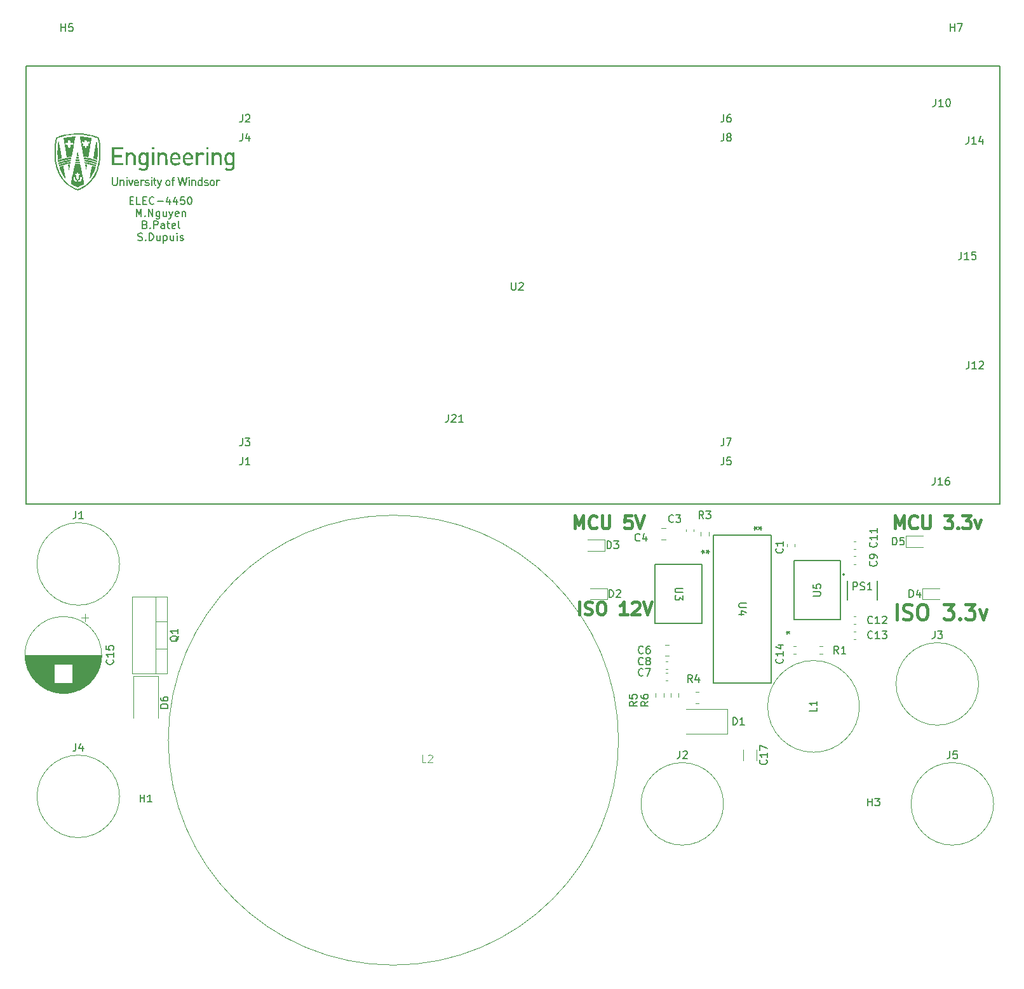
<source format=gbr>
%TF.GenerationSoftware,KiCad,Pcbnew,8.0.9*%
%TF.CreationDate,2025-03-21T10:18:04-04:00*%
%TF.ProjectId,Power_Elec_Project,506f7765-725f-4456-9c65-635f50726f6a,1*%
%TF.SameCoordinates,Original*%
%TF.FileFunction,Legend,Top*%
%TF.FilePolarity,Positive*%
%FSLAX46Y46*%
G04 Gerber Fmt 4.6, Leading zero omitted, Abs format (unit mm)*
G04 Created by KiCad (PCBNEW 8.0.9) date 2025-03-21 10:18:04*
%MOMM*%
%LPD*%
G01*
G04 APERTURE LIST*
%ADD10C,0.150000*%
%ADD11C,0.100000*%
%ADD12C,0.400000*%
%ADD13C,0.000000*%
%ADD14C,0.120000*%
%ADD15C,0.127000*%
%ADD16C,0.152400*%
%ADD17C,0.200000*%
G04 APERTURE END LIST*
D10*
X99904762Y-56516177D02*
X100238095Y-56516177D01*
X100380952Y-57039987D02*
X99904762Y-57039987D01*
X99904762Y-57039987D02*
X99904762Y-56039987D01*
X99904762Y-56039987D02*
X100380952Y-56039987D01*
X101285714Y-57039987D02*
X100809524Y-57039987D01*
X100809524Y-57039987D02*
X100809524Y-56039987D01*
X101619048Y-56516177D02*
X101952381Y-56516177D01*
X102095238Y-57039987D02*
X101619048Y-57039987D01*
X101619048Y-57039987D02*
X101619048Y-56039987D01*
X101619048Y-56039987D02*
X102095238Y-56039987D01*
X103095238Y-56944748D02*
X103047619Y-56992368D01*
X103047619Y-56992368D02*
X102904762Y-57039987D01*
X102904762Y-57039987D02*
X102809524Y-57039987D01*
X102809524Y-57039987D02*
X102666667Y-56992368D01*
X102666667Y-56992368D02*
X102571429Y-56897129D01*
X102571429Y-56897129D02*
X102523810Y-56801891D01*
X102523810Y-56801891D02*
X102476191Y-56611415D01*
X102476191Y-56611415D02*
X102476191Y-56468558D01*
X102476191Y-56468558D02*
X102523810Y-56278082D01*
X102523810Y-56278082D02*
X102571429Y-56182844D01*
X102571429Y-56182844D02*
X102666667Y-56087606D01*
X102666667Y-56087606D02*
X102809524Y-56039987D01*
X102809524Y-56039987D02*
X102904762Y-56039987D01*
X102904762Y-56039987D02*
X103047619Y-56087606D01*
X103047619Y-56087606D02*
X103095238Y-56135225D01*
X103523810Y-56659034D02*
X104285715Y-56659034D01*
X105190476Y-56373320D02*
X105190476Y-57039987D01*
X104952381Y-55992368D02*
X104714286Y-56706653D01*
X104714286Y-56706653D02*
X105333333Y-56706653D01*
X106142857Y-56373320D02*
X106142857Y-57039987D01*
X105904762Y-55992368D02*
X105666667Y-56706653D01*
X105666667Y-56706653D02*
X106285714Y-56706653D01*
X107142857Y-56039987D02*
X106666667Y-56039987D01*
X106666667Y-56039987D02*
X106619048Y-56516177D01*
X106619048Y-56516177D02*
X106666667Y-56468558D01*
X106666667Y-56468558D02*
X106761905Y-56420939D01*
X106761905Y-56420939D02*
X107000000Y-56420939D01*
X107000000Y-56420939D02*
X107095238Y-56468558D01*
X107095238Y-56468558D02*
X107142857Y-56516177D01*
X107142857Y-56516177D02*
X107190476Y-56611415D01*
X107190476Y-56611415D02*
X107190476Y-56849510D01*
X107190476Y-56849510D02*
X107142857Y-56944748D01*
X107142857Y-56944748D02*
X107095238Y-56992368D01*
X107095238Y-56992368D02*
X107000000Y-57039987D01*
X107000000Y-57039987D02*
X106761905Y-57039987D01*
X106761905Y-57039987D02*
X106666667Y-56992368D01*
X106666667Y-56992368D02*
X106619048Y-56944748D01*
X107809524Y-56039987D02*
X107904762Y-56039987D01*
X107904762Y-56039987D02*
X108000000Y-56087606D01*
X108000000Y-56087606D02*
X108047619Y-56135225D01*
X108047619Y-56135225D02*
X108095238Y-56230463D01*
X108095238Y-56230463D02*
X108142857Y-56420939D01*
X108142857Y-56420939D02*
X108142857Y-56659034D01*
X108142857Y-56659034D02*
X108095238Y-56849510D01*
X108095238Y-56849510D02*
X108047619Y-56944748D01*
X108047619Y-56944748D02*
X108000000Y-56992368D01*
X108000000Y-56992368D02*
X107904762Y-57039987D01*
X107904762Y-57039987D02*
X107809524Y-57039987D01*
X107809524Y-57039987D02*
X107714286Y-56992368D01*
X107714286Y-56992368D02*
X107666667Y-56944748D01*
X107666667Y-56944748D02*
X107619048Y-56849510D01*
X107619048Y-56849510D02*
X107571429Y-56659034D01*
X107571429Y-56659034D02*
X107571429Y-56420939D01*
X107571429Y-56420939D02*
X107619048Y-56230463D01*
X107619048Y-56230463D02*
X107666667Y-56135225D01*
X107666667Y-56135225D02*
X107714286Y-56087606D01*
X107714286Y-56087606D02*
X107809524Y-56039987D01*
X100738095Y-58649931D02*
X100738095Y-57649931D01*
X100738095Y-57649931D02*
X101071428Y-58364216D01*
X101071428Y-58364216D02*
X101404761Y-57649931D01*
X101404761Y-57649931D02*
X101404761Y-58649931D01*
X101880952Y-58554692D02*
X101928571Y-58602312D01*
X101928571Y-58602312D02*
X101880952Y-58649931D01*
X101880952Y-58649931D02*
X101833333Y-58602312D01*
X101833333Y-58602312D02*
X101880952Y-58554692D01*
X101880952Y-58554692D02*
X101880952Y-58649931D01*
X102357142Y-58649931D02*
X102357142Y-57649931D01*
X102357142Y-57649931D02*
X102928570Y-58649931D01*
X102928570Y-58649931D02*
X102928570Y-57649931D01*
X103833332Y-57983264D02*
X103833332Y-58792788D01*
X103833332Y-58792788D02*
X103785713Y-58888026D01*
X103785713Y-58888026D02*
X103738094Y-58935645D01*
X103738094Y-58935645D02*
X103642856Y-58983264D01*
X103642856Y-58983264D02*
X103499999Y-58983264D01*
X103499999Y-58983264D02*
X103404761Y-58935645D01*
X103833332Y-58602312D02*
X103738094Y-58649931D01*
X103738094Y-58649931D02*
X103547618Y-58649931D01*
X103547618Y-58649931D02*
X103452380Y-58602312D01*
X103452380Y-58602312D02*
X103404761Y-58554692D01*
X103404761Y-58554692D02*
X103357142Y-58459454D01*
X103357142Y-58459454D02*
X103357142Y-58173740D01*
X103357142Y-58173740D02*
X103404761Y-58078502D01*
X103404761Y-58078502D02*
X103452380Y-58030883D01*
X103452380Y-58030883D02*
X103547618Y-57983264D01*
X103547618Y-57983264D02*
X103738094Y-57983264D01*
X103738094Y-57983264D02*
X103833332Y-58030883D01*
X104738094Y-57983264D02*
X104738094Y-58649931D01*
X104309523Y-57983264D02*
X104309523Y-58507073D01*
X104309523Y-58507073D02*
X104357142Y-58602312D01*
X104357142Y-58602312D02*
X104452380Y-58649931D01*
X104452380Y-58649931D02*
X104595237Y-58649931D01*
X104595237Y-58649931D02*
X104690475Y-58602312D01*
X104690475Y-58602312D02*
X104738094Y-58554692D01*
X105119047Y-57983264D02*
X105357142Y-58649931D01*
X105595237Y-57983264D02*
X105357142Y-58649931D01*
X105357142Y-58649931D02*
X105261904Y-58888026D01*
X105261904Y-58888026D02*
X105214285Y-58935645D01*
X105214285Y-58935645D02*
X105119047Y-58983264D01*
X106357142Y-58602312D02*
X106261904Y-58649931D01*
X106261904Y-58649931D02*
X106071428Y-58649931D01*
X106071428Y-58649931D02*
X105976190Y-58602312D01*
X105976190Y-58602312D02*
X105928571Y-58507073D01*
X105928571Y-58507073D02*
X105928571Y-58126121D01*
X105928571Y-58126121D02*
X105976190Y-58030883D01*
X105976190Y-58030883D02*
X106071428Y-57983264D01*
X106071428Y-57983264D02*
X106261904Y-57983264D01*
X106261904Y-57983264D02*
X106357142Y-58030883D01*
X106357142Y-58030883D02*
X106404761Y-58126121D01*
X106404761Y-58126121D02*
X106404761Y-58221359D01*
X106404761Y-58221359D02*
X105928571Y-58316597D01*
X106833333Y-57983264D02*
X106833333Y-58649931D01*
X106833333Y-58078502D02*
X106880952Y-58030883D01*
X106880952Y-58030883D02*
X106976190Y-57983264D01*
X106976190Y-57983264D02*
X107119047Y-57983264D01*
X107119047Y-57983264D02*
X107214285Y-58030883D01*
X107214285Y-58030883D02*
X107261904Y-58126121D01*
X107261904Y-58126121D02*
X107261904Y-58649931D01*
X101904761Y-59736065D02*
X102047618Y-59783684D01*
X102047618Y-59783684D02*
X102095237Y-59831303D01*
X102095237Y-59831303D02*
X102142856Y-59926541D01*
X102142856Y-59926541D02*
X102142856Y-60069398D01*
X102142856Y-60069398D02*
X102095237Y-60164636D01*
X102095237Y-60164636D02*
X102047618Y-60212256D01*
X102047618Y-60212256D02*
X101952380Y-60259875D01*
X101952380Y-60259875D02*
X101571428Y-60259875D01*
X101571428Y-60259875D02*
X101571428Y-59259875D01*
X101571428Y-59259875D02*
X101904761Y-59259875D01*
X101904761Y-59259875D02*
X101999999Y-59307494D01*
X101999999Y-59307494D02*
X102047618Y-59355113D01*
X102047618Y-59355113D02*
X102095237Y-59450351D01*
X102095237Y-59450351D02*
X102095237Y-59545589D01*
X102095237Y-59545589D02*
X102047618Y-59640827D01*
X102047618Y-59640827D02*
X101999999Y-59688446D01*
X101999999Y-59688446D02*
X101904761Y-59736065D01*
X101904761Y-59736065D02*
X101571428Y-59736065D01*
X102571428Y-60164636D02*
X102619047Y-60212256D01*
X102619047Y-60212256D02*
X102571428Y-60259875D01*
X102571428Y-60259875D02*
X102523809Y-60212256D01*
X102523809Y-60212256D02*
X102571428Y-60164636D01*
X102571428Y-60164636D02*
X102571428Y-60259875D01*
X103047618Y-60259875D02*
X103047618Y-59259875D01*
X103047618Y-59259875D02*
X103428570Y-59259875D01*
X103428570Y-59259875D02*
X103523808Y-59307494D01*
X103523808Y-59307494D02*
X103571427Y-59355113D01*
X103571427Y-59355113D02*
X103619046Y-59450351D01*
X103619046Y-59450351D02*
X103619046Y-59593208D01*
X103619046Y-59593208D02*
X103571427Y-59688446D01*
X103571427Y-59688446D02*
X103523808Y-59736065D01*
X103523808Y-59736065D02*
X103428570Y-59783684D01*
X103428570Y-59783684D02*
X103047618Y-59783684D01*
X104476189Y-60259875D02*
X104476189Y-59736065D01*
X104476189Y-59736065D02*
X104428570Y-59640827D01*
X104428570Y-59640827D02*
X104333332Y-59593208D01*
X104333332Y-59593208D02*
X104142856Y-59593208D01*
X104142856Y-59593208D02*
X104047618Y-59640827D01*
X104476189Y-60212256D02*
X104380951Y-60259875D01*
X104380951Y-60259875D02*
X104142856Y-60259875D01*
X104142856Y-60259875D02*
X104047618Y-60212256D01*
X104047618Y-60212256D02*
X103999999Y-60117017D01*
X103999999Y-60117017D02*
X103999999Y-60021779D01*
X103999999Y-60021779D02*
X104047618Y-59926541D01*
X104047618Y-59926541D02*
X104142856Y-59878922D01*
X104142856Y-59878922D02*
X104380951Y-59878922D01*
X104380951Y-59878922D02*
X104476189Y-59831303D01*
X104809523Y-59593208D02*
X105190475Y-59593208D01*
X104952380Y-59259875D02*
X104952380Y-60117017D01*
X104952380Y-60117017D02*
X104999999Y-60212256D01*
X104999999Y-60212256D02*
X105095237Y-60259875D01*
X105095237Y-60259875D02*
X105190475Y-60259875D01*
X105904761Y-60212256D02*
X105809523Y-60259875D01*
X105809523Y-60259875D02*
X105619047Y-60259875D01*
X105619047Y-60259875D02*
X105523809Y-60212256D01*
X105523809Y-60212256D02*
X105476190Y-60117017D01*
X105476190Y-60117017D02*
X105476190Y-59736065D01*
X105476190Y-59736065D02*
X105523809Y-59640827D01*
X105523809Y-59640827D02*
X105619047Y-59593208D01*
X105619047Y-59593208D02*
X105809523Y-59593208D01*
X105809523Y-59593208D02*
X105904761Y-59640827D01*
X105904761Y-59640827D02*
X105952380Y-59736065D01*
X105952380Y-59736065D02*
X105952380Y-59831303D01*
X105952380Y-59831303D02*
X105476190Y-59926541D01*
X106523809Y-60259875D02*
X106428571Y-60212256D01*
X106428571Y-60212256D02*
X106380952Y-60117017D01*
X106380952Y-60117017D02*
X106380952Y-59259875D01*
X100976191Y-61822200D02*
X101119048Y-61869819D01*
X101119048Y-61869819D02*
X101357143Y-61869819D01*
X101357143Y-61869819D02*
X101452381Y-61822200D01*
X101452381Y-61822200D02*
X101500000Y-61774580D01*
X101500000Y-61774580D02*
X101547619Y-61679342D01*
X101547619Y-61679342D02*
X101547619Y-61584104D01*
X101547619Y-61584104D02*
X101500000Y-61488866D01*
X101500000Y-61488866D02*
X101452381Y-61441247D01*
X101452381Y-61441247D02*
X101357143Y-61393628D01*
X101357143Y-61393628D02*
X101166667Y-61346009D01*
X101166667Y-61346009D02*
X101071429Y-61298390D01*
X101071429Y-61298390D02*
X101023810Y-61250771D01*
X101023810Y-61250771D02*
X100976191Y-61155533D01*
X100976191Y-61155533D02*
X100976191Y-61060295D01*
X100976191Y-61060295D02*
X101023810Y-60965057D01*
X101023810Y-60965057D02*
X101071429Y-60917438D01*
X101071429Y-60917438D02*
X101166667Y-60869819D01*
X101166667Y-60869819D02*
X101404762Y-60869819D01*
X101404762Y-60869819D02*
X101547619Y-60917438D01*
X101976191Y-61774580D02*
X102023810Y-61822200D01*
X102023810Y-61822200D02*
X101976191Y-61869819D01*
X101976191Y-61869819D02*
X101928572Y-61822200D01*
X101928572Y-61822200D02*
X101976191Y-61774580D01*
X101976191Y-61774580D02*
X101976191Y-61869819D01*
X102452381Y-61869819D02*
X102452381Y-60869819D01*
X102452381Y-60869819D02*
X102690476Y-60869819D01*
X102690476Y-60869819D02*
X102833333Y-60917438D01*
X102833333Y-60917438D02*
X102928571Y-61012676D01*
X102928571Y-61012676D02*
X102976190Y-61107914D01*
X102976190Y-61107914D02*
X103023809Y-61298390D01*
X103023809Y-61298390D02*
X103023809Y-61441247D01*
X103023809Y-61441247D02*
X102976190Y-61631723D01*
X102976190Y-61631723D02*
X102928571Y-61726961D01*
X102928571Y-61726961D02*
X102833333Y-61822200D01*
X102833333Y-61822200D02*
X102690476Y-61869819D01*
X102690476Y-61869819D02*
X102452381Y-61869819D01*
X103880952Y-61203152D02*
X103880952Y-61869819D01*
X103452381Y-61203152D02*
X103452381Y-61726961D01*
X103452381Y-61726961D02*
X103500000Y-61822200D01*
X103500000Y-61822200D02*
X103595238Y-61869819D01*
X103595238Y-61869819D02*
X103738095Y-61869819D01*
X103738095Y-61869819D02*
X103833333Y-61822200D01*
X103833333Y-61822200D02*
X103880952Y-61774580D01*
X104357143Y-61203152D02*
X104357143Y-62203152D01*
X104357143Y-61250771D02*
X104452381Y-61203152D01*
X104452381Y-61203152D02*
X104642857Y-61203152D01*
X104642857Y-61203152D02*
X104738095Y-61250771D01*
X104738095Y-61250771D02*
X104785714Y-61298390D01*
X104785714Y-61298390D02*
X104833333Y-61393628D01*
X104833333Y-61393628D02*
X104833333Y-61679342D01*
X104833333Y-61679342D02*
X104785714Y-61774580D01*
X104785714Y-61774580D02*
X104738095Y-61822200D01*
X104738095Y-61822200D02*
X104642857Y-61869819D01*
X104642857Y-61869819D02*
X104452381Y-61869819D01*
X104452381Y-61869819D02*
X104357143Y-61822200D01*
X105690476Y-61203152D02*
X105690476Y-61869819D01*
X105261905Y-61203152D02*
X105261905Y-61726961D01*
X105261905Y-61726961D02*
X105309524Y-61822200D01*
X105309524Y-61822200D02*
X105404762Y-61869819D01*
X105404762Y-61869819D02*
X105547619Y-61869819D01*
X105547619Y-61869819D02*
X105642857Y-61822200D01*
X105642857Y-61822200D02*
X105690476Y-61774580D01*
X106166667Y-61869819D02*
X106166667Y-61203152D01*
X106166667Y-60869819D02*
X106119048Y-60917438D01*
X106119048Y-60917438D02*
X106166667Y-60965057D01*
X106166667Y-60965057D02*
X106214286Y-60917438D01*
X106214286Y-60917438D02*
X106166667Y-60869819D01*
X106166667Y-60869819D02*
X106166667Y-60965057D01*
X106595238Y-61822200D02*
X106690476Y-61869819D01*
X106690476Y-61869819D02*
X106880952Y-61869819D01*
X106880952Y-61869819D02*
X106976190Y-61822200D01*
X106976190Y-61822200D02*
X107023809Y-61726961D01*
X107023809Y-61726961D02*
X107023809Y-61679342D01*
X107023809Y-61679342D02*
X106976190Y-61584104D01*
X106976190Y-61584104D02*
X106880952Y-61536485D01*
X106880952Y-61536485D02*
X106738095Y-61536485D01*
X106738095Y-61536485D02*
X106642857Y-61488866D01*
X106642857Y-61488866D02*
X106595238Y-61393628D01*
X106595238Y-61393628D02*
X106595238Y-61346009D01*
X106595238Y-61346009D02*
X106642857Y-61250771D01*
X106642857Y-61250771D02*
X106738095Y-61203152D01*
X106738095Y-61203152D02*
X106880952Y-61203152D01*
X106880952Y-61203152D02*
X106976190Y-61250771D01*
X167833333Y-101859580D02*
X167785714Y-101907200D01*
X167785714Y-101907200D02*
X167642857Y-101954819D01*
X167642857Y-101954819D02*
X167547619Y-101954819D01*
X167547619Y-101954819D02*
X167404762Y-101907200D01*
X167404762Y-101907200D02*
X167309524Y-101811961D01*
X167309524Y-101811961D02*
X167261905Y-101716723D01*
X167261905Y-101716723D02*
X167214286Y-101526247D01*
X167214286Y-101526247D02*
X167214286Y-101383390D01*
X167214286Y-101383390D02*
X167261905Y-101192914D01*
X167261905Y-101192914D02*
X167309524Y-101097676D01*
X167309524Y-101097676D02*
X167404762Y-101002438D01*
X167404762Y-101002438D02*
X167547619Y-100954819D01*
X167547619Y-100954819D02*
X167642857Y-100954819D01*
X167642857Y-100954819D02*
X167785714Y-101002438D01*
X167785714Y-101002438D02*
X167833333Y-101050057D01*
X168690476Y-101288152D02*
X168690476Y-101954819D01*
X168452381Y-100907200D02*
X168214286Y-101621485D01*
X168214286Y-101621485D02*
X168833333Y-101621485D01*
X172333333Y-99359580D02*
X172285714Y-99407200D01*
X172285714Y-99407200D02*
X172142857Y-99454819D01*
X172142857Y-99454819D02*
X172047619Y-99454819D01*
X172047619Y-99454819D02*
X171904762Y-99407200D01*
X171904762Y-99407200D02*
X171809524Y-99311961D01*
X171809524Y-99311961D02*
X171761905Y-99216723D01*
X171761905Y-99216723D02*
X171714286Y-99026247D01*
X171714286Y-99026247D02*
X171714286Y-98883390D01*
X171714286Y-98883390D02*
X171761905Y-98692914D01*
X171761905Y-98692914D02*
X171809524Y-98597676D01*
X171809524Y-98597676D02*
X171904762Y-98502438D01*
X171904762Y-98502438D02*
X172047619Y-98454819D01*
X172047619Y-98454819D02*
X172142857Y-98454819D01*
X172142857Y-98454819D02*
X172285714Y-98502438D01*
X172285714Y-98502438D02*
X172333333Y-98550057D01*
X172666667Y-98454819D02*
X173285714Y-98454819D01*
X173285714Y-98454819D02*
X172952381Y-98835771D01*
X172952381Y-98835771D02*
X173095238Y-98835771D01*
X173095238Y-98835771D02*
X173190476Y-98883390D01*
X173190476Y-98883390D02*
X173238095Y-98931009D01*
X173238095Y-98931009D02*
X173285714Y-99026247D01*
X173285714Y-99026247D02*
X173285714Y-99264342D01*
X173285714Y-99264342D02*
X173238095Y-99359580D01*
X173238095Y-99359580D02*
X173190476Y-99407200D01*
X173190476Y-99407200D02*
X173095238Y-99454819D01*
X173095238Y-99454819D02*
X172809524Y-99454819D01*
X172809524Y-99454819D02*
X172714286Y-99407200D01*
X172714286Y-99407200D02*
X172666667Y-99359580D01*
X209238095Y-33954819D02*
X209238095Y-32954819D01*
X209238095Y-33431009D02*
X209809523Y-33431009D01*
X209809523Y-33954819D02*
X209809523Y-32954819D01*
X210190476Y-32954819D02*
X210857142Y-32954819D01*
X210857142Y-32954819D02*
X210428571Y-33954819D01*
D11*
X139333333Y-131457419D02*
X138857143Y-131457419D01*
X138857143Y-131457419D02*
X138857143Y-130457419D01*
X139619048Y-130552657D02*
X139666667Y-130505038D01*
X139666667Y-130505038D02*
X139761905Y-130457419D01*
X139761905Y-130457419D02*
X140000000Y-130457419D01*
X140000000Y-130457419D02*
X140095238Y-130505038D01*
X140095238Y-130505038D02*
X140142857Y-130552657D01*
X140142857Y-130552657D02*
X140190476Y-130647895D01*
X140190476Y-130647895D02*
X140190476Y-130743133D01*
X140190476Y-130743133D02*
X140142857Y-130885990D01*
X140142857Y-130885990D02*
X139571429Y-131457419D01*
X139571429Y-131457419D02*
X140190476Y-131457419D01*
D10*
X101238095Y-136754819D02*
X101238095Y-135754819D01*
X101238095Y-136231009D02*
X101809523Y-136231009D01*
X101809523Y-136754819D02*
X101809523Y-135754819D01*
X102809523Y-136754819D02*
X102238095Y-136754819D01*
X102523809Y-136754819D02*
X102523809Y-135754819D01*
X102523809Y-135754819D02*
X102428571Y-135897676D01*
X102428571Y-135897676D02*
X102333333Y-135992914D01*
X102333333Y-135992914D02*
X102238095Y-136040533D01*
X150738095Y-67454819D02*
X150738095Y-68264342D01*
X150738095Y-68264342D02*
X150785714Y-68359580D01*
X150785714Y-68359580D02*
X150833333Y-68407200D01*
X150833333Y-68407200D02*
X150928571Y-68454819D01*
X150928571Y-68454819D02*
X151119047Y-68454819D01*
X151119047Y-68454819D02*
X151214285Y-68407200D01*
X151214285Y-68407200D02*
X151261904Y-68359580D01*
X151261904Y-68359580D02*
X151309523Y-68264342D01*
X151309523Y-68264342D02*
X151309523Y-67454819D01*
X151738095Y-67550057D02*
X151785714Y-67502438D01*
X151785714Y-67502438D02*
X151880952Y-67454819D01*
X151880952Y-67454819D02*
X152119047Y-67454819D01*
X152119047Y-67454819D02*
X152214285Y-67502438D01*
X152214285Y-67502438D02*
X152261904Y-67550057D01*
X152261904Y-67550057D02*
X152309523Y-67645295D01*
X152309523Y-67645295D02*
X152309523Y-67740533D01*
X152309523Y-67740533D02*
X152261904Y-67883390D01*
X152261904Y-67883390D02*
X151690476Y-68454819D01*
X151690476Y-68454819D02*
X152309523Y-68454819D01*
X114876666Y-47599819D02*
X114876666Y-48314104D01*
X114876666Y-48314104D02*
X114829047Y-48456961D01*
X114829047Y-48456961D02*
X114733809Y-48552200D01*
X114733809Y-48552200D02*
X114590952Y-48599819D01*
X114590952Y-48599819D02*
X114495714Y-48599819D01*
X115781428Y-47933152D02*
X115781428Y-48599819D01*
X115543333Y-47552200D02*
X115305238Y-48266485D01*
X115305238Y-48266485D02*
X115924285Y-48266485D01*
X211665476Y-47979819D02*
X211665476Y-48694104D01*
X211665476Y-48694104D02*
X211617857Y-48836961D01*
X211617857Y-48836961D02*
X211522619Y-48932200D01*
X211522619Y-48932200D02*
X211379762Y-48979819D01*
X211379762Y-48979819D02*
X211284524Y-48979819D01*
X212665476Y-48979819D02*
X212094048Y-48979819D01*
X212379762Y-48979819D02*
X212379762Y-47979819D01*
X212379762Y-47979819D02*
X212284524Y-48122676D01*
X212284524Y-48122676D02*
X212189286Y-48217914D01*
X212189286Y-48217914D02*
X212094048Y-48265533D01*
X213522619Y-48313152D02*
X213522619Y-48979819D01*
X213284524Y-47932200D02*
X213046429Y-48646485D01*
X213046429Y-48646485D02*
X213665476Y-48646485D01*
X179011666Y-47599819D02*
X179011666Y-48314104D01*
X179011666Y-48314104D02*
X178964047Y-48456961D01*
X178964047Y-48456961D02*
X178868809Y-48552200D01*
X178868809Y-48552200D02*
X178725952Y-48599819D01*
X178725952Y-48599819D02*
X178630714Y-48599819D01*
X179630714Y-48028390D02*
X179535476Y-47980771D01*
X179535476Y-47980771D02*
X179487857Y-47933152D01*
X179487857Y-47933152D02*
X179440238Y-47837914D01*
X179440238Y-47837914D02*
X179440238Y-47790295D01*
X179440238Y-47790295D02*
X179487857Y-47695057D01*
X179487857Y-47695057D02*
X179535476Y-47647438D01*
X179535476Y-47647438D02*
X179630714Y-47599819D01*
X179630714Y-47599819D02*
X179821190Y-47599819D01*
X179821190Y-47599819D02*
X179916428Y-47647438D01*
X179916428Y-47647438D02*
X179964047Y-47695057D01*
X179964047Y-47695057D02*
X180011666Y-47790295D01*
X180011666Y-47790295D02*
X180011666Y-47837914D01*
X180011666Y-47837914D02*
X179964047Y-47933152D01*
X179964047Y-47933152D02*
X179916428Y-47980771D01*
X179916428Y-47980771D02*
X179821190Y-48028390D01*
X179821190Y-48028390D02*
X179630714Y-48028390D01*
X179630714Y-48028390D02*
X179535476Y-48076009D01*
X179535476Y-48076009D02*
X179487857Y-48123628D01*
X179487857Y-48123628D02*
X179440238Y-48218866D01*
X179440238Y-48218866D02*
X179440238Y-48409342D01*
X179440238Y-48409342D02*
X179487857Y-48504580D01*
X179487857Y-48504580D02*
X179535476Y-48552200D01*
X179535476Y-48552200D02*
X179630714Y-48599819D01*
X179630714Y-48599819D02*
X179821190Y-48599819D01*
X179821190Y-48599819D02*
X179916428Y-48552200D01*
X179916428Y-48552200D02*
X179964047Y-48504580D01*
X179964047Y-48504580D02*
X180011666Y-48409342D01*
X180011666Y-48409342D02*
X180011666Y-48218866D01*
X180011666Y-48218866D02*
X179964047Y-48123628D01*
X179964047Y-48123628D02*
X179916428Y-48076009D01*
X179916428Y-48076009D02*
X179821190Y-48028390D01*
X207190476Y-93454819D02*
X207190476Y-94169104D01*
X207190476Y-94169104D02*
X207142857Y-94311961D01*
X207142857Y-94311961D02*
X207047619Y-94407200D01*
X207047619Y-94407200D02*
X206904762Y-94454819D01*
X206904762Y-94454819D02*
X206809524Y-94454819D01*
X208190476Y-94454819D02*
X207619048Y-94454819D01*
X207904762Y-94454819D02*
X207904762Y-93454819D01*
X207904762Y-93454819D02*
X207809524Y-93597676D01*
X207809524Y-93597676D02*
X207714286Y-93692914D01*
X207714286Y-93692914D02*
X207619048Y-93740533D01*
X209047619Y-93454819D02*
X208857143Y-93454819D01*
X208857143Y-93454819D02*
X208761905Y-93502438D01*
X208761905Y-93502438D02*
X208714286Y-93550057D01*
X208714286Y-93550057D02*
X208619048Y-93692914D01*
X208619048Y-93692914D02*
X208571429Y-93883390D01*
X208571429Y-93883390D02*
X208571429Y-94264342D01*
X208571429Y-94264342D02*
X208619048Y-94359580D01*
X208619048Y-94359580D02*
X208666667Y-94407200D01*
X208666667Y-94407200D02*
X208761905Y-94454819D01*
X208761905Y-94454819D02*
X208952381Y-94454819D01*
X208952381Y-94454819D02*
X209047619Y-94407200D01*
X209047619Y-94407200D02*
X209095238Y-94359580D01*
X209095238Y-94359580D02*
X209142857Y-94264342D01*
X209142857Y-94264342D02*
X209142857Y-94026247D01*
X209142857Y-94026247D02*
X209095238Y-93931009D01*
X209095238Y-93931009D02*
X209047619Y-93883390D01*
X209047619Y-93883390D02*
X208952381Y-93835771D01*
X208952381Y-93835771D02*
X208761905Y-93835771D01*
X208761905Y-93835771D02*
X208666667Y-93883390D01*
X208666667Y-93883390D02*
X208619048Y-93931009D01*
X208619048Y-93931009D02*
X208571429Y-94026247D01*
X142340476Y-85064819D02*
X142340476Y-85779104D01*
X142340476Y-85779104D02*
X142292857Y-85921961D01*
X142292857Y-85921961D02*
X142197619Y-86017200D01*
X142197619Y-86017200D02*
X142054762Y-86064819D01*
X142054762Y-86064819D02*
X141959524Y-86064819D01*
X142769048Y-85160057D02*
X142816667Y-85112438D01*
X142816667Y-85112438D02*
X142911905Y-85064819D01*
X142911905Y-85064819D02*
X143150000Y-85064819D01*
X143150000Y-85064819D02*
X143245238Y-85112438D01*
X143245238Y-85112438D02*
X143292857Y-85160057D01*
X143292857Y-85160057D02*
X143340476Y-85255295D01*
X143340476Y-85255295D02*
X143340476Y-85350533D01*
X143340476Y-85350533D02*
X143292857Y-85493390D01*
X143292857Y-85493390D02*
X142721429Y-86064819D01*
X142721429Y-86064819D02*
X143340476Y-86064819D01*
X144292857Y-86064819D02*
X143721429Y-86064819D01*
X144007143Y-86064819D02*
X144007143Y-85064819D01*
X144007143Y-85064819D02*
X143911905Y-85207676D01*
X143911905Y-85207676D02*
X143816667Y-85302914D01*
X143816667Y-85302914D02*
X143721429Y-85350533D01*
X179011666Y-45059819D02*
X179011666Y-45774104D01*
X179011666Y-45774104D02*
X178964047Y-45916961D01*
X178964047Y-45916961D02*
X178868809Y-46012200D01*
X178868809Y-46012200D02*
X178725952Y-46059819D01*
X178725952Y-46059819D02*
X178630714Y-46059819D01*
X179916428Y-45059819D02*
X179725952Y-45059819D01*
X179725952Y-45059819D02*
X179630714Y-45107438D01*
X179630714Y-45107438D02*
X179583095Y-45155057D01*
X179583095Y-45155057D02*
X179487857Y-45297914D01*
X179487857Y-45297914D02*
X179440238Y-45488390D01*
X179440238Y-45488390D02*
X179440238Y-45869342D01*
X179440238Y-45869342D02*
X179487857Y-45964580D01*
X179487857Y-45964580D02*
X179535476Y-46012200D01*
X179535476Y-46012200D02*
X179630714Y-46059819D01*
X179630714Y-46059819D02*
X179821190Y-46059819D01*
X179821190Y-46059819D02*
X179916428Y-46012200D01*
X179916428Y-46012200D02*
X179964047Y-45964580D01*
X179964047Y-45964580D02*
X180011666Y-45869342D01*
X180011666Y-45869342D02*
X180011666Y-45631247D01*
X180011666Y-45631247D02*
X179964047Y-45536009D01*
X179964047Y-45536009D02*
X179916428Y-45488390D01*
X179916428Y-45488390D02*
X179821190Y-45440771D01*
X179821190Y-45440771D02*
X179630714Y-45440771D01*
X179630714Y-45440771D02*
X179535476Y-45488390D01*
X179535476Y-45488390D02*
X179487857Y-45536009D01*
X179487857Y-45536009D02*
X179440238Y-45631247D01*
X207265476Y-42979819D02*
X207265476Y-43694104D01*
X207265476Y-43694104D02*
X207217857Y-43836961D01*
X207217857Y-43836961D02*
X207122619Y-43932200D01*
X207122619Y-43932200D02*
X206979762Y-43979819D01*
X206979762Y-43979819D02*
X206884524Y-43979819D01*
X208265476Y-43979819D02*
X207694048Y-43979819D01*
X207979762Y-43979819D02*
X207979762Y-42979819D01*
X207979762Y-42979819D02*
X207884524Y-43122676D01*
X207884524Y-43122676D02*
X207789286Y-43217914D01*
X207789286Y-43217914D02*
X207694048Y-43265533D01*
X208884524Y-42979819D02*
X208979762Y-42979819D01*
X208979762Y-42979819D02*
X209075000Y-43027438D01*
X209075000Y-43027438D02*
X209122619Y-43075057D01*
X209122619Y-43075057D02*
X209170238Y-43170295D01*
X209170238Y-43170295D02*
X209217857Y-43360771D01*
X209217857Y-43360771D02*
X209217857Y-43598866D01*
X209217857Y-43598866D02*
X209170238Y-43789342D01*
X209170238Y-43789342D02*
X209122619Y-43884580D01*
X209122619Y-43884580D02*
X209075000Y-43932200D01*
X209075000Y-43932200D02*
X208979762Y-43979819D01*
X208979762Y-43979819D02*
X208884524Y-43979819D01*
X208884524Y-43979819D02*
X208789286Y-43932200D01*
X208789286Y-43932200D02*
X208741667Y-43884580D01*
X208741667Y-43884580D02*
X208694048Y-43789342D01*
X208694048Y-43789342D02*
X208646429Y-43598866D01*
X208646429Y-43598866D02*
X208646429Y-43360771D01*
X208646429Y-43360771D02*
X208694048Y-43170295D01*
X208694048Y-43170295D02*
X208741667Y-43075057D01*
X208741667Y-43075057D02*
X208789286Y-43027438D01*
X208789286Y-43027438D02*
X208884524Y-42979819D01*
X114876666Y-88239819D02*
X114876666Y-88954104D01*
X114876666Y-88954104D02*
X114829047Y-89096961D01*
X114829047Y-89096961D02*
X114733809Y-89192200D01*
X114733809Y-89192200D02*
X114590952Y-89239819D01*
X114590952Y-89239819D02*
X114495714Y-89239819D01*
X115257619Y-88239819D02*
X115876666Y-88239819D01*
X115876666Y-88239819D02*
X115543333Y-88620771D01*
X115543333Y-88620771D02*
X115686190Y-88620771D01*
X115686190Y-88620771D02*
X115781428Y-88668390D01*
X115781428Y-88668390D02*
X115829047Y-88716009D01*
X115829047Y-88716009D02*
X115876666Y-88811247D01*
X115876666Y-88811247D02*
X115876666Y-89049342D01*
X115876666Y-89049342D02*
X115829047Y-89144580D01*
X115829047Y-89144580D02*
X115781428Y-89192200D01*
X115781428Y-89192200D02*
X115686190Y-89239819D01*
X115686190Y-89239819D02*
X115400476Y-89239819D01*
X115400476Y-89239819D02*
X115305238Y-89192200D01*
X115305238Y-89192200D02*
X115257619Y-89144580D01*
X211715476Y-77954819D02*
X211715476Y-78669104D01*
X211715476Y-78669104D02*
X211667857Y-78811961D01*
X211667857Y-78811961D02*
X211572619Y-78907200D01*
X211572619Y-78907200D02*
X211429762Y-78954819D01*
X211429762Y-78954819D02*
X211334524Y-78954819D01*
X212715476Y-78954819D02*
X212144048Y-78954819D01*
X212429762Y-78954819D02*
X212429762Y-77954819D01*
X212429762Y-77954819D02*
X212334524Y-78097676D01*
X212334524Y-78097676D02*
X212239286Y-78192914D01*
X212239286Y-78192914D02*
X212144048Y-78240533D01*
X213096429Y-78050057D02*
X213144048Y-78002438D01*
X213144048Y-78002438D02*
X213239286Y-77954819D01*
X213239286Y-77954819D02*
X213477381Y-77954819D01*
X213477381Y-77954819D02*
X213572619Y-78002438D01*
X213572619Y-78002438D02*
X213620238Y-78050057D01*
X213620238Y-78050057D02*
X213667857Y-78145295D01*
X213667857Y-78145295D02*
X213667857Y-78240533D01*
X213667857Y-78240533D02*
X213620238Y-78383390D01*
X213620238Y-78383390D02*
X213048810Y-78954819D01*
X213048810Y-78954819D02*
X213667857Y-78954819D01*
X210690476Y-63379819D02*
X210690476Y-64094104D01*
X210690476Y-64094104D02*
X210642857Y-64236961D01*
X210642857Y-64236961D02*
X210547619Y-64332200D01*
X210547619Y-64332200D02*
X210404762Y-64379819D01*
X210404762Y-64379819D02*
X210309524Y-64379819D01*
X211690476Y-64379819D02*
X211119048Y-64379819D01*
X211404762Y-64379819D02*
X211404762Y-63379819D01*
X211404762Y-63379819D02*
X211309524Y-63522676D01*
X211309524Y-63522676D02*
X211214286Y-63617914D01*
X211214286Y-63617914D02*
X211119048Y-63665533D01*
X212595238Y-63379819D02*
X212119048Y-63379819D01*
X212119048Y-63379819D02*
X212071429Y-63856009D01*
X212071429Y-63856009D02*
X212119048Y-63808390D01*
X212119048Y-63808390D02*
X212214286Y-63760771D01*
X212214286Y-63760771D02*
X212452381Y-63760771D01*
X212452381Y-63760771D02*
X212547619Y-63808390D01*
X212547619Y-63808390D02*
X212595238Y-63856009D01*
X212595238Y-63856009D02*
X212642857Y-63951247D01*
X212642857Y-63951247D02*
X212642857Y-64189342D01*
X212642857Y-64189342D02*
X212595238Y-64284580D01*
X212595238Y-64284580D02*
X212547619Y-64332200D01*
X212547619Y-64332200D02*
X212452381Y-64379819D01*
X212452381Y-64379819D02*
X212214286Y-64379819D01*
X212214286Y-64379819D02*
X212119048Y-64332200D01*
X212119048Y-64332200D02*
X212071429Y-64284580D01*
X114876666Y-90779819D02*
X114876666Y-91494104D01*
X114876666Y-91494104D02*
X114829047Y-91636961D01*
X114829047Y-91636961D02*
X114733809Y-91732200D01*
X114733809Y-91732200D02*
X114590952Y-91779819D01*
X114590952Y-91779819D02*
X114495714Y-91779819D01*
X115876666Y-91779819D02*
X115305238Y-91779819D01*
X115590952Y-91779819D02*
X115590952Y-90779819D01*
X115590952Y-90779819D02*
X115495714Y-90922676D01*
X115495714Y-90922676D02*
X115400476Y-91017914D01*
X115400476Y-91017914D02*
X115305238Y-91065533D01*
X114876666Y-45059819D02*
X114876666Y-45774104D01*
X114876666Y-45774104D02*
X114829047Y-45916961D01*
X114829047Y-45916961D02*
X114733809Y-46012200D01*
X114733809Y-46012200D02*
X114590952Y-46059819D01*
X114590952Y-46059819D02*
X114495714Y-46059819D01*
X115305238Y-45155057D02*
X115352857Y-45107438D01*
X115352857Y-45107438D02*
X115448095Y-45059819D01*
X115448095Y-45059819D02*
X115686190Y-45059819D01*
X115686190Y-45059819D02*
X115781428Y-45107438D01*
X115781428Y-45107438D02*
X115829047Y-45155057D01*
X115829047Y-45155057D02*
X115876666Y-45250295D01*
X115876666Y-45250295D02*
X115876666Y-45345533D01*
X115876666Y-45345533D02*
X115829047Y-45488390D01*
X115829047Y-45488390D02*
X115257619Y-46059819D01*
X115257619Y-46059819D02*
X115876666Y-46059819D01*
X179011666Y-88239819D02*
X179011666Y-88954104D01*
X179011666Y-88954104D02*
X178964047Y-89096961D01*
X178964047Y-89096961D02*
X178868809Y-89192200D01*
X178868809Y-89192200D02*
X178725952Y-89239819D01*
X178725952Y-89239819D02*
X178630714Y-89239819D01*
X179392619Y-88239819D02*
X180059285Y-88239819D01*
X180059285Y-88239819D02*
X179630714Y-89239819D01*
X179011666Y-90779819D02*
X179011666Y-91494104D01*
X179011666Y-91494104D02*
X178964047Y-91636961D01*
X178964047Y-91636961D02*
X178868809Y-91732200D01*
X178868809Y-91732200D02*
X178725952Y-91779819D01*
X178725952Y-91779819D02*
X178630714Y-91779819D01*
X179964047Y-90779819D02*
X179487857Y-90779819D01*
X179487857Y-90779819D02*
X179440238Y-91256009D01*
X179440238Y-91256009D02*
X179487857Y-91208390D01*
X179487857Y-91208390D02*
X179583095Y-91160771D01*
X179583095Y-91160771D02*
X179821190Y-91160771D01*
X179821190Y-91160771D02*
X179916428Y-91208390D01*
X179916428Y-91208390D02*
X179964047Y-91256009D01*
X179964047Y-91256009D02*
X180011666Y-91351247D01*
X180011666Y-91351247D02*
X180011666Y-91589342D01*
X180011666Y-91589342D02*
X179964047Y-91684580D01*
X179964047Y-91684580D02*
X179916428Y-91732200D01*
X179916428Y-91732200D02*
X179821190Y-91779819D01*
X179821190Y-91779819D02*
X179583095Y-91779819D01*
X179583095Y-91779819D02*
X179487857Y-91732200D01*
X179487857Y-91732200D02*
X179440238Y-91684580D01*
X201549405Y-102454819D02*
X201549405Y-101454819D01*
X201549405Y-101454819D02*
X201787500Y-101454819D01*
X201787500Y-101454819D02*
X201930357Y-101502438D01*
X201930357Y-101502438D02*
X202025595Y-101597676D01*
X202025595Y-101597676D02*
X202073214Y-101692914D01*
X202073214Y-101692914D02*
X202120833Y-101883390D01*
X202120833Y-101883390D02*
X202120833Y-102026247D01*
X202120833Y-102026247D02*
X202073214Y-102216723D01*
X202073214Y-102216723D02*
X202025595Y-102311961D01*
X202025595Y-102311961D02*
X201930357Y-102407200D01*
X201930357Y-102407200D02*
X201787500Y-102454819D01*
X201787500Y-102454819D02*
X201549405Y-102454819D01*
X203025595Y-101454819D02*
X202549405Y-101454819D01*
X202549405Y-101454819D02*
X202501786Y-101931009D01*
X202501786Y-101931009D02*
X202549405Y-101883390D01*
X202549405Y-101883390D02*
X202644643Y-101835771D01*
X202644643Y-101835771D02*
X202882738Y-101835771D01*
X202882738Y-101835771D02*
X202977976Y-101883390D01*
X202977976Y-101883390D02*
X203025595Y-101931009D01*
X203025595Y-101931009D02*
X203073214Y-102026247D01*
X203073214Y-102026247D02*
X203073214Y-102264342D01*
X203073214Y-102264342D02*
X203025595Y-102359580D01*
X203025595Y-102359580D02*
X202977976Y-102407200D01*
X202977976Y-102407200D02*
X202882738Y-102454819D01*
X202882738Y-102454819D02*
X202644643Y-102454819D01*
X202644643Y-102454819D02*
X202549405Y-102407200D01*
X202549405Y-102407200D02*
X202501786Y-102359580D01*
D12*
X201873809Y-100265653D02*
X201873809Y-98565653D01*
X201873809Y-98565653D02*
X202440476Y-99779939D01*
X202440476Y-99779939D02*
X203007143Y-98565653D01*
X203007143Y-98565653D02*
X203007143Y-100265653D01*
X204788095Y-100103748D02*
X204707143Y-100184701D01*
X204707143Y-100184701D02*
X204464285Y-100265653D01*
X204464285Y-100265653D02*
X204302381Y-100265653D01*
X204302381Y-100265653D02*
X204059524Y-100184701D01*
X204059524Y-100184701D02*
X203897619Y-100022796D01*
X203897619Y-100022796D02*
X203816666Y-99860891D01*
X203816666Y-99860891D02*
X203735714Y-99537081D01*
X203735714Y-99537081D02*
X203735714Y-99294224D01*
X203735714Y-99294224D02*
X203816666Y-98970415D01*
X203816666Y-98970415D02*
X203897619Y-98808510D01*
X203897619Y-98808510D02*
X204059524Y-98646605D01*
X204059524Y-98646605D02*
X204302381Y-98565653D01*
X204302381Y-98565653D02*
X204464285Y-98565653D01*
X204464285Y-98565653D02*
X204707143Y-98646605D01*
X204707143Y-98646605D02*
X204788095Y-98727558D01*
X205516666Y-98565653D02*
X205516666Y-99941843D01*
X205516666Y-99941843D02*
X205597619Y-100103748D01*
X205597619Y-100103748D02*
X205678571Y-100184701D01*
X205678571Y-100184701D02*
X205840476Y-100265653D01*
X205840476Y-100265653D02*
X206164285Y-100265653D01*
X206164285Y-100265653D02*
X206326190Y-100184701D01*
X206326190Y-100184701D02*
X206407143Y-100103748D01*
X206407143Y-100103748D02*
X206488095Y-99941843D01*
X206488095Y-99941843D02*
X206488095Y-98565653D01*
X208430952Y-98565653D02*
X209483333Y-98565653D01*
X209483333Y-98565653D02*
X208916666Y-99213272D01*
X208916666Y-99213272D02*
X209159523Y-99213272D01*
X209159523Y-99213272D02*
X209321428Y-99294224D01*
X209321428Y-99294224D02*
X209402380Y-99375177D01*
X209402380Y-99375177D02*
X209483333Y-99537081D01*
X209483333Y-99537081D02*
X209483333Y-99941843D01*
X209483333Y-99941843D02*
X209402380Y-100103748D01*
X209402380Y-100103748D02*
X209321428Y-100184701D01*
X209321428Y-100184701D02*
X209159523Y-100265653D01*
X209159523Y-100265653D02*
X208673809Y-100265653D01*
X208673809Y-100265653D02*
X208511904Y-100184701D01*
X208511904Y-100184701D02*
X208430952Y-100103748D01*
X210211904Y-100103748D02*
X210292857Y-100184701D01*
X210292857Y-100184701D02*
X210211904Y-100265653D01*
X210211904Y-100265653D02*
X210130952Y-100184701D01*
X210130952Y-100184701D02*
X210211904Y-100103748D01*
X210211904Y-100103748D02*
X210211904Y-100265653D01*
X210859524Y-98565653D02*
X211911905Y-98565653D01*
X211911905Y-98565653D02*
X211345238Y-99213272D01*
X211345238Y-99213272D02*
X211588095Y-99213272D01*
X211588095Y-99213272D02*
X211750000Y-99294224D01*
X211750000Y-99294224D02*
X211830952Y-99375177D01*
X211830952Y-99375177D02*
X211911905Y-99537081D01*
X211911905Y-99537081D02*
X211911905Y-99941843D01*
X211911905Y-99941843D02*
X211830952Y-100103748D01*
X211830952Y-100103748D02*
X211750000Y-100184701D01*
X211750000Y-100184701D02*
X211588095Y-100265653D01*
X211588095Y-100265653D02*
X211102381Y-100265653D01*
X211102381Y-100265653D02*
X210940476Y-100184701D01*
X210940476Y-100184701D02*
X210859524Y-100103748D01*
X212478572Y-99132320D02*
X212883334Y-100265653D01*
X212883334Y-100265653D02*
X213288095Y-99132320D01*
D10*
X173166666Y-129954819D02*
X173166666Y-130669104D01*
X173166666Y-130669104D02*
X173119047Y-130811961D01*
X173119047Y-130811961D02*
X173023809Y-130907200D01*
X173023809Y-130907200D02*
X172880952Y-130954819D01*
X172880952Y-130954819D02*
X172785714Y-130954819D01*
X173595238Y-130050057D02*
X173642857Y-130002438D01*
X173642857Y-130002438D02*
X173738095Y-129954819D01*
X173738095Y-129954819D02*
X173976190Y-129954819D01*
X173976190Y-129954819D02*
X174071428Y-130002438D01*
X174071428Y-130002438D02*
X174119047Y-130050057D01*
X174119047Y-130050057D02*
X174166666Y-130145295D01*
X174166666Y-130145295D02*
X174166666Y-130240533D01*
X174166666Y-130240533D02*
X174119047Y-130383390D01*
X174119047Y-130383390D02*
X173547619Y-130954819D01*
X173547619Y-130954819D02*
X174166666Y-130954819D01*
X190954819Y-109261904D02*
X191764342Y-109261904D01*
X191764342Y-109261904D02*
X191859580Y-109214285D01*
X191859580Y-109214285D02*
X191907200Y-109166666D01*
X191907200Y-109166666D02*
X191954819Y-109071428D01*
X191954819Y-109071428D02*
X191954819Y-108880952D01*
X191954819Y-108880952D02*
X191907200Y-108785714D01*
X191907200Y-108785714D02*
X191859580Y-108738095D01*
X191859580Y-108738095D02*
X191764342Y-108690476D01*
X191764342Y-108690476D02*
X190954819Y-108690476D01*
X190954819Y-107738095D02*
X190954819Y-108214285D01*
X190954819Y-108214285D02*
X191431009Y-108261904D01*
X191431009Y-108261904D02*
X191383390Y-108214285D01*
X191383390Y-108214285D02*
X191335771Y-108119047D01*
X191335771Y-108119047D02*
X191335771Y-107880952D01*
X191335771Y-107880952D02*
X191383390Y-107785714D01*
X191383390Y-107785714D02*
X191431009Y-107738095D01*
X191431009Y-107738095D02*
X191526247Y-107690476D01*
X191526247Y-107690476D02*
X191764342Y-107690476D01*
X191764342Y-107690476D02*
X191859580Y-107738095D01*
X191859580Y-107738095D02*
X191907200Y-107785714D01*
X191907200Y-107785714D02*
X191954819Y-107880952D01*
X191954819Y-107880952D02*
X191954819Y-108119047D01*
X191954819Y-108119047D02*
X191907200Y-108214285D01*
X191907200Y-108214285D02*
X191859580Y-108261904D01*
X187348019Y-114138799D02*
X187586114Y-114138799D01*
X187490876Y-114376894D02*
X187586114Y-114138799D01*
X187586114Y-114138799D02*
X187490876Y-113900704D01*
X187776590Y-114281656D02*
X187586114Y-114138799D01*
X187586114Y-114138799D02*
X187776590Y-113995942D01*
X187348019Y-114138799D02*
X187586114Y-114138799D01*
X187490876Y-114376894D02*
X187586114Y-114138799D01*
X187586114Y-114138799D02*
X187490876Y-113900704D01*
X187776590Y-114281656D02*
X187586114Y-114138799D01*
X187586114Y-114138799D02*
X187776590Y-113995942D01*
X168283333Y-116859580D02*
X168235714Y-116907200D01*
X168235714Y-116907200D02*
X168092857Y-116954819D01*
X168092857Y-116954819D02*
X167997619Y-116954819D01*
X167997619Y-116954819D02*
X167854762Y-116907200D01*
X167854762Y-116907200D02*
X167759524Y-116811961D01*
X167759524Y-116811961D02*
X167711905Y-116716723D01*
X167711905Y-116716723D02*
X167664286Y-116526247D01*
X167664286Y-116526247D02*
X167664286Y-116383390D01*
X167664286Y-116383390D02*
X167711905Y-116192914D01*
X167711905Y-116192914D02*
X167759524Y-116097676D01*
X167759524Y-116097676D02*
X167854762Y-116002438D01*
X167854762Y-116002438D02*
X167997619Y-115954819D01*
X167997619Y-115954819D02*
X168092857Y-115954819D01*
X168092857Y-115954819D02*
X168235714Y-116002438D01*
X168235714Y-116002438D02*
X168283333Y-116050057D01*
X169140476Y-115954819D02*
X168950000Y-115954819D01*
X168950000Y-115954819D02*
X168854762Y-116002438D01*
X168854762Y-116002438D02*
X168807143Y-116050057D01*
X168807143Y-116050057D02*
X168711905Y-116192914D01*
X168711905Y-116192914D02*
X168664286Y-116383390D01*
X168664286Y-116383390D02*
X168664286Y-116764342D01*
X168664286Y-116764342D02*
X168711905Y-116859580D01*
X168711905Y-116859580D02*
X168759524Y-116907200D01*
X168759524Y-116907200D02*
X168854762Y-116954819D01*
X168854762Y-116954819D02*
X169045238Y-116954819D01*
X169045238Y-116954819D02*
X169140476Y-116907200D01*
X169140476Y-116907200D02*
X169188095Y-116859580D01*
X169188095Y-116859580D02*
X169235714Y-116764342D01*
X169235714Y-116764342D02*
X169235714Y-116526247D01*
X169235714Y-116526247D02*
X169188095Y-116431009D01*
X169188095Y-116431009D02*
X169140476Y-116383390D01*
X169140476Y-116383390D02*
X169045238Y-116335771D01*
X169045238Y-116335771D02*
X168854762Y-116335771D01*
X168854762Y-116335771D02*
X168759524Y-116383390D01*
X168759524Y-116383390D02*
X168711905Y-116431009D01*
X168711905Y-116431009D02*
X168664286Y-116526247D01*
X199359580Y-102142857D02*
X199407200Y-102190476D01*
X199407200Y-102190476D02*
X199454819Y-102333333D01*
X199454819Y-102333333D02*
X199454819Y-102428571D01*
X199454819Y-102428571D02*
X199407200Y-102571428D01*
X199407200Y-102571428D02*
X199311961Y-102666666D01*
X199311961Y-102666666D02*
X199216723Y-102714285D01*
X199216723Y-102714285D02*
X199026247Y-102761904D01*
X199026247Y-102761904D02*
X198883390Y-102761904D01*
X198883390Y-102761904D02*
X198692914Y-102714285D01*
X198692914Y-102714285D02*
X198597676Y-102666666D01*
X198597676Y-102666666D02*
X198502438Y-102571428D01*
X198502438Y-102571428D02*
X198454819Y-102428571D01*
X198454819Y-102428571D02*
X198454819Y-102333333D01*
X198454819Y-102333333D02*
X198502438Y-102190476D01*
X198502438Y-102190476D02*
X198550057Y-102142857D01*
X199454819Y-101190476D02*
X199454819Y-101761904D01*
X199454819Y-101476190D02*
X198454819Y-101476190D01*
X198454819Y-101476190D02*
X198597676Y-101571428D01*
X198597676Y-101571428D02*
X198692914Y-101666666D01*
X198692914Y-101666666D02*
X198740533Y-101761904D01*
X199454819Y-100238095D02*
X199454819Y-100809523D01*
X199454819Y-100523809D02*
X198454819Y-100523809D01*
X198454819Y-100523809D02*
X198597676Y-100619047D01*
X198597676Y-100619047D02*
X198692914Y-100714285D01*
X198692914Y-100714285D02*
X198740533Y-100809523D01*
X168954819Y-123341666D02*
X168478628Y-123674999D01*
X168954819Y-123913094D02*
X167954819Y-123913094D01*
X167954819Y-123913094D02*
X167954819Y-123532142D01*
X167954819Y-123532142D02*
X168002438Y-123436904D01*
X168002438Y-123436904D02*
X168050057Y-123389285D01*
X168050057Y-123389285D02*
X168145295Y-123341666D01*
X168145295Y-123341666D02*
X168288152Y-123341666D01*
X168288152Y-123341666D02*
X168383390Y-123389285D01*
X168383390Y-123389285D02*
X168431009Y-123436904D01*
X168431009Y-123436904D02*
X168478628Y-123532142D01*
X168478628Y-123532142D02*
X168478628Y-123913094D01*
X167954819Y-122484523D02*
X167954819Y-122674999D01*
X167954819Y-122674999D02*
X168002438Y-122770237D01*
X168002438Y-122770237D02*
X168050057Y-122817856D01*
X168050057Y-122817856D02*
X168192914Y-122913094D01*
X168192914Y-122913094D02*
X168383390Y-122960713D01*
X168383390Y-122960713D02*
X168764342Y-122960713D01*
X168764342Y-122960713D02*
X168859580Y-122913094D01*
X168859580Y-122913094D02*
X168907200Y-122865475D01*
X168907200Y-122865475D02*
X168954819Y-122770237D01*
X168954819Y-122770237D02*
X168954819Y-122579761D01*
X168954819Y-122579761D02*
X168907200Y-122484523D01*
X168907200Y-122484523D02*
X168859580Y-122436904D01*
X168859580Y-122436904D02*
X168764342Y-122389285D01*
X168764342Y-122389285D02*
X168526247Y-122389285D01*
X168526247Y-122389285D02*
X168431009Y-122436904D01*
X168431009Y-122436904D02*
X168383390Y-122484523D01*
X168383390Y-122484523D02*
X168335771Y-122579761D01*
X168335771Y-122579761D02*
X168335771Y-122770237D01*
X168335771Y-122770237D02*
X168383390Y-122865475D01*
X168383390Y-122865475D02*
X168431009Y-122913094D01*
X168431009Y-122913094D02*
X168526247Y-122960713D01*
X194333333Y-116954819D02*
X194000000Y-116478628D01*
X193761905Y-116954819D02*
X193761905Y-115954819D01*
X193761905Y-115954819D02*
X194142857Y-115954819D01*
X194142857Y-115954819D02*
X194238095Y-116002438D01*
X194238095Y-116002438D02*
X194285714Y-116050057D01*
X194285714Y-116050057D02*
X194333333Y-116145295D01*
X194333333Y-116145295D02*
X194333333Y-116288152D01*
X194333333Y-116288152D02*
X194285714Y-116383390D01*
X194285714Y-116383390D02*
X194238095Y-116431009D01*
X194238095Y-116431009D02*
X194142857Y-116478628D01*
X194142857Y-116478628D02*
X193761905Y-116478628D01*
X195285714Y-116954819D02*
X194714286Y-116954819D01*
X195000000Y-116954819D02*
X195000000Y-115954819D01*
X195000000Y-115954819D02*
X194904762Y-116097676D01*
X194904762Y-116097676D02*
X194809524Y-116192914D01*
X194809524Y-116192914D02*
X194714286Y-116240533D01*
X92666666Y-128954819D02*
X92666666Y-129669104D01*
X92666666Y-129669104D02*
X92619047Y-129811961D01*
X92619047Y-129811961D02*
X92523809Y-129907200D01*
X92523809Y-129907200D02*
X92380952Y-129954819D01*
X92380952Y-129954819D02*
X92285714Y-129954819D01*
X93571428Y-129288152D02*
X93571428Y-129954819D01*
X93333333Y-128907200D02*
X93095238Y-129621485D01*
X93095238Y-129621485D02*
X93714285Y-129621485D01*
X173545180Y-108238095D02*
X172735657Y-108238095D01*
X172735657Y-108238095D02*
X172640419Y-108285714D01*
X172640419Y-108285714D02*
X172592800Y-108333333D01*
X172592800Y-108333333D02*
X172545180Y-108428571D01*
X172545180Y-108428571D02*
X172545180Y-108619047D01*
X172545180Y-108619047D02*
X172592800Y-108714285D01*
X172592800Y-108714285D02*
X172640419Y-108761904D01*
X172640419Y-108761904D02*
X172735657Y-108809523D01*
X172735657Y-108809523D02*
X173545180Y-108809523D01*
X173545180Y-109190476D02*
X173545180Y-109809523D01*
X173545180Y-109809523D02*
X173164228Y-109476190D01*
X173164228Y-109476190D02*
X173164228Y-109619047D01*
X173164228Y-109619047D02*
X173116609Y-109714285D01*
X173116609Y-109714285D02*
X173068990Y-109761904D01*
X173068990Y-109761904D02*
X172973752Y-109809523D01*
X172973752Y-109809523D02*
X172735657Y-109809523D01*
X172735657Y-109809523D02*
X172640419Y-109761904D01*
X172640419Y-109761904D02*
X172592800Y-109714285D01*
X172592800Y-109714285D02*
X172545180Y-109619047D01*
X172545180Y-109619047D02*
X172545180Y-109333333D01*
X172545180Y-109333333D02*
X172592800Y-109238095D01*
X172592800Y-109238095D02*
X172640419Y-109190476D01*
X176061619Y-103361199D02*
X176299714Y-103361199D01*
X176204476Y-103599294D02*
X176299714Y-103361199D01*
X176299714Y-103361199D02*
X176204476Y-103123104D01*
X176490190Y-103504056D02*
X176299714Y-103361199D01*
X176299714Y-103361199D02*
X176490190Y-103218342D01*
X177151980Y-103361200D02*
X176913885Y-103361200D01*
X177009123Y-103123105D02*
X176913885Y-103361200D01*
X176913885Y-103361200D02*
X177009123Y-103599295D01*
X176723409Y-103218343D02*
X176913885Y-103361200D01*
X176913885Y-103361200D02*
X176723409Y-103504057D01*
X207166666Y-113954819D02*
X207166666Y-114669104D01*
X207166666Y-114669104D02*
X207119047Y-114811961D01*
X207119047Y-114811961D02*
X207023809Y-114907200D01*
X207023809Y-114907200D02*
X206880952Y-114954819D01*
X206880952Y-114954819D02*
X206785714Y-114954819D01*
X207547619Y-113954819D02*
X208166666Y-113954819D01*
X208166666Y-113954819D02*
X207833333Y-114335771D01*
X207833333Y-114335771D02*
X207976190Y-114335771D01*
X207976190Y-114335771D02*
X208071428Y-114383390D01*
X208071428Y-114383390D02*
X208119047Y-114431009D01*
X208119047Y-114431009D02*
X208166666Y-114526247D01*
X208166666Y-114526247D02*
X208166666Y-114764342D01*
X208166666Y-114764342D02*
X208119047Y-114859580D01*
X208119047Y-114859580D02*
X208071428Y-114907200D01*
X208071428Y-114907200D02*
X207976190Y-114954819D01*
X207976190Y-114954819D02*
X207690476Y-114954819D01*
X207690476Y-114954819D02*
X207595238Y-114907200D01*
X207595238Y-114907200D02*
X207547619Y-114859580D01*
X209166666Y-129954819D02*
X209166666Y-130669104D01*
X209166666Y-130669104D02*
X209119047Y-130811961D01*
X209119047Y-130811961D02*
X209023809Y-130907200D01*
X209023809Y-130907200D02*
X208880952Y-130954819D01*
X208880952Y-130954819D02*
X208785714Y-130954819D01*
X210119047Y-129954819D02*
X209642857Y-129954819D01*
X209642857Y-129954819D02*
X209595238Y-130431009D01*
X209595238Y-130431009D02*
X209642857Y-130383390D01*
X209642857Y-130383390D02*
X209738095Y-130335771D01*
X209738095Y-130335771D02*
X209976190Y-130335771D01*
X209976190Y-130335771D02*
X210071428Y-130383390D01*
X210071428Y-130383390D02*
X210119047Y-130431009D01*
X210119047Y-130431009D02*
X210166666Y-130526247D01*
X210166666Y-130526247D02*
X210166666Y-130764342D01*
X210166666Y-130764342D02*
X210119047Y-130859580D01*
X210119047Y-130859580D02*
X210071428Y-130907200D01*
X210071428Y-130907200D02*
X209976190Y-130954819D01*
X209976190Y-130954819D02*
X209738095Y-130954819D01*
X209738095Y-130954819D02*
X209642857Y-130907200D01*
X209642857Y-130907200D02*
X209595238Y-130859580D01*
X168283333Y-118359580D02*
X168235714Y-118407200D01*
X168235714Y-118407200D02*
X168092857Y-118454819D01*
X168092857Y-118454819D02*
X167997619Y-118454819D01*
X167997619Y-118454819D02*
X167854762Y-118407200D01*
X167854762Y-118407200D02*
X167759524Y-118311961D01*
X167759524Y-118311961D02*
X167711905Y-118216723D01*
X167711905Y-118216723D02*
X167664286Y-118026247D01*
X167664286Y-118026247D02*
X167664286Y-117883390D01*
X167664286Y-117883390D02*
X167711905Y-117692914D01*
X167711905Y-117692914D02*
X167759524Y-117597676D01*
X167759524Y-117597676D02*
X167854762Y-117502438D01*
X167854762Y-117502438D02*
X167997619Y-117454819D01*
X167997619Y-117454819D02*
X168092857Y-117454819D01*
X168092857Y-117454819D02*
X168235714Y-117502438D01*
X168235714Y-117502438D02*
X168283333Y-117550057D01*
X168854762Y-117883390D02*
X168759524Y-117835771D01*
X168759524Y-117835771D02*
X168711905Y-117788152D01*
X168711905Y-117788152D02*
X168664286Y-117692914D01*
X168664286Y-117692914D02*
X168664286Y-117645295D01*
X168664286Y-117645295D02*
X168711905Y-117550057D01*
X168711905Y-117550057D02*
X168759524Y-117502438D01*
X168759524Y-117502438D02*
X168854762Y-117454819D01*
X168854762Y-117454819D02*
X169045238Y-117454819D01*
X169045238Y-117454819D02*
X169140476Y-117502438D01*
X169140476Y-117502438D02*
X169188095Y-117550057D01*
X169188095Y-117550057D02*
X169235714Y-117645295D01*
X169235714Y-117645295D02*
X169235714Y-117692914D01*
X169235714Y-117692914D02*
X169188095Y-117788152D01*
X169188095Y-117788152D02*
X169140476Y-117835771D01*
X169140476Y-117835771D02*
X169045238Y-117883390D01*
X169045238Y-117883390D02*
X168854762Y-117883390D01*
X168854762Y-117883390D02*
X168759524Y-117931009D01*
X168759524Y-117931009D02*
X168711905Y-117978628D01*
X168711905Y-117978628D02*
X168664286Y-118073866D01*
X168664286Y-118073866D02*
X168664286Y-118264342D01*
X168664286Y-118264342D02*
X168711905Y-118359580D01*
X168711905Y-118359580D02*
X168759524Y-118407200D01*
X168759524Y-118407200D02*
X168854762Y-118454819D01*
X168854762Y-118454819D02*
X169045238Y-118454819D01*
X169045238Y-118454819D02*
X169140476Y-118407200D01*
X169140476Y-118407200D02*
X169188095Y-118359580D01*
X169188095Y-118359580D02*
X169235714Y-118264342D01*
X169235714Y-118264342D02*
X169235714Y-118073866D01*
X169235714Y-118073866D02*
X169188095Y-117978628D01*
X169188095Y-117978628D02*
X169140476Y-117931009D01*
X169140476Y-117931009D02*
X169045238Y-117883390D01*
X92666666Y-97954819D02*
X92666666Y-98669104D01*
X92666666Y-98669104D02*
X92619047Y-98811961D01*
X92619047Y-98811961D02*
X92523809Y-98907200D01*
X92523809Y-98907200D02*
X92380952Y-98954819D01*
X92380952Y-98954819D02*
X92285714Y-98954819D01*
X93666666Y-98954819D02*
X93095238Y-98954819D01*
X93380952Y-98954819D02*
X93380952Y-97954819D01*
X93380952Y-97954819D02*
X93285714Y-98097676D01*
X93285714Y-98097676D02*
X93190476Y-98192914D01*
X93190476Y-98192914D02*
X93095238Y-98240533D01*
X163474405Y-102954819D02*
X163474405Y-101954819D01*
X163474405Y-101954819D02*
X163712500Y-101954819D01*
X163712500Y-101954819D02*
X163855357Y-102002438D01*
X163855357Y-102002438D02*
X163950595Y-102097676D01*
X163950595Y-102097676D02*
X163998214Y-102192914D01*
X163998214Y-102192914D02*
X164045833Y-102383390D01*
X164045833Y-102383390D02*
X164045833Y-102526247D01*
X164045833Y-102526247D02*
X163998214Y-102716723D01*
X163998214Y-102716723D02*
X163950595Y-102811961D01*
X163950595Y-102811961D02*
X163855357Y-102907200D01*
X163855357Y-102907200D02*
X163712500Y-102954819D01*
X163712500Y-102954819D02*
X163474405Y-102954819D01*
X164379167Y-101954819D02*
X164998214Y-101954819D01*
X164998214Y-101954819D02*
X164664881Y-102335771D01*
X164664881Y-102335771D02*
X164807738Y-102335771D01*
X164807738Y-102335771D02*
X164902976Y-102383390D01*
X164902976Y-102383390D02*
X164950595Y-102431009D01*
X164950595Y-102431009D02*
X164998214Y-102526247D01*
X164998214Y-102526247D02*
X164998214Y-102764342D01*
X164998214Y-102764342D02*
X164950595Y-102859580D01*
X164950595Y-102859580D02*
X164902976Y-102907200D01*
X164902976Y-102907200D02*
X164807738Y-102954819D01*
X164807738Y-102954819D02*
X164522024Y-102954819D01*
X164522024Y-102954819D02*
X164426786Y-102907200D01*
X164426786Y-102907200D02*
X164379167Y-102859580D01*
D12*
X159167918Y-100265653D02*
X159167918Y-98565653D01*
X159167918Y-98565653D02*
X159734585Y-99779939D01*
X159734585Y-99779939D02*
X160301252Y-98565653D01*
X160301252Y-98565653D02*
X160301252Y-100265653D01*
X162082204Y-100103748D02*
X162001252Y-100184701D01*
X162001252Y-100184701D02*
X161758394Y-100265653D01*
X161758394Y-100265653D02*
X161596490Y-100265653D01*
X161596490Y-100265653D02*
X161353633Y-100184701D01*
X161353633Y-100184701D02*
X161191728Y-100022796D01*
X161191728Y-100022796D02*
X161110775Y-99860891D01*
X161110775Y-99860891D02*
X161029823Y-99537081D01*
X161029823Y-99537081D02*
X161029823Y-99294224D01*
X161029823Y-99294224D02*
X161110775Y-98970415D01*
X161110775Y-98970415D02*
X161191728Y-98808510D01*
X161191728Y-98808510D02*
X161353633Y-98646605D01*
X161353633Y-98646605D02*
X161596490Y-98565653D01*
X161596490Y-98565653D02*
X161758394Y-98565653D01*
X161758394Y-98565653D02*
X162001252Y-98646605D01*
X162001252Y-98646605D02*
X162082204Y-98727558D01*
X162810775Y-98565653D02*
X162810775Y-99941843D01*
X162810775Y-99941843D02*
X162891728Y-100103748D01*
X162891728Y-100103748D02*
X162972680Y-100184701D01*
X162972680Y-100184701D02*
X163134585Y-100265653D01*
X163134585Y-100265653D02*
X163458394Y-100265653D01*
X163458394Y-100265653D02*
X163620299Y-100184701D01*
X163620299Y-100184701D02*
X163701252Y-100103748D01*
X163701252Y-100103748D02*
X163782204Y-99941843D01*
X163782204Y-99941843D02*
X163782204Y-98565653D01*
X166696489Y-98565653D02*
X165886965Y-98565653D01*
X165886965Y-98565653D02*
X165806013Y-99375177D01*
X165806013Y-99375177D02*
X165886965Y-99294224D01*
X165886965Y-99294224D02*
X166048870Y-99213272D01*
X166048870Y-99213272D02*
X166453632Y-99213272D01*
X166453632Y-99213272D02*
X166615537Y-99294224D01*
X166615537Y-99294224D02*
X166696489Y-99375177D01*
X166696489Y-99375177D02*
X166777442Y-99537081D01*
X166777442Y-99537081D02*
X166777442Y-99941843D01*
X166777442Y-99941843D02*
X166696489Y-100103748D01*
X166696489Y-100103748D02*
X166615537Y-100184701D01*
X166615537Y-100184701D02*
X166453632Y-100265653D01*
X166453632Y-100265653D02*
X166048870Y-100265653D01*
X166048870Y-100265653D02*
X165886965Y-100184701D01*
X165886965Y-100184701D02*
X165806013Y-100103748D01*
X167263156Y-98565653D02*
X167829823Y-100265653D01*
X167829823Y-100265653D02*
X168396490Y-98565653D01*
D10*
X203761905Y-109454819D02*
X203761905Y-108454819D01*
X203761905Y-108454819D02*
X204000000Y-108454819D01*
X204000000Y-108454819D02*
X204142857Y-108502438D01*
X204142857Y-108502438D02*
X204238095Y-108597676D01*
X204238095Y-108597676D02*
X204285714Y-108692914D01*
X204285714Y-108692914D02*
X204333333Y-108883390D01*
X204333333Y-108883390D02*
X204333333Y-109026247D01*
X204333333Y-109026247D02*
X204285714Y-109216723D01*
X204285714Y-109216723D02*
X204238095Y-109311961D01*
X204238095Y-109311961D02*
X204142857Y-109407200D01*
X204142857Y-109407200D02*
X204000000Y-109454819D01*
X204000000Y-109454819D02*
X203761905Y-109454819D01*
X205190476Y-108788152D02*
X205190476Y-109454819D01*
X204952381Y-108407200D02*
X204714286Y-109121485D01*
X204714286Y-109121485D02*
X205333333Y-109121485D01*
D12*
X202095237Y-112404438D02*
X202095237Y-110404438D01*
X202952380Y-112309200D02*
X203238094Y-112404438D01*
X203238094Y-112404438D02*
X203714285Y-112404438D01*
X203714285Y-112404438D02*
X203904761Y-112309200D01*
X203904761Y-112309200D02*
X203999999Y-112213961D01*
X203999999Y-112213961D02*
X204095237Y-112023485D01*
X204095237Y-112023485D02*
X204095237Y-111833009D01*
X204095237Y-111833009D02*
X203999999Y-111642533D01*
X203999999Y-111642533D02*
X203904761Y-111547295D01*
X203904761Y-111547295D02*
X203714285Y-111452057D01*
X203714285Y-111452057D02*
X203333332Y-111356819D01*
X203333332Y-111356819D02*
X203142856Y-111261580D01*
X203142856Y-111261580D02*
X203047618Y-111166342D01*
X203047618Y-111166342D02*
X202952380Y-110975866D01*
X202952380Y-110975866D02*
X202952380Y-110785390D01*
X202952380Y-110785390D02*
X203047618Y-110594914D01*
X203047618Y-110594914D02*
X203142856Y-110499676D01*
X203142856Y-110499676D02*
X203333332Y-110404438D01*
X203333332Y-110404438D02*
X203809523Y-110404438D01*
X203809523Y-110404438D02*
X204095237Y-110499676D01*
X205333332Y-110404438D02*
X205714285Y-110404438D01*
X205714285Y-110404438D02*
X205904761Y-110499676D01*
X205904761Y-110499676D02*
X206095237Y-110690152D01*
X206095237Y-110690152D02*
X206190475Y-111071104D01*
X206190475Y-111071104D02*
X206190475Y-111737771D01*
X206190475Y-111737771D02*
X206095237Y-112118723D01*
X206095237Y-112118723D02*
X205904761Y-112309200D01*
X205904761Y-112309200D02*
X205714285Y-112404438D01*
X205714285Y-112404438D02*
X205333332Y-112404438D01*
X205333332Y-112404438D02*
X205142856Y-112309200D01*
X205142856Y-112309200D02*
X204952380Y-112118723D01*
X204952380Y-112118723D02*
X204857142Y-111737771D01*
X204857142Y-111737771D02*
X204857142Y-111071104D01*
X204857142Y-111071104D02*
X204952380Y-110690152D01*
X204952380Y-110690152D02*
X205142856Y-110499676D01*
X205142856Y-110499676D02*
X205333332Y-110404438D01*
X208380952Y-110404438D02*
X209619047Y-110404438D01*
X209619047Y-110404438D02*
X208952380Y-111166342D01*
X208952380Y-111166342D02*
X209238095Y-111166342D01*
X209238095Y-111166342D02*
X209428571Y-111261580D01*
X209428571Y-111261580D02*
X209523809Y-111356819D01*
X209523809Y-111356819D02*
X209619047Y-111547295D01*
X209619047Y-111547295D02*
X209619047Y-112023485D01*
X209619047Y-112023485D02*
X209523809Y-112213961D01*
X209523809Y-112213961D02*
X209428571Y-112309200D01*
X209428571Y-112309200D02*
X209238095Y-112404438D01*
X209238095Y-112404438D02*
X208666666Y-112404438D01*
X208666666Y-112404438D02*
X208476190Y-112309200D01*
X208476190Y-112309200D02*
X208380952Y-112213961D01*
X210476190Y-112213961D02*
X210571428Y-112309200D01*
X210571428Y-112309200D02*
X210476190Y-112404438D01*
X210476190Y-112404438D02*
X210380952Y-112309200D01*
X210380952Y-112309200D02*
X210476190Y-112213961D01*
X210476190Y-112213961D02*
X210476190Y-112404438D01*
X211238095Y-110404438D02*
X212476190Y-110404438D01*
X212476190Y-110404438D02*
X211809523Y-111166342D01*
X211809523Y-111166342D02*
X212095238Y-111166342D01*
X212095238Y-111166342D02*
X212285714Y-111261580D01*
X212285714Y-111261580D02*
X212380952Y-111356819D01*
X212380952Y-111356819D02*
X212476190Y-111547295D01*
X212476190Y-111547295D02*
X212476190Y-112023485D01*
X212476190Y-112023485D02*
X212380952Y-112213961D01*
X212380952Y-112213961D02*
X212285714Y-112309200D01*
X212285714Y-112309200D02*
X212095238Y-112404438D01*
X212095238Y-112404438D02*
X211523809Y-112404438D01*
X211523809Y-112404438D02*
X211333333Y-112309200D01*
X211333333Y-112309200D02*
X211238095Y-112213961D01*
X213142857Y-111071104D02*
X213619047Y-112404438D01*
X213619047Y-112404438D02*
X214095238Y-111071104D01*
D10*
X163761905Y-109454819D02*
X163761905Y-108454819D01*
X163761905Y-108454819D02*
X164000000Y-108454819D01*
X164000000Y-108454819D02*
X164142857Y-108502438D01*
X164142857Y-108502438D02*
X164238095Y-108597676D01*
X164238095Y-108597676D02*
X164285714Y-108692914D01*
X164285714Y-108692914D02*
X164333333Y-108883390D01*
X164333333Y-108883390D02*
X164333333Y-109026247D01*
X164333333Y-109026247D02*
X164285714Y-109216723D01*
X164285714Y-109216723D02*
X164238095Y-109311961D01*
X164238095Y-109311961D02*
X164142857Y-109407200D01*
X164142857Y-109407200D02*
X164000000Y-109454819D01*
X164000000Y-109454819D02*
X163761905Y-109454819D01*
X164714286Y-108550057D02*
X164761905Y-108502438D01*
X164761905Y-108502438D02*
X164857143Y-108454819D01*
X164857143Y-108454819D02*
X165095238Y-108454819D01*
X165095238Y-108454819D02*
X165190476Y-108502438D01*
X165190476Y-108502438D02*
X165238095Y-108550057D01*
X165238095Y-108550057D02*
X165285714Y-108645295D01*
X165285714Y-108645295D02*
X165285714Y-108740533D01*
X165285714Y-108740533D02*
X165238095Y-108883390D01*
X165238095Y-108883390D02*
X164666667Y-109454819D01*
X164666667Y-109454819D02*
X165285714Y-109454819D01*
D12*
X159804761Y-111765653D02*
X159804761Y-110065653D01*
X160533333Y-111684701D02*
X160776190Y-111765653D01*
X160776190Y-111765653D02*
X161180952Y-111765653D01*
X161180952Y-111765653D02*
X161342857Y-111684701D01*
X161342857Y-111684701D02*
X161423809Y-111603748D01*
X161423809Y-111603748D02*
X161504762Y-111441843D01*
X161504762Y-111441843D02*
X161504762Y-111279939D01*
X161504762Y-111279939D02*
X161423809Y-111118034D01*
X161423809Y-111118034D02*
X161342857Y-111037081D01*
X161342857Y-111037081D02*
X161180952Y-110956129D01*
X161180952Y-110956129D02*
X160857143Y-110875177D01*
X160857143Y-110875177D02*
X160695238Y-110794224D01*
X160695238Y-110794224D02*
X160614285Y-110713272D01*
X160614285Y-110713272D02*
X160533333Y-110551367D01*
X160533333Y-110551367D02*
X160533333Y-110389462D01*
X160533333Y-110389462D02*
X160614285Y-110227558D01*
X160614285Y-110227558D02*
X160695238Y-110146605D01*
X160695238Y-110146605D02*
X160857143Y-110065653D01*
X160857143Y-110065653D02*
X161261904Y-110065653D01*
X161261904Y-110065653D02*
X161504762Y-110146605D01*
X162557143Y-110065653D02*
X162880952Y-110065653D01*
X162880952Y-110065653D02*
X163042857Y-110146605D01*
X163042857Y-110146605D02*
X163204762Y-110308510D01*
X163204762Y-110308510D02*
X163285714Y-110632320D01*
X163285714Y-110632320D02*
X163285714Y-111198986D01*
X163285714Y-111198986D02*
X163204762Y-111522796D01*
X163204762Y-111522796D02*
X163042857Y-111684701D01*
X163042857Y-111684701D02*
X162880952Y-111765653D01*
X162880952Y-111765653D02*
X162557143Y-111765653D01*
X162557143Y-111765653D02*
X162395238Y-111684701D01*
X162395238Y-111684701D02*
X162233333Y-111522796D01*
X162233333Y-111522796D02*
X162152381Y-111198986D01*
X162152381Y-111198986D02*
X162152381Y-110632320D01*
X162152381Y-110632320D02*
X162233333Y-110308510D01*
X162233333Y-110308510D02*
X162395238Y-110146605D01*
X162395238Y-110146605D02*
X162557143Y-110065653D01*
X166200000Y-111765653D02*
X165228571Y-111765653D01*
X165714285Y-111765653D02*
X165714285Y-110065653D01*
X165714285Y-110065653D02*
X165552381Y-110308510D01*
X165552381Y-110308510D02*
X165390476Y-110470415D01*
X165390476Y-110470415D02*
X165228571Y-110551367D01*
X166847619Y-110227558D02*
X166928571Y-110146605D01*
X166928571Y-110146605D02*
X167090476Y-110065653D01*
X167090476Y-110065653D02*
X167495238Y-110065653D01*
X167495238Y-110065653D02*
X167657143Y-110146605D01*
X167657143Y-110146605D02*
X167738095Y-110227558D01*
X167738095Y-110227558D02*
X167819048Y-110389462D01*
X167819048Y-110389462D02*
X167819048Y-110551367D01*
X167819048Y-110551367D02*
X167738095Y-110794224D01*
X167738095Y-110794224D02*
X166766667Y-111765653D01*
X166766667Y-111765653D02*
X167819048Y-111765653D01*
X168304762Y-110065653D02*
X168871429Y-111765653D01*
X168871429Y-111765653D02*
X169438096Y-110065653D01*
D10*
X104954819Y-124238094D02*
X103954819Y-124238094D01*
X103954819Y-124238094D02*
X103954819Y-123999999D01*
X103954819Y-123999999D02*
X104002438Y-123857142D01*
X104002438Y-123857142D02*
X104097676Y-123761904D01*
X104097676Y-123761904D02*
X104192914Y-123714285D01*
X104192914Y-123714285D02*
X104383390Y-123666666D01*
X104383390Y-123666666D02*
X104526247Y-123666666D01*
X104526247Y-123666666D02*
X104716723Y-123714285D01*
X104716723Y-123714285D02*
X104811961Y-123761904D01*
X104811961Y-123761904D02*
X104907200Y-123857142D01*
X104907200Y-123857142D02*
X104954819Y-123999999D01*
X104954819Y-123999999D02*
X104954819Y-124238094D01*
X103954819Y-122809523D02*
X103954819Y-122999999D01*
X103954819Y-122999999D02*
X104002438Y-123095237D01*
X104002438Y-123095237D02*
X104050057Y-123142856D01*
X104050057Y-123142856D02*
X104192914Y-123238094D01*
X104192914Y-123238094D02*
X104383390Y-123285713D01*
X104383390Y-123285713D02*
X104764342Y-123285713D01*
X104764342Y-123285713D02*
X104859580Y-123238094D01*
X104859580Y-123238094D02*
X104907200Y-123190475D01*
X104907200Y-123190475D02*
X104954819Y-123095237D01*
X104954819Y-123095237D02*
X104954819Y-122904761D01*
X104954819Y-122904761D02*
X104907200Y-122809523D01*
X104907200Y-122809523D02*
X104859580Y-122761904D01*
X104859580Y-122761904D02*
X104764342Y-122714285D01*
X104764342Y-122714285D02*
X104526247Y-122714285D01*
X104526247Y-122714285D02*
X104431009Y-122761904D01*
X104431009Y-122761904D02*
X104383390Y-122809523D01*
X104383390Y-122809523D02*
X104335771Y-122904761D01*
X104335771Y-122904761D02*
X104335771Y-123095237D01*
X104335771Y-123095237D02*
X104383390Y-123190475D01*
X104383390Y-123190475D02*
X104431009Y-123238094D01*
X104431009Y-123238094D02*
X104526247Y-123285713D01*
X176333333Y-98954819D02*
X176000000Y-98478628D01*
X175761905Y-98954819D02*
X175761905Y-97954819D01*
X175761905Y-97954819D02*
X176142857Y-97954819D01*
X176142857Y-97954819D02*
X176238095Y-98002438D01*
X176238095Y-98002438D02*
X176285714Y-98050057D01*
X176285714Y-98050057D02*
X176333333Y-98145295D01*
X176333333Y-98145295D02*
X176333333Y-98288152D01*
X176333333Y-98288152D02*
X176285714Y-98383390D01*
X176285714Y-98383390D02*
X176238095Y-98431009D01*
X176238095Y-98431009D02*
X176142857Y-98478628D01*
X176142857Y-98478628D02*
X175761905Y-98478628D01*
X176666667Y-97954819D02*
X177285714Y-97954819D01*
X177285714Y-97954819D02*
X176952381Y-98335771D01*
X176952381Y-98335771D02*
X177095238Y-98335771D01*
X177095238Y-98335771D02*
X177190476Y-98383390D01*
X177190476Y-98383390D02*
X177238095Y-98431009D01*
X177238095Y-98431009D02*
X177285714Y-98526247D01*
X177285714Y-98526247D02*
X177285714Y-98764342D01*
X177285714Y-98764342D02*
X177238095Y-98859580D01*
X177238095Y-98859580D02*
X177190476Y-98907200D01*
X177190476Y-98907200D02*
X177095238Y-98954819D01*
X177095238Y-98954819D02*
X176809524Y-98954819D01*
X176809524Y-98954819D02*
X176714286Y-98907200D01*
X176714286Y-98907200D02*
X176666667Y-98859580D01*
X106375057Y-114595238D02*
X106327438Y-114690476D01*
X106327438Y-114690476D02*
X106232200Y-114785714D01*
X106232200Y-114785714D02*
X106089342Y-114928571D01*
X106089342Y-114928571D02*
X106041723Y-115023809D01*
X106041723Y-115023809D02*
X106041723Y-115119047D01*
X106279819Y-115071428D02*
X106232200Y-115166666D01*
X106232200Y-115166666D02*
X106136961Y-115261904D01*
X106136961Y-115261904D02*
X105946485Y-115309523D01*
X105946485Y-115309523D02*
X105613152Y-115309523D01*
X105613152Y-115309523D02*
X105422676Y-115261904D01*
X105422676Y-115261904D02*
X105327438Y-115166666D01*
X105327438Y-115166666D02*
X105279819Y-115071428D01*
X105279819Y-115071428D02*
X105279819Y-114880952D01*
X105279819Y-114880952D02*
X105327438Y-114785714D01*
X105327438Y-114785714D02*
X105422676Y-114690476D01*
X105422676Y-114690476D02*
X105613152Y-114642857D01*
X105613152Y-114642857D02*
X105946485Y-114642857D01*
X105946485Y-114642857D02*
X106136961Y-114690476D01*
X106136961Y-114690476D02*
X106232200Y-114785714D01*
X106232200Y-114785714D02*
X106279819Y-114880952D01*
X106279819Y-114880952D02*
X106279819Y-115071428D01*
X106279819Y-113690476D02*
X106279819Y-114261904D01*
X106279819Y-113976190D02*
X105279819Y-113976190D01*
X105279819Y-113976190D02*
X105422676Y-114071428D01*
X105422676Y-114071428D02*
X105517914Y-114166666D01*
X105517914Y-114166666D02*
X105565533Y-114261904D01*
X186859580Y-117642857D02*
X186907200Y-117690476D01*
X186907200Y-117690476D02*
X186954819Y-117833333D01*
X186954819Y-117833333D02*
X186954819Y-117928571D01*
X186954819Y-117928571D02*
X186907200Y-118071428D01*
X186907200Y-118071428D02*
X186811961Y-118166666D01*
X186811961Y-118166666D02*
X186716723Y-118214285D01*
X186716723Y-118214285D02*
X186526247Y-118261904D01*
X186526247Y-118261904D02*
X186383390Y-118261904D01*
X186383390Y-118261904D02*
X186192914Y-118214285D01*
X186192914Y-118214285D02*
X186097676Y-118166666D01*
X186097676Y-118166666D02*
X186002438Y-118071428D01*
X186002438Y-118071428D02*
X185954819Y-117928571D01*
X185954819Y-117928571D02*
X185954819Y-117833333D01*
X185954819Y-117833333D02*
X186002438Y-117690476D01*
X186002438Y-117690476D02*
X186050057Y-117642857D01*
X186954819Y-116690476D02*
X186954819Y-117261904D01*
X186954819Y-116976190D02*
X185954819Y-116976190D01*
X185954819Y-116976190D02*
X186097676Y-117071428D01*
X186097676Y-117071428D02*
X186192914Y-117166666D01*
X186192914Y-117166666D02*
X186240533Y-117261904D01*
X186288152Y-115833333D02*
X186954819Y-115833333D01*
X185907200Y-116071428D02*
X186621485Y-116309523D01*
X186621485Y-116309523D02*
X186621485Y-115690476D01*
X198238095Y-137254819D02*
X198238095Y-136254819D01*
X198238095Y-136731009D02*
X198809523Y-136731009D01*
X198809523Y-137254819D02*
X198809523Y-136254819D01*
X199190476Y-136254819D02*
X199809523Y-136254819D01*
X199809523Y-136254819D02*
X199476190Y-136635771D01*
X199476190Y-136635771D02*
X199619047Y-136635771D01*
X199619047Y-136635771D02*
X199714285Y-136683390D01*
X199714285Y-136683390D02*
X199761904Y-136731009D01*
X199761904Y-136731009D02*
X199809523Y-136826247D01*
X199809523Y-136826247D02*
X199809523Y-137064342D01*
X199809523Y-137064342D02*
X199761904Y-137159580D01*
X199761904Y-137159580D02*
X199714285Y-137207200D01*
X199714285Y-137207200D02*
X199619047Y-137254819D01*
X199619047Y-137254819D02*
X199333333Y-137254819D01*
X199333333Y-137254819D02*
X199238095Y-137207200D01*
X199238095Y-137207200D02*
X199190476Y-137159580D01*
X199359580Y-104666666D02*
X199407200Y-104714285D01*
X199407200Y-104714285D02*
X199454819Y-104857142D01*
X199454819Y-104857142D02*
X199454819Y-104952380D01*
X199454819Y-104952380D02*
X199407200Y-105095237D01*
X199407200Y-105095237D02*
X199311961Y-105190475D01*
X199311961Y-105190475D02*
X199216723Y-105238094D01*
X199216723Y-105238094D02*
X199026247Y-105285713D01*
X199026247Y-105285713D02*
X198883390Y-105285713D01*
X198883390Y-105285713D02*
X198692914Y-105238094D01*
X198692914Y-105238094D02*
X198597676Y-105190475D01*
X198597676Y-105190475D02*
X198502438Y-105095237D01*
X198502438Y-105095237D02*
X198454819Y-104952380D01*
X198454819Y-104952380D02*
X198454819Y-104857142D01*
X198454819Y-104857142D02*
X198502438Y-104714285D01*
X198502438Y-104714285D02*
X198550057Y-104666666D01*
X199454819Y-104190475D02*
X199454819Y-103999999D01*
X199454819Y-103999999D02*
X199407200Y-103904761D01*
X199407200Y-103904761D02*
X199359580Y-103857142D01*
X199359580Y-103857142D02*
X199216723Y-103761904D01*
X199216723Y-103761904D02*
X199026247Y-103714285D01*
X199026247Y-103714285D02*
X198645295Y-103714285D01*
X198645295Y-103714285D02*
X198550057Y-103761904D01*
X198550057Y-103761904D02*
X198502438Y-103809523D01*
X198502438Y-103809523D02*
X198454819Y-103904761D01*
X198454819Y-103904761D02*
X198454819Y-104095237D01*
X198454819Y-104095237D02*
X198502438Y-104190475D01*
X198502438Y-104190475D02*
X198550057Y-104238094D01*
X198550057Y-104238094D02*
X198645295Y-104285713D01*
X198645295Y-104285713D02*
X198883390Y-104285713D01*
X198883390Y-104285713D02*
X198978628Y-104238094D01*
X198978628Y-104238094D02*
X199026247Y-104190475D01*
X199026247Y-104190475D02*
X199073866Y-104095237D01*
X199073866Y-104095237D02*
X199073866Y-103904761D01*
X199073866Y-103904761D02*
X199026247Y-103809523D01*
X199026247Y-103809523D02*
X198978628Y-103761904D01*
X198978628Y-103761904D02*
X198883390Y-103714285D01*
X184709580Y-131142857D02*
X184757200Y-131190476D01*
X184757200Y-131190476D02*
X184804819Y-131333333D01*
X184804819Y-131333333D02*
X184804819Y-131428571D01*
X184804819Y-131428571D02*
X184757200Y-131571428D01*
X184757200Y-131571428D02*
X184661961Y-131666666D01*
X184661961Y-131666666D02*
X184566723Y-131714285D01*
X184566723Y-131714285D02*
X184376247Y-131761904D01*
X184376247Y-131761904D02*
X184233390Y-131761904D01*
X184233390Y-131761904D02*
X184042914Y-131714285D01*
X184042914Y-131714285D02*
X183947676Y-131666666D01*
X183947676Y-131666666D02*
X183852438Y-131571428D01*
X183852438Y-131571428D02*
X183804819Y-131428571D01*
X183804819Y-131428571D02*
X183804819Y-131333333D01*
X183804819Y-131333333D02*
X183852438Y-131190476D01*
X183852438Y-131190476D02*
X183900057Y-131142857D01*
X184804819Y-130190476D02*
X184804819Y-130761904D01*
X184804819Y-130476190D02*
X183804819Y-130476190D01*
X183804819Y-130476190D02*
X183947676Y-130571428D01*
X183947676Y-130571428D02*
X184042914Y-130666666D01*
X184042914Y-130666666D02*
X184090533Y-130761904D01*
X183804819Y-129857142D02*
X183804819Y-129190476D01*
X183804819Y-129190476D02*
X184804819Y-129619047D01*
X180261905Y-126454819D02*
X180261905Y-125454819D01*
X180261905Y-125454819D02*
X180500000Y-125454819D01*
X180500000Y-125454819D02*
X180642857Y-125502438D01*
X180642857Y-125502438D02*
X180738095Y-125597676D01*
X180738095Y-125597676D02*
X180785714Y-125692914D01*
X180785714Y-125692914D02*
X180833333Y-125883390D01*
X180833333Y-125883390D02*
X180833333Y-126026247D01*
X180833333Y-126026247D02*
X180785714Y-126216723D01*
X180785714Y-126216723D02*
X180738095Y-126311961D01*
X180738095Y-126311961D02*
X180642857Y-126407200D01*
X180642857Y-126407200D02*
X180500000Y-126454819D01*
X180500000Y-126454819D02*
X180261905Y-126454819D01*
X181785714Y-126454819D02*
X181214286Y-126454819D01*
X181500000Y-126454819D02*
X181500000Y-125454819D01*
X181500000Y-125454819D02*
X181404762Y-125597676D01*
X181404762Y-125597676D02*
X181309524Y-125692914D01*
X181309524Y-125692914D02*
X181214286Y-125740533D01*
X97609580Y-117775180D02*
X97657200Y-117822799D01*
X97657200Y-117822799D02*
X97704819Y-117965656D01*
X97704819Y-117965656D02*
X97704819Y-118060894D01*
X97704819Y-118060894D02*
X97657200Y-118203751D01*
X97657200Y-118203751D02*
X97561961Y-118298989D01*
X97561961Y-118298989D02*
X97466723Y-118346608D01*
X97466723Y-118346608D02*
X97276247Y-118394227D01*
X97276247Y-118394227D02*
X97133390Y-118394227D01*
X97133390Y-118394227D02*
X96942914Y-118346608D01*
X96942914Y-118346608D02*
X96847676Y-118298989D01*
X96847676Y-118298989D02*
X96752438Y-118203751D01*
X96752438Y-118203751D02*
X96704819Y-118060894D01*
X96704819Y-118060894D02*
X96704819Y-117965656D01*
X96704819Y-117965656D02*
X96752438Y-117822799D01*
X96752438Y-117822799D02*
X96800057Y-117775180D01*
X97704819Y-116822799D02*
X97704819Y-117394227D01*
X97704819Y-117108513D02*
X96704819Y-117108513D01*
X96704819Y-117108513D02*
X96847676Y-117203751D01*
X96847676Y-117203751D02*
X96942914Y-117298989D01*
X96942914Y-117298989D02*
X96990533Y-117394227D01*
X96704819Y-115918037D02*
X96704819Y-116394227D01*
X96704819Y-116394227D02*
X97181009Y-116441846D01*
X97181009Y-116441846D02*
X97133390Y-116394227D01*
X97133390Y-116394227D02*
X97085771Y-116298989D01*
X97085771Y-116298989D02*
X97085771Y-116060894D01*
X97085771Y-116060894D02*
X97133390Y-115965656D01*
X97133390Y-115965656D02*
X97181009Y-115918037D01*
X97181009Y-115918037D02*
X97276247Y-115870418D01*
X97276247Y-115870418D02*
X97514342Y-115870418D01*
X97514342Y-115870418D02*
X97609580Y-115918037D01*
X97609580Y-115918037D02*
X97657200Y-115965656D01*
X97657200Y-115965656D02*
X97704819Y-116060894D01*
X97704819Y-116060894D02*
X97704819Y-116298989D01*
X97704819Y-116298989D02*
X97657200Y-116394227D01*
X97657200Y-116394227D02*
X97609580Y-116441846D01*
X198857142Y-112859580D02*
X198809523Y-112907200D01*
X198809523Y-112907200D02*
X198666666Y-112954819D01*
X198666666Y-112954819D02*
X198571428Y-112954819D01*
X198571428Y-112954819D02*
X198428571Y-112907200D01*
X198428571Y-112907200D02*
X198333333Y-112811961D01*
X198333333Y-112811961D02*
X198285714Y-112716723D01*
X198285714Y-112716723D02*
X198238095Y-112526247D01*
X198238095Y-112526247D02*
X198238095Y-112383390D01*
X198238095Y-112383390D02*
X198285714Y-112192914D01*
X198285714Y-112192914D02*
X198333333Y-112097676D01*
X198333333Y-112097676D02*
X198428571Y-112002438D01*
X198428571Y-112002438D02*
X198571428Y-111954819D01*
X198571428Y-111954819D02*
X198666666Y-111954819D01*
X198666666Y-111954819D02*
X198809523Y-112002438D01*
X198809523Y-112002438D02*
X198857142Y-112050057D01*
X199809523Y-112954819D02*
X199238095Y-112954819D01*
X199523809Y-112954819D02*
X199523809Y-111954819D01*
X199523809Y-111954819D02*
X199428571Y-112097676D01*
X199428571Y-112097676D02*
X199333333Y-112192914D01*
X199333333Y-112192914D02*
X199238095Y-112240533D01*
X200190476Y-112050057D02*
X200238095Y-112002438D01*
X200238095Y-112002438D02*
X200333333Y-111954819D01*
X200333333Y-111954819D02*
X200571428Y-111954819D01*
X200571428Y-111954819D02*
X200666666Y-112002438D01*
X200666666Y-112002438D02*
X200714285Y-112050057D01*
X200714285Y-112050057D02*
X200761904Y-112145295D01*
X200761904Y-112145295D02*
X200761904Y-112240533D01*
X200761904Y-112240533D02*
X200714285Y-112383390D01*
X200714285Y-112383390D02*
X200142857Y-112954819D01*
X200142857Y-112954819D02*
X200761904Y-112954819D01*
X198857142Y-114859580D02*
X198809523Y-114907200D01*
X198809523Y-114907200D02*
X198666666Y-114954819D01*
X198666666Y-114954819D02*
X198571428Y-114954819D01*
X198571428Y-114954819D02*
X198428571Y-114907200D01*
X198428571Y-114907200D02*
X198333333Y-114811961D01*
X198333333Y-114811961D02*
X198285714Y-114716723D01*
X198285714Y-114716723D02*
X198238095Y-114526247D01*
X198238095Y-114526247D02*
X198238095Y-114383390D01*
X198238095Y-114383390D02*
X198285714Y-114192914D01*
X198285714Y-114192914D02*
X198333333Y-114097676D01*
X198333333Y-114097676D02*
X198428571Y-114002438D01*
X198428571Y-114002438D02*
X198571428Y-113954819D01*
X198571428Y-113954819D02*
X198666666Y-113954819D01*
X198666666Y-113954819D02*
X198809523Y-114002438D01*
X198809523Y-114002438D02*
X198857142Y-114050057D01*
X199809523Y-114954819D02*
X199238095Y-114954819D01*
X199523809Y-114954819D02*
X199523809Y-113954819D01*
X199523809Y-113954819D02*
X199428571Y-114097676D01*
X199428571Y-114097676D02*
X199333333Y-114192914D01*
X199333333Y-114192914D02*
X199238095Y-114240533D01*
X200142857Y-113954819D02*
X200761904Y-113954819D01*
X200761904Y-113954819D02*
X200428571Y-114335771D01*
X200428571Y-114335771D02*
X200571428Y-114335771D01*
X200571428Y-114335771D02*
X200666666Y-114383390D01*
X200666666Y-114383390D02*
X200714285Y-114431009D01*
X200714285Y-114431009D02*
X200761904Y-114526247D01*
X200761904Y-114526247D02*
X200761904Y-114764342D01*
X200761904Y-114764342D02*
X200714285Y-114859580D01*
X200714285Y-114859580D02*
X200666666Y-114907200D01*
X200666666Y-114907200D02*
X200571428Y-114954819D01*
X200571428Y-114954819D02*
X200285714Y-114954819D01*
X200285714Y-114954819D02*
X200190476Y-114907200D01*
X200190476Y-114907200D02*
X200142857Y-114859580D01*
X168283333Y-119859580D02*
X168235714Y-119907200D01*
X168235714Y-119907200D02*
X168092857Y-119954819D01*
X168092857Y-119954819D02*
X167997619Y-119954819D01*
X167997619Y-119954819D02*
X167854762Y-119907200D01*
X167854762Y-119907200D02*
X167759524Y-119811961D01*
X167759524Y-119811961D02*
X167711905Y-119716723D01*
X167711905Y-119716723D02*
X167664286Y-119526247D01*
X167664286Y-119526247D02*
X167664286Y-119383390D01*
X167664286Y-119383390D02*
X167711905Y-119192914D01*
X167711905Y-119192914D02*
X167759524Y-119097676D01*
X167759524Y-119097676D02*
X167854762Y-119002438D01*
X167854762Y-119002438D02*
X167997619Y-118954819D01*
X167997619Y-118954819D02*
X168092857Y-118954819D01*
X168092857Y-118954819D02*
X168235714Y-119002438D01*
X168235714Y-119002438D02*
X168283333Y-119050057D01*
X168616667Y-118954819D02*
X169283333Y-118954819D01*
X169283333Y-118954819D02*
X168854762Y-119954819D01*
X191454819Y-124166666D02*
X191454819Y-124642856D01*
X191454819Y-124642856D02*
X190454819Y-124642856D01*
X191454819Y-123309523D02*
X191454819Y-123880951D01*
X191454819Y-123595237D02*
X190454819Y-123595237D01*
X190454819Y-123595237D02*
X190597676Y-123690475D01*
X190597676Y-123690475D02*
X190692914Y-123785713D01*
X190692914Y-123785713D02*
X190740533Y-123880951D01*
X182045180Y-110238095D02*
X181235657Y-110238095D01*
X181235657Y-110238095D02*
X181140419Y-110285714D01*
X181140419Y-110285714D02*
X181092800Y-110333333D01*
X181092800Y-110333333D02*
X181045180Y-110428571D01*
X181045180Y-110428571D02*
X181045180Y-110619047D01*
X181045180Y-110619047D02*
X181092800Y-110714285D01*
X181092800Y-110714285D02*
X181140419Y-110761904D01*
X181140419Y-110761904D02*
X181235657Y-110809523D01*
X181235657Y-110809523D02*
X182045180Y-110809523D01*
X181711847Y-111714285D02*
X181045180Y-111714285D01*
X182092800Y-111476190D02*
X181378514Y-111238095D01*
X181378514Y-111238095D02*
X181378514Y-111857142D01*
X183029819Y-100230399D02*
X183267914Y-100230399D01*
X183172676Y-100468494D02*
X183267914Y-100230399D01*
X183267914Y-100230399D02*
X183172676Y-99992304D01*
X183458390Y-100373256D02*
X183267914Y-100230399D01*
X183267914Y-100230399D02*
X183458390Y-100087542D01*
X184120180Y-100230400D02*
X183882085Y-100230400D01*
X183977323Y-99992305D02*
X183882085Y-100230400D01*
X183882085Y-100230400D02*
X183977323Y-100468495D01*
X183691609Y-100087543D02*
X183882085Y-100230400D01*
X183882085Y-100230400D02*
X183691609Y-100373257D01*
X196285714Y-108454819D02*
X196285714Y-107454819D01*
X196285714Y-107454819D02*
X196666666Y-107454819D01*
X196666666Y-107454819D02*
X196761904Y-107502438D01*
X196761904Y-107502438D02*
X196809523Y-107550057D01*
X196809523Y-107550057D02*
X196857142Y-107645295D01*
X196857142Y-107645295D02*
X196857142Y-107788152D01*
X196857142Y-107788152D02*
X196809523Y-107883390D01*
X196809523Y-107883390D02*
X196761904Y-107931009D01*
X196761904Y-107931009D02*
X196666666Y-107978628D01*
X196666666Y-107978628D02*
X196285714Y-107978628D01*
X197238095Y-108407200D02*
X197380952Y-108454819D01*
X197380952Y-108454819D02*
X197619047Y-108454819D01*
X197619047Y-108454819D02*
X197714285Y-108407200D01*
X197714285Y-108407200D02*
X197761904Y-108359580D01*
X197761904Y-108359580D02*
X197809523Y-108264342D01*
X197809523Y-108264342D02*
X197809523Y-108169104D01*
X197809523Y-108169104D02*
X197761904Y-108073866D01*
X197761904Y-108073866D02*
X197714285Y-108026247D01*
X197714285Y-108026247D02*
X197619047Y-107978628D01*
X197619047Y-107978628D02*
X197428571Y-107931009D01*
X197428571Y-107931009D02*
X197333333Y-107883390D01*
X197333333Y-107883390D02*
X197285714Y-107835771D01*
X197285714Y-107835771D02*
X197238095Y-107740533D01*
X197238095Y-107740533D02*
X197238095Y-107645295D01*
X197238095Y-107645295D02*
X197285714Y-107550057D01*
X197285714Y-107550057D02*
X197333333Y-107502438D01*
X197333333Y-107502438D02*
X197428571Y-107454819D01*
X197428571Y-107454819D02*
X197666666Y-107454819D01*
X197666666Y-107454819D02*
X197809523Y-107502438D01*
X198761904Y-108454819D02*
X198190476Y-108454819D01*
X198476190Y-108454819D02*
X198476190Y-107454819D01*
X198476190Y-107454819D02*
X198380952Y-107597676D01*
X198380952Y-107597676D02*
X198285714Y-107692914D01*
X198285714Y-107692914D02*
X198190476Y-107740533D01*
X90738095Y-33954819D02*
X90738095Y-32954819D01*
X90738095Y-33431009D02*
X91309523Y-33431009D01*
X91309523Y-33954819D02*
X91309523Y-32954819D01*
X92261904Y-32954819D02*
X91785714Y-32954819D01*
X91785714Y-32954819D02*
X91738095Y-33431009D01*
X91738095Y-33431009D02*
X91785714Y-33383390D01*
X91785714Y-33383390D02*
X91880952Y-33335771D01*
X91880952Y-33335771D02*
X92119047Y-33335771D01*
X92119047Y-33335771D02*
X92214285Y-33383390D01*
X92214285Y-33383390D02*
X92261904Y-33431009D01*
X92261904Y-33431009D02*
X92309523Y-33526247D01*
X92309523Y-33526247D02*
X92309523Y-33764342D01*
X92309523Y-33764342D02*
X92261904Y-33859580D01*
X92261904Y-33859580D02*
X92214285Y-33907200D01*
X92214285Y-33907200D02*
X92119047Y-33954819D01*
X92119047Y-33954819D02*
X91880952Y-33954819D01*
X91880952Y-33954819D02*
X91785714Y-33907200D01*
X91785714Y-33907200D02*
X91738095Y-33859580D01*
X186859580Y-102941666D02*
X186907200Y-102989285D01*
X186907200Y-102989285D02*
X186954819Y-103132142D01*
X186954819Y-103132142D02*
X186954819Y-103227380D01*
X186954819Y-103227380D02*
X186907200Y-103370237D01*
X186907200Y-103370237D02*
X186811961Y-103465475D01*
X186811961Y-103465475D02*
X186716723Y-103513094D01*
X186716723Y-103513094D02*
X186526247Y-103560713D01*
X186526247Y-103560713D02*
X186383390Y-103560713D01*
X186383390Y-103560713D02*
X186192914Y-103513094D01*
X186192914Y-103513094D02*
X186097676Y-103465475D01*
X186097676Y-103465475D02*
X186002438Y-103370237D01*
X186002438Y-103370237D02*
X185954819Y-103227380D01*
X185954819Y-103227380D02*
X185954819Y-103132142D01*
X185954819Y-103132142D02*
X186002438Y-102989285D01*
X186002438Y-102989285D02*
X186050057Y-102941666D01*
X186954819Y-101989285D02*
X186954819Y-102560713D01*
X186954819Y-102274999D02*
X185954819Y-102274999D01*
X185954819Y-102274999D02*
X186097676Y-102370237D01*
X186097676Y-102370237D02*
X186192914Y-102465475D01*
X186192914Y-102465475D02*
X186240533Y-102560713D01*
X167454819Y-123341666D02*
X166978628Y-123674999D01*
X167454819Y-123913094D02*
X166454819Y-123913094D01*
X166454819Y-123913094D02*
X166454819Y-123532142D01*
X166454819Y-123532142D02*
X166502438Y-123436904D01*
X166502438Y-123436904D02*
X166550057Y-123389285D01*
X166550057Y-123389285D02*
X166645295Y-123341666D01*
X166645295Y-123341666D02*
X166788152Y-123341666D01*
X166788152Y-123341666D02*
X166883390Y-123389285D01*
X166883390Y-123389285D02*
X166931009Y-123436904D01*
X166931009Y-123436904D02*
X166978628Y-123532142D01*
X166978628Y-123532142D02*
X166978628Y-123913094D01*
X166454819Y-122436904D02*
X166454819Y-122913094D01*
X166454819Y-122913094D02*
X166931009Y-122960713D01*
X166931009Y-122960713D02*
X166883390Y-122913094D01*
X166883390Y-122913094D02*
X166835771Y-122817856D01*
X166835771Y-122817856D02*
X166835771Y-122579761D01*
X166835771Y-122579761D02*
X166883390Y-122484523D01*
X166883390Y-122484523D02*
X166931009Y-122436904D01*
X166931009Y-122436904D02*
X167026247Y-122389285D01*
X167026247Y-122389285D02*
X167264342Y-122389285D01*
X167264342Y-122389285D02*
X167359580Y-122436904D01*
X167359580Y-122436904D02*
X167407200Y-122484523D01*
X167407200Y-122484523D02*
X167454819Y-122579761D01*
X167454819Y-122579761D02*
X167454819Y-122817856D01*
X167454819Y-122817856D02*
X167407200Y-122913094D01*
X167407200Y-122913094D02*
X167359580Y-122960713D01*
X174833333Y-120779819D02*
X174500000Y-120303628D01*
X174261905Y-120779819D02*
X174261905Y-119779819D01*
X174261905Y-119779819D02*
X174642857Y-119779819D01*
X174642857Y-119779819D02*
X174738095Y-119827438D01*
X174738095Y-119827438D02*
X174785714Y-119875057D01*
X174785714Y-119875057D02*
X174833333Y-119970295D01*
X174833333Y-119970295D02*
X174833333Y-120113152D01*
X174833333Y-120113152D02*
X174785714Y-120208390D01*
X174785714Y-120208390D02*
X174738095Y-120256009D01*
X174738095Y-120256009D02*
X174642857Y-120303628D01*
X174642857Y-120303628D02*
X174261905Y-120303628D01*
X175690476Y-120113152D02*
X175690476Y-120779819D01*
X175452381Y-119732200D02*
X175214286Y-120446485D01*
X175214286Y-120446485D02*
X175833333Y-120446485D01*
D13*
%TO.C,G\u002A\u002A\u002A*%
G36*
X93598315Y-47602884D02*
G01*
X94035325Y-47651690D01*
X94462790Y-47724915D01*
X94880085Y-47822476D01*
X95149069Y-47899986D01*
X95239724Y-47928921D01*
X95332735Y-47960018D01*
X95424472Y-47991921D01*
X95511303Y-48023275D01*
X95589595Y-48052725D01*
X95655718Y-48078915D01*
X95706038Y-48100489D01*
X95736925Y-48116093D01*
X95744817Y-48122321D01*
X95756941Y-48151489D01*
X95772268Y-48203307D01*
X95790029Y-48274056D01*
X95809456Y-48360017D01*
X95829782Y-48457470D01*
X95850238Y-48562695D01*
X95870055Y-48671973D01*
X95888467Y-48781585D01*
X95904704Y-48887812D01*
X95908640Y-48915603D01*
X95924932Y-49035463D01*
X95938439Y-49142197D01*
X95949411Y-49240116D01*
X95958100Y-49333533D01*
X95964754Y-49426760D01*
X95969626Y-49524109D01*
X95972965Y-49629894D01*
X95975022Y-49748426D01*
X95976046Y-49884017D01*
X95976290Y-50040980D01*
X95976262Y-50080000D01*
X95974955Y-50293599D01*
X95971195Y-50485423D01*
X95964535Y-50660287D01*
X95954529Y-50823005D01*
X95940730Y-50978395D01*
X95922693Y-51131271D01*
X95899969Y-51286448D01*
X95872113Y-51448742D01*
X95838678Y-51622969D01*
X95828504Y-51673333D01*
X95775517Y-51916487D01*
X95719602Y-52138384D01*
X95659000Y-52344405D01*
X95591949Y-52539934D01*
X95516689Y-52730353D01*
X95431458Y-52921046D01*
X95396759Y-52993333D01*
X95236506Y-53291477D01*
X95054973Y-53573805D01*
X94852884Y-53839579D01*
X94630965Y-54088061D01*
X94389941Y-54318513D01*
X94130537Y-54530197D01*
X93853480Y-54722375D01*
X93559493Y-54894308D01*
X93495535Y-54927844D01*
X93345214Y-55001634D01*
X93200736Y-55065747D01*
X93067691Y-55117807D01*
X92979193Y-55147386D01*
X92903082Y-55170528D01*
X92765748Y-55124989D01*
X92710010Y-55104421D01*
X92636986Y-55074399D01*
X92553086Y-55037730D01*
X92464719Y-54997216D01*
X92378294Y-54955662D01*
X92374947Y-54954008D01*
X92075710Y-54791230D01*
X91792293Y-54607084D01*
X91525355Y-54402144D01*
X91275556Y-54176986D01*
X91043555Y-53932186D01*
X90830014Y-53668318D01*
X90714468Y-53506163D01*
X90540392Y-53226697D01*
X90384822Y-52928026D01*
X90247760Y-52610152D01*
X90129208Y-52273079D01*
X90029165Y-51916810D01*
X89947634Y-51541348D01*
X89884614Y-51146697D01*
X89840107Y-50732860D01*
X89814114Y-50299840D01*
X89813146Y-50273333D01*
X89810333Y-50069362D01*
X89987077Y-50069362D01*
X89988240Y-50221994D01*
X89990900Y-50370832D01*
X89995031Y-50510806D01*
X90000607Y-50636847D01*
X90007603Y-50743888D01*
X90011422Y-50786666D01*
X90060187Y-51185557D01*
X90124905Y-51563379D01*
X90205716Y-51920545D01*
X90302762Y-52257464D01*
X90416183Y-52574548D01*
X90546120Y-52872208D01*
X90692713Y-53150854D01*
X90856102Y-53410897D01*
X90958030Y-53552580D01*
X91171644Y-53813794D01*
X91403413Y-54056273D01*
X91652112Y-54279007D01*
X91916517Y-54480989D01*
X92195407Y-54661209D01*
X92487557Y-54818660D01*
X92503404Y-54826358D01*
X92576694Y-54860730D01*
X92652400Y-54894437D01*
X92725757Y-54925541D01*
X92792000Y-54952107D01*
X92846363Y-54972196D01*
X92884081Y-54983873D01*
X92896219Y-54986018D01*
X92915171Y-54982259D01*
X92951703Y-54971751D01*
X92998257Y-54956684D01*
X93002941Y-54955090D01*
X93174142Y-54888809D01*
X93356500Y-54803903D01*
X93545185Y-54703098D01*
X93735372Y-54589119D01*
X93922232Y-54464694D01*
X94089064Y-54341784D01*
X94164184Y-54280069D01*
X94251627Y-54202474D01*
X94346697Y-54113653D01*
X94444696Y-54018262D01*
X94540930Y-53920958D01*
X94630702Y-53826396D01*
X94709316Y-53739231D01*
X94770060Y-53666666D01*
X94960814Y-53404920D01*
X95132599Y-53125205D01*
X95284639Y-52829057D01*
X95416159Y-52518012D01*
X95526383Y-52193606D01*
X95544068Y-52133333D01*
X95635561Y-51772870D01*
X95708683Y-51396806D01*
X95763341Y-51008967D01*
X95799443Y-50613176D01*
X95816896Y-50213259D01*
X95815609Y-49813040D01*
X95795488Y-49416345D01*
X95756441Y-49026997D01*
X95698376Y-48648823D01*
X95635652Y-48346080D01*
X95627945Y-48310203D01*
X95621751Y-48282352D01*
X95614048Y-48260538D01*
X95601814Y-48242775D01*
X95582028Y-48227075D01*
X95551668Y-48211451D01*
X95507713Y-48193915D01*
X95447140Y-48172482D01*
X95366929Y-48145162D01*
X95290479Y-48119070D01*
X94967165Y-48016438D01*
X94643186Y-47930928D01*
X94313140Y-47861438D01*
X93971625Y-47806864D01*
X93613238Y-47766104D01*
X93522216Y-47758097D01*
X93358556Y-47747764D01*
X93174411Y-47741862D01*
X92975577Y-47740221D01*
X92767850Y-47742671D01*
X92557025Y-47749043D01*
X92348900Y-47759166D01*
X92149268Y-47772871D01*
X91963928Y-47789988D01*
X91814653Y-47808099D01*
X91528908Y-47854510D01*
X91236047Y-47914941D01*
X90944000Y-47987393D01*
X90660699Y-48069867D01*
X90394075Y-48160367D01*
X90347246Y-48177815D01*
X90200472Y-48233333D01*
X90171018Y-48353333D01*
X90137654Y-48502298D01*
X90105238Y-48672040D01*
X90074683Y-48856669D01*
X90046901Y-49050297D01*
X90022806Y-49247032D01*
X90004594Y-49426666D01*
X89997894Y-49522248D01*
X89992818Y-49639377D01*
X89989340Y-49772984D01*
X89987435Y-49918002D01*
X89987077Y-50069362D01*
X89810333Y-50069362D01*
X89809988Y-50044368D01*
X89815632Y-49801101D01*
X89829508Y-49548865D01*
X89851043Y-49292989D01*
X89879668Y-49038807D01*
X89914812Y-48791650D01*
X89955902Y-48556850D01*
X90002369Y-48339739D01*
X90033302Y-48217557D01*
X90062840Y-48108449D01*
X90231709Y-48046040D01*
X90562425Y-47930912D01*
X90884510Y-47833769D01*
X91203034Y-47753652D01*
X91523067Y-47689600D01*
X91849678Y-47640653D01*
X92187936Y-47605850D01*
X92542912Y-47584232D01*
X92698158Y-47578855D01*
X93152385Y-47578578D01*
X93598315Y-47602884D01*
G37*
G36*
X103720178Y-54035722D02*
G01*
X103819357Y-54324778D01*
X103914604Y-54039055D01*
X104009851Y-53753333D01*
X104099933Y-53749365D01*
X104147447Y-53747679D01*
X104173579Y-53749064D01*
X104183597Y-53755268D01*
X104182767Y-53768037D01*
X104180371Y-53776032D01*
X104168759Y-53810584D01*
X104149708Y-53864524D01*
X104124458Y-53934527D01*
X104094254Y-54017272D01*
X104060335Y-54109432D01*
X104023945Y-54207686D01*
X103986326Y-54308709D01*
X103948719Y-54409178D01*
X103912366Y-54505769D01*
X103878510Y-54595158D01*
X103848394Y-54674022D01*
X103823257Y-54739037D01*
X103804344Y-54786880D01*
X103792896Y-54814226D01*
X103790807Y-54818473D01*
X103753438Y-54860328D01*
X103698176Y-54893864D01*
X103633482Y-54914913D01*
X103584673Y-54920000D01*
X103520798Y-54920000D01*
X103520798Y-54848422D01*
X103520798Y-54776844D01*
X103575995Y-54769444D01*
X103612881Y-54762275D01*
X103639511Y-54749055D01*
X103660578Y-54724690D01*
X103680777Y-54684087D01*
X103700105Y-54634781D01*
X103734468Y-54542896D01*
X103628737Y-54254781D01*
X103595537Y-54164363D01*
X103562724Y-54075093D01*
X103532328Y-53992487D01*
X103506378Y-53922058D01*
X103486904Y-53869322D01*
X103482217Y-53856666D01*
X103441427Y-53746666D01*
X103531213Y-53746666D01*
X103620999Y-53746666D01*
X103720178Y-54035722D01*
G37*
G36*
X97611103Y-53796666D02*
G01*
X97611581Y-53912171D01*
X97612911Y-54016129D01*
X97615000Y-54105522D01*
X97617759Y-54177332D01*
X97621097Y-54228540D01*
X97624922Y-54256128D01*
X97624956Y-54256252D01*
X97657235Y-54327199D01*
X97708428Y-54380387D01*
X97776137Y-54414101D01*
X97857965Y-54426626D01*
X97863199Y-54426666D01*
X97945929Y-54417472D01*
X98011451Y-54388830D01*
X98062365Y-54339153D01*
X98092748Y-54286666D01*
X98099658Y-54269657D01*
X98105157Y-54249792D01*
X98109406Y-54223984D01*
X98112567Y-54189148D01*
X98114801Y-54142199D01*
X98116268Y-54080051D01*
X98117131Y-53999619D01*
X98117551Y-53897817D01*
X98117669Y-53810000D01*
X98117962Y-53386666D01*
X98205333Y-53386666D01*
X98292705Y-53386666D01*
X98288710Y-53836666D01*
X98284716Y-54286666D01*
X98247217Y-54362989D01*
X98191411Y-54448217D01*
X98118175Y-54513888D01*
X98029239Y-54559006D01*
X97926329Y-54582572D01*
X97860660Y-54585971D01*
X97762254Y-54577057D01*
X97694836Y-54558533D01*
X97628990Y-54523384D01*
X97565493Y-54472456D01*
X97513075Y-54413636D01*
X97487172Y-54370984D01*
X97473630Y-54338623D01*
X97462718Y-54302594D01*
X97454171Y-54259768D01*
X97447723Y-54207020D01*
X97443112Y-54141222D01*
X97440072Y-54059246D01*
X97438339Y-53957967D01*
X97437649Y-53834256D01*
X97437605Y-53784846D01*
X97437605Y-53386666D01*
X97524317Y-53386666D01*
X97611029Y-53386666D01*
X97611103Y-53796666D01*
G37*
G36*
X98929323Y-53741064D02*
G01*
X98969449Y-53745726D01*
X99001976Y-53756191D01*
X99036428Y-53774662D01*
X99045371Y-53780118D01*
X99103349Y-53826543D01*
X99144437Y-53886380D01*
X99155227Y-53908001D01*
X99163460Y-53928142D01*
X99169481Y-53950660D01*
X99173635Y-53979411D01*
X99176270Y-54018249D01*
X99177732Y-54071032D01*
X99178365Y-54141615D01*
X99178516Y-54233854D01*
X99178519Y-54266261D01*
X99178519Y-54580000D01*
X99098477Y-54580000D01*
X99018435Y-54580000D01*
X99011764Y-54279362D01*
X99009068Y-54171927D01*
X99005711Y-54087960D01*
X99000788Y-54024264D01*
X98993394Y-53977642D01*
X98982623Y-53944896D01*
X98967572Y-53922829D01*
X98947333Y-53908244D01*
X98921003Y-53897943D01*
X98902269Y-53892587D01*
X98832128Y-53885887D01*
X98767953Y-53903430D01*
X98717478Y-53940821D01*
X98707052Y-53952545D01*
X98699080Y-53965056D01*
X98693177Y-53981938D01*
X98688957Y-54006776D01*
X98686036Y-54043154D01*
X98684028Y-54094656D01*
X98682547Y-54164867D01*
X98681207Y-54257370D01*
X98680894Y-54281046D01*
X98676862Y-54586666D01*
X98599740Y-54586666D01*
X98556501Y-54585237D01*
X98524798Y-54581543D01*
X98513725Y-54577777D01*
X98511521Y-54562717D01*
X98509516Y-54524298D01*
X98507780Y-54465828D01*
X98506383Y-54390617D01*
X98505395Y-54301971D01*
X98504886Y-54203199D01*
X98504832Y-54157777D01*
X98504832Y-53746666D01*
X98591544Y-53746666D01*
X98640182Y-53748001D01*
X98667215Y-53752772D01*
X98677621Y-53762127D01*
X98678256Y-53766666D01*
X98681005Y-53782875D01*
X98692879Y-53783793D01*
X98719314Y-53769056D01*
X98728150Y-53763333D01*
X98757471Y-53750089D01*
X98799336Y-53742675D01*
X98860181Y-53740046D01*
X98872075Y-53740000D01*
X98929323Y-53741064D01*
G37*
G36*
X99555573Y-54163333D02*
G01*
X99552048Y-54580000D01*
X99478146Y-54583915D01*
X99435756Y-54584491D01*
X99404832Y-54581831D01*
X99394769Y-54578359D01*
X99392421Y-54563150D01*
X99390284Y-54524589D01*
X99388435Y-54465989D01*
X99386946Y-54390666D01*
X99385893Y-54301934D01*
X99385351Y-54203105D01*
X99385294Y-54157777D01*
X99385294Y-53746666D01*
X99472196Y-53746666D01*
X99559098Y-53746666D01*
X99555573Y-54163333D01*
G37*
G36*
X100345213Y-53747358D02*
G01*
X100371604Y-53750383D01*
X100381417Y-53757177D01*
X100379696Y-53769171D01*
X100379371Y-53770000D01*
X100372527Y-53788064D01*
X100357690Y-53827823D01*
X100336094Y-53885949D01*
X100308972Y-53959116D01*
X100277559Y-54043996D01*
X100243088Y-54137264D01*
X100232231Y-54166666D01*
X100197084Y-54261817D01*
X100164631Y-54349588D01*
X100136104Y-54426653D01*
X100112737Y-54489686D01*
X100095760Y-54535360D01*
X100086408Y-54560349D01*
X100085265Y-54563333D01*
X100072170Y-54578332D01*
X100043934Y-54585379D01*
X100010532Y-54586666D01*
X99970264Y-54585095D01*
X99948048Y-54577752D01*
X99935319Y-54560696D01*
X99930861Y-54550000D01*
X99922765Y-54528332D01*
X99906809Y-54485142D01*
X99884287Y-54423956D01*
X99856497Y-54348299D01*
X99824734Y-54261697D01*
X99790294Y-54167674D01*
X99782605Y-54146666D01*
X99748208Y-54052695D01*
X99716629Y-53966449D01*
X99689075Y-53891225D01*
X99666754Y-53830319D01*
X99650873Y-53787027D01*
X99642641Y-53764646D01*
X99641912Y-53762685D01*
X99644469Y-53753431D01*
X99663768Y-53748937D01*
X99703901Y-53748551D01*
X99725611Y-53749352D01*
X99815813Y-53753333D01*
X99912842Y-54033333D01*
X99944557Y-54124217D01*
X99969005Y-54192363D01*
X99987336Y-54240339D01*
X100000700Y-54270712D01*
X100010246Y-54286049D01*
X100017124Y-54288918D01*
X100022484Y-54281887D01*
X100023284Y-54280000D01*
X100031620Y-54257307D01*
X100046892Y-54213847D01*
X100067543Y-54154132D01*
X100092011Y-54082670D01*
X100118740Y-54003975D01*
X100121210Y-53996669D01*
X100205724Y-53746672D01*
X100297199Y-53746669D01*
X100345213Y-53747358D01*
G37*
G36*
X100824720Y-53740099D02*
G01*
X100909917Y-53766530D01*
X100981264Y-53814644D01*
X101037534Y-53883228D01*
X101077497Y-53971066D01*
X101099928Y-54076945D01*
X101102812Y-54108370D01*
X101110010Y-54213333D01*
X100839812Y-54213333D01*
X100569614Y-54213333D01*
X100578777Y-54263333D01*
X100603362Y-54337079D01*
X100645506Y-54392384D01*
X100703053Y-54427321D01*
X100773848Y-54439964D01*
X100776452Y-54439979D01*
X100842122Y-54430181D01*
X100907508Y-54404196D01*
X100955241Y-54371025D01*
X100984743Y-54343324D01*
X101038800Y-54386116D01*
X101069495Y-54412343D01*
X101089081Y-54432783D01*
X101092857Y-54439739D01*
X101082829Y-54456055D01*
X101057113Y-54481564D01*
X101022261Y-54510724D01*
X100984824Y-54537995D01*
X100955938Y-54555515D01*
X100913003Y-54569695D01*
X100852858Y-54579113D01*
X100784608Y-54583400D01*
X100717360Y-54582191D01*
X100660219Y-54575117D01*
X100635923Y-54568418D01*
X100556245Y-54526051D01*
X100493673Y-54463922D01*
X100456891Y-54403444D01*
X100440997Y-54369316D01*
X100430321Y-54339217D01*
X100423832Y-54306503D01*
X100420501Y-54264526D01*
X100419299Y-54206641D01*
X100419170Y-54160000D01*
X100419697Y-54087615D01*
X100421201Y-54051300D01*
X100572453Y-54051300D01*
X100578475Y-54066093D01*
X100599033Y-54074660D01*
X100637409Y-54078701D01*
X100696888Y-54079918D01*
X100752678Y-54080000D01*
X100932773Y-54080000D01*
X100932723Y-54043333D01*
X100925654Y-54006800D01*
X100908513Y-53967159D01*
X100906632Y-53963980D01*
X100863688Y-53915750D01*
X100810275Y-53888374D01*
X100751830Y-53881298D01*
X100693790Y-53893965D01*
X100641590Y-53925820D01*
X100600669Y-53976308D01*
X100590875Y-53996238D01*
X100577681Y-54028582D01*
X100572453Y-54051300D01*
X100421201Y-54051300D01*
X100421855Y-54035526D01*
X100426510Y-53997373D01*
X100434529Y-53966795D01*
X100446776Y-53937433D01*
X100450529Y-53929682D01*
X100501919Y-53847669D01*
X100564707Y-53789125D01*
X100641174Y-53752457D01*
X100726901Y-53736566D01*
X100824720Y-53740099D01*
G37*
G36*
X101747883Y-53752195D02*
G01*
X101772877Y-53763333D01*
X101821179Y-53791214D01*
X101845153Y-53815778D01*
X101845919Y-53841721D01*
X101824598Y-53873740D01*
X101804327Y-53895177D01*
X101748963Y-53950512D01*
X101713044Y-53922273D01*
X101655642Y-53891760D01*
X101595940Y-53884861D01*
X101539564Y-53900289D01*
X101492142Y-53936759D01*
X101464987Y-53978988D01*
X101456497Y-54000687D01*
X101450161Y-54025952D01*
X101445668Y-54058866D01*
X101442713Y-54103511D01*
X101440985Y-54163969D01*
X101440177Y-54244322D01*
X101439999Y-54310000D01*
X101439706Y-54586666D01*
X101359664Y-54586666D01*
X101279622Y-54586666D01*
X101279622Y-54166666D01*
X101279622Y-53746666D01*
X101359664Y-53746666D01*
X101404600Y-53747744D01*
X101428883Y-53752215D01*
X101438493Y-53761937D01*
X101439706Y-53771519D01*
X101441524Y-53785044D01*
X101450886Y-53787702D01*
X101473652Y-53778868D01*
X101501998Y-53764853D01*
X101581976Y-53738151D01*
X101666634Y-53733917D01*
X101747883Y-53752195D01*
G37*
G36*
X102277824Y-53740314D02*
G01*
X102364932Y-53758989D01*
X102442917Y-53791082D01*
X102486477Y-53819642D01*
X102500244Y-53832398D01*
X102502018Y-53844672D01*
X102489464Y-53862754D01*
X102460250Y-53892932D01*
X102458718Y-53894463D01*
X102404724Y-53948429D01*
X102352441Y-53917548D01*
X102317557Y-53900392D01*
X102279705Y-53890854D01*
X102229375Y-53887031D01*
X102198208Y-53886666D01*
X102128050Y-53890585D01*
X102080486Y-53903555D01*
X102052428Y-53927399D01*
X102040787Y-53963938D01*
X102040021Y-53980000D01*
X102044464Y-54014553D01*
X102060282Y-54039808D01*
X102091205Y-54057849D01*
X102140965Y-54070759D01*
X102213292Y-54080620D01*
X102221856Y-54081514D01*
X102323313Y-54096286D01*
X102401313Y-54118514D01*
X102458485Y-54150055D01*
X102497456Y-54192766D01*
X102520856Y-54248503D01*
X102529664Y-54298940D01*
X102525772Y-54379125D01*
X102498005Y-54449881D01*
X102448265Y-54508664D01*
X102378454Y-54552927D01*
X102325620Y-54572048D01*
X102271827Y-54581216D01*
X102203118Y-54585074D01*
X102130172Y-54583760D01*
X102063670Y-54577410D01*
X102020010Y-54568102D01*
X101950234Y-54541799D01*
X101896276Y-54510071D01*
X101863122Y-54482409D01*
X101826296Y-54448076D01*
X101875834Y-54397371D01*
X101912378Y-54363273D01*
X101938381Y-54349152D01*
X101959100Y-54353493D01*
X101975021Y-54368779D01*
X102015960Y-54401740D01*
X102071517Y-54424339D01*
X102135547Y-54436585D01*
X102201904Y-54438484D01*
X102264441Y-54430043D01*
X102317012Y-54411268D01*
X102353472Y-54382168D01*
X102361852Y-54368342D01*
X102370540Y-54325946D01*
X102362067Y-54285110D01*
X102338870Y-54256379D01*
X102335546Y-54254423D01*
X102312215Y-54247507D01*
X102269448Y-54239581D01*
X102214399Y-54231862D01*
X102179995Y-54227992D01*
X102077239Y-54212196D01*
X101998169Y-54187359D01*
X101940870Y-54151962D01*
X101903430Y-54104484D01*
X101883935Y-54043406D01*
X101879937Y-53989545D01*
X101887410Y-53918404D01*
X101912555Y-53860938D01*
X101959464Y-53808157D01*
X101964521Y-53803655D01*
X102024942Y-53766726D01*
X102101511Y-53743989D01*
X102187911Y-53735249D01*
X102277824Y-53740314D01*
G37*
G36*
X102853781Y-54166666D02*
G01*
X102853781Y-54586666D01*
X102773739Y-54586666D01*
X102693697Y-54586666D01*
X102693697Y-54166666D01*
X102693697Y-53746666D01*
X102773739Y-53746666D01*
X102853781Y-53746666D01*
X102853781Y-54166666D01*
G37*
G36*
X103253991Y-53620000D02*
G01*
X103253991Y-53746666D01*
X103340703Y-53746666D01*
X103427416Y-53746666D01*
X103427416Y-53813333D01*
X103427416Y-53880000D01*
X103340703Y-53880000D01*
X103253991Y-53880000D01*
X103253991Y-54130784D01*
X103254622Y-54229934D01*
X103256607Y-54304690D01*
X103260082Y-54357301D01*
X103265186Y-54390010D01*
X103270667Y-54403539D01*
X103298021Y-54420061D01*
X103347024Y-54428938D01*
X103354044Y-54429420D01*
X103420745Y-54433333D01*
X103420745Y-54506666D01*
X103420745Y-54580000D01*
X103360714Y-54582270D01*
X103312269Y-54581271D01*
X103266830Y-54575961D01*
X103257660Y-54574022D01*
X103187730Y-54544945D01*
X103133912Y-54497368D01*
X103124109Y-54483789D01*
X103115974Y-54468012D01*
X103109644Y-54446098D01*
X103104766Y-54414347D01*
X103100987Y-54369056D01*
X103097953Y-54306523D01*
X103095311Y-54223048D01*
X103093907Y-54167308D01*
X103087237Y-53886666D01*
X103037211Y-53882528D01*
X102987185Y-53878390D01*
X102987185Y-53812528D01*
X102987185Y-53746666D01*
X103040546Y-53746666D01*
X103093907Y-53746666D01*
X103093907Y-53620000D01*
X103093907Y-53493333D01*
X103173949Y-53493333D01*
X103253991Y-53493333D01*
X103253991Y-53620000D01*
G37*
G36*
X105012181Y-53738498D02*
G01*
X105093177Y-53760772D01*
X105166121Y-53802983D01*
X105213358Y-53848866D01*
X105248472Y-53899298D01*
X105272613Y-53954822D01*
X105287320Y-54021323D01*
X105294128Y-54104686D01*
X105295063Y-54161875D01*
X105293680Y-54237808D01*
X105288858Y-54295180D01*
X105279584Y-54341988D01*
X105267585Y-54379067D01*
X105230056Y-54448475D01*
X105175684Y-54509138D01*
X105111504Y-54554192D01*
X105070854Y-54570986D01*
X105011679Y-54581806D01*
X104941090Y-54584925D01*
X104872808Y-54580258D01*
X104834291Y-54572475D01*
X104788199Y-54550089D01*
X104737666Y-54511778D01*
X104691076Y-54465001D01*
X104656814Y-54417216D01*
X104654183Y-54412269D01*
X104628809Y-54341693D01*
X104613580Y-54254740D01*
X104612163Y-54228206D01*
X104777508Y-54228206D01*
X104784211Y-54291355D01*
X104799431Y-54338699D01*
X104824913Y-54375432D01*
X104862399Y-54406744D01*
X104866810Y-54409734D01*
X104926432Y-54435646D01*
X104986981Y-54435020D01*
X105037536Y-54413920D01*
X105076781Y-54385091D01*
X105103468Y-54351197D01*
X105120156Y-54306336D01*
X105129401Y-54244607D01*
X105132541Y-54194731D01*
X105132890Y-54101207D01*
X105124113Y-54029295D01*
X105105294Y-53975232D01*
X105075517Y-53935256D01*
X105067632Y-53928170D01*
X105008907Y-53893343D01*
X104947624Y-53884623D01*
X104886288Y-53901958D01*
X104844134Y-53926598D01*
X104814648Y-53955072D01*
X104795470Y-53992639D01*
X104784239Y-54044556D01*
X104778593Y-54116080D01*
X104777578Y-54144060D01*
X104777508Y-54228206D01*
X104612163Y-54228206D01*
X104608501Y-54159636D01*
X104613577Y-54064605D01*
X104628814Y-53977874D01*
X104653858Y-53908368D01*
X104703355Y-53838591D01*
X104768720Y-53786207D01*
X104845168Y-53751724D01*
X104927916Y-53735652D01*
X105012181Y-53738498D01*
G37*
G36*
X105828676Y-53458542D02*
G01*
X105828676Y-53533333D01*
X105770712Y-53533333D01*
X105722839Y-53538509D01*
X105691940Y-53556664D01*
X105674949Y-53591732D01*
X105668797Y-53647652D01*
X105668592Y-53664383D01*
X105668592Y-53746666D01*
X105748634Y-53746666D01*
X105828676Y-53746666D01*
X105828676Y-53813333D01*
X105828676Y-53880000D01*
X105748634Y-53880000D01*
X105668592Y-53880000D01*
X105668592Y-54233333D01*
X105668592Y-54586666D01*
X105588772Y-54586666D01*
X105508951Y-54586666D01*
X105505394Y-54236666D01*
X105501838Y-53886666D01*
X105451812Y-53882528D01*
X105401785Y-53878390D01*
X105401785Y-53812528D01*
X105401785Y-53746666D01*
X105455147Y-53746666D01*
X105508508Y-53746666D01*
X105508508Y-53645348D01*
X105514905Y-53555608D01*
X105535336Y-53487460D01*
X105571661Y-53438767D01*
X105625738Y-53407393D01*
X105699427Y-53391200D01*
X105731900Y-53388636D01*
X105828676Y-53383752D01*
X105828676Y-53458542D01*
G37*
G36*
X107083858Y-53799312D02*
G01*
X107111260Y-53899631D01*
X107136662Y-53991188D01*
X107159187Y-54070938D01*
X107177960Y-54135839D01*
X107192106Y-54182846D01*
X107200750Y-54208917D01*
X107202907Y-54213247D01*
X107207566Y-54200805D01*
X107217572Y-54165490D01*
X107232135Y-54110377D01*
X107250465Y-54038543D01*
X107271770Y-53953067D01*
X107295262Y-53857025D01*
X107309024Y-53800000D01*
X107408295Y-53386666D01*
X107499847Y-53386666D01*
X107548076Y-53387413D01*
X107574819Y-53390603D01*
X107585252Y-53397663D01*
X107584557Y-53410000D01*
X107579850Y-53427756D01*
X107569350Y-53468429D01*
X107553805Y-53529081D01*
X107533966Y-53606776D01*
X107510583Y-53698578D01*
X107484403Y-53801550D01*
X107456178Y-53912756D01*
X107449270Y-53940000D01*
X107420034Y-54055100D01*
X107392089Y-54164688D01*
X107366287Y-54265461D01*
X107343476Y-54354118D01*
X107324508Y-54427354D01*
X107310231Y-54481869D01*
X107301496Y-54514360D01*
X107300669Y-54517298D01*
X107280512Y-54587930D01*
X107206283Y-54583965D01*
X107132054Y-54580000D01*
X107017500Y-54163947D01*
X106989662Y-54064251D01*
X106963736Y-53974095D01*
X106940611Y-53896358D01*
X106921173Y-53833918D01*
X106906310Y-53789656D01*
X106896911Y-53766450D01*
X106894189Y-53763947D01*
X106888551Y-53780401D01*
X106876790Y-53819281D01*
X106859854Y-53877298D01*
X106838689Y-53951165D01*
X106814242Y-54037594D01*
X106787459Y-54133295D01*
X106776603Y-54172358D01*
X106749269Y-54270479D01*
X106724009Y-54360341D01*
X106701749Y-54438712D01*
X106683417Y-54502359D01*
X106669938Y-54548050D01*
X106662240Y-54572551D01*
X106660989Y-54575691D01*
X106645896Y-54581313D01*
X106614727Y-54584993D01*
X106576527Y-54586553D01*
X106540338Y-54585812D01*
X106515206Y-54582593D01*
X106509033Y-54578696D01*
X106505818Y-54564521D01*
X106496620Y-54527169D01*
X106482110Y-54469288D01*
X106462958Y-54393524D01*
X106439835Y-54302526D01*
X106413412Y-54198940D01*
X106384359Y-54085414D01*
X106362290Y-53999401D01*
X106331695Y-53879829D01*
X106303261Y-53767822D01*
X106277663Y-53666104D01*
X106255577Y-53577401D01*
X106237677Y-53504436D01*
X106224640Y-53449934D01*
X106217140Y-53416620D01*
X106215546Y-53407371D01*
X106220845Y-53395777D01*
X106240214Y-53389359D01*
X106278866Y-53386854D01*
X106301095Y-53386666D01*
X106386644Y-53386666D01*
X106490482Y-53810000D01*
X106515471Y-53910725D01*
X106538583Y-54001688D01*
X106559052Y-54080038D01*
X106576109Y-54142925D01*
X106588989Y-54187503D01*
X106596923Y-54210920D01*
X106599094Y-54213333D01*
X106603696Y-54195903D01*
X106614456Y-54156052D01*
X106630479Y-54097075D01*
X106650866Y-54022268D01*
X106674721Y-53934926D01*
X106701144Y-53838346D01*
X106713474Y-53793333D01*
X106823081Y-53393333D01*
X106897368Y-53389398D01*
X106971655Y-53385463D01*
X107083858Y-53799312D01*
G37*
G36*
X107843067Y-54166666D02*
G01*
X107843067Y-54586666D01*
X107763025Y-54586666D01*
X107682983Y-54586666D01*
X107682983Y-54166666D01*
X107682983Y-53746666D01*
X107763025Y-53746666D01*
X107843067Y-53746666D01*
X107843067Y-54166666D01*
G37*
G36*
X108481003Y-53741064D02*
G01*
X108521129Y-53745726D01*
X108553657Y-53756191D01*
X108588108Y-53774662D01*
X108597051Y-53780118D01*
X108655030Y-53826543D01*
X108696118Y-53886380D01*
X108706908Y-53908001D01*
X108715141Y-53928142D01*
X108721161Y-53950660D01*
X108725316Y-53979411D01*
X108727951Y-54018249D01*
X108729412Y-54071032D01*
X108730045Y-54141615D01*
X108730196Y-54233854D01*
X108730199Y-54266261D01*
X108730199Y-54580000D01*
X108650157Y-54580000D01*
X108570115Y-54580000D01*
X108563445Y-54279362D01*
X108560749Y-54171927D01*
X108557392Y-54087960D01*
X108552469Y-54024264D01*
X108545074Y-53977642D01*
X108534304Y-53944896D01*
X108519252Y-53922829D01*
X108499014Y-53908244D01*
X108472684Y-53897943D01*
X108453950Y-53892587D01*
X108383809Y-53885887D01*
X108319634Y-53903430D01*
X108269159Y-53940821D01*
X108258732Y-53952545D01*
X108250760Y-53965056D01*
X108244857Y-53981938D01*
X108240638Y-54006776D01*
X108237717Y-54043154D01*
X108235708Y-54094656D01*
X108234227Y-54164867D01*
X108232888Y-54257370D01*
X108232575Y-54281046D01*
X108228542Y-54586666D01*
X108151421Y-54586666D01*
X108108182Y-54585237D01*
X108076478Y-54581543D01*
X108065406Y-54577777D01*
X108063202Y-54562717D01*
X108061197Y-54524298D01*
X108059461Y-54465828D01*
X108058064Y-54390617D01*
X108057076Y-54301971D01*
X108056566Y-54203199D01*
X108056512Y-54157777D01*
X108056512Y-53746666D01*
X108143224Y-53746666D01*
X108191863Y-53748001D01*
X108218896Y-53752772D01*
X108229302Y-53762127D01*
X108229937Y-53766666D01*
X108232686Y-53782875D01*
X108244559Y-53783793D01*
X108270995Y-53769056D01*
X108279831Y-53763333D01*
X108309151Y-53750089D01*
X108351017Y-53742675D01*
X108411861Y-53740046D01*
X108423756Y-53740000D01*
X108481003Y-53741064D01*
G37*
G36*
X109577311Y-53986666D02*
G01*
X109577311Y-54586666D01*
X109497269Y-54586666D01*
X109452563Y-54585693D01*
X109428407Y-54581419D01*
X109418698Y-54571811D01*
X109417227Y-54560000D01*
X109415606Y-54538292D01*
X109413377Y-54533333D01*
X109400294Y-54538812D01*
X109371825Y-54552621D01*
X109357195Y-54560000D01*
X109301940Y-54577884D01*
X109233014Y-54585842D01*
X109161594Y-54583652D01*
X109098860Y-54571095D01*
X109083718Y-54565409D01*
X109017954Y-54524628D01*
X108967362Y-54465106D01*
X108931229Y-54385499D01*
X108908844Y-54284464D01*
X108902399Y-54222965D01*
X108902084Y-54189272D01*
X109072829Y-54189272D01*
X109077586Y-54269097D01*
X109087235Y-54327450D01*
X109103755Y-54369367D01*
X109129126Y-54399884D01*
X109165046Y-54423885D01*
X109210994Y-54436062D01*
X109265703Y-54433431D01*
X109316947Y-54417650D01*
X109344298Y-54399583D01*
X109375782Y-54358888D01*
X109396375Y-54304108D01*
X109407199Y-54231118D01*
X109409586Y-54160000D01*
X109404488Y-54062858D01*
X109388524Y-53988830D01*
X109360685Y-53936252D01*
X109319965Y-53903457D01*
X109265354Y-53888781D01*
X109244767Y-53887639D01*
X109184258Y-53893552D01*
X109138032Y-53914657D01*
X109104935Y-53952974D01*
X109083816Y-54010526D01*
X109073522Y-54089336D01*
X109072829Y-54189272D01*
X108902084Y-54189272D01*
X108901242Y-54099173D01*
X108916366Y-53990204D01*
X108947115Y-53898164D01*
X108992832Y-53825160D01*
X109039909Y-53781759D01*
X109106209Y-53749764D01*
X109184645Y-53734600D01*
X109266103Y-53736972D01*
X109341474Y-53757582D01*
X109343277Y-53758371D01*
X109380150Y-53774289D01*
X109405591Y-53784553D01*
X109412252Y-53786666D01*
X109413983Y-53774101D01*
X109415452Y-53739479D01*
X109416545Y-53687408D01*
X109417146Y-53622498D01*
X109417227Y-53586666D01*
X109417227Y-53386666D01*
X109497269Y-53386666D01*
X109577311Y-53386666D01*
X109577311Y-53986666D01*
G37*
G36*
X110145464Y-53741250D02*
G01*
X110195099Y-53745458D01*
X110234843Y-53754018D01*
X110273064Y-53768226D01*
X110280593Y-53771558D01*
X110333065Y-53797062D01*
X110362159Y-53818078D01*
X110369690Y-53838896D01*
X110357475Y-53863807D01*
X110331793Y-53892561D01*
X110281602Y-53943934D01*
X110208424Y-53910450D01*
X110156227Y-53889939D01*
X110109684Y-53881716D01*
X110054370Y-53882812D01*
X110005209Y-53888353D01*
X109973425Y-53898492D01*
X109949741Y-53916726D01*
X109942157Y-53925073D01*
X109920902Y-53956686D01*
X109910926Y-53985144D01*
X109910819Y-53987410D01*
X109922938Y-54022223D01*
X109954460Y-54051825D01*
X109998131Y-54069865D01*
X110006792Y-54071404D01*
X110041009Y-54076053D01*
X110091900Y-54082756D01*
X110149669Y-54090226D01*
X110162192Y-54091828D01*
X110254141Y-54109890D01*
X110322860Y-54138662D01*
X110370246Y-54179894D01*
X110398200Y-54235336D01*
X110408621Y-54306739D01*
X110408789Y-54319152D01*
X110399010Y-54398894D01*
X110368558Y-54464320D01*
X110315519Y-54518411D01*
X110257668Y-54554428D01*
X110216224Y-54567910D01*
X110156438Y-54577473D01*
X110086401Y-54582811D01*
X110014206Y-54583612D01*
X109947946Y-54579570D01*
X109895712Y-54570375D01*
X109889425Y-54568479D01*
X109853254Y-54553352D01*
X109810958Y-54530918D01*
X109769190Y-54505387D01*
X109734599Y-54480966D01*
X109713837Y-54461865D01*
X109710714Y-54455398D01*
X109719523Y-54441266D01*
X109742191Y-54415517D01*
X109762909Y-54394471D01*
X109815104Y-54343531D01*
X109859626Y-54376590D01*
X109928958Y-54416298D01*
X110006653Y-54436352D01*
X110067543Y-54440000D01*
X110137941Y-54432596D01*
X110193554Y-54411980D01*
X110231436Y-54380542D01*
X110248636Y-54340675D01*
X110243247Y-54297469D01*
X110230418Y-54274564D01*
X110208503Y-54257596D01*
X110173023Y-54244924D01*
X110119503Y-54234906D01*
X110049740Y-54226547D01*
X109959284Y-54213547D01*
X109890780Y-54194421D01*
X109839793Y-54166978D01*
X109801889Y-54129030D01*
X109779879Y-54093333D01*
X109755946Y-54020232D01*
X109756949Y-53946970D01*
X109781514Y-53877812D01*
X109828265Y-53817023D01*
X109881964Y-53776548D01*
X109913334Y-53759522D01*
X109942246Y-53748779D01*
X109976287Y-53742907D01*
X110023046Y-53740490D01*
X110077573Y-53740097D01*
X110145464Y-53741250D01*
G37*
G36*
X110905503Y-53736705D02*
G01*
X110999367Y-53755472D01*
X111076903Y-53795162D01*
X111137831Y-53855398D01*
X111181869Y-53935799D01*
X111208740Y-54035988D01*
X111218162Y-54155585D01*
X111218172Y-54160000D01*
X111209146Y-54279418D01*
X111182472Y-54380388D01*
X111138751Y-54462165D01*
X111078588Y-54524010D01*
X111002586Y-54565178D01*
X110911348Y-54584929D01*
X110871323Y-54586666D01*
X110811103Y-54583847D01*
X110763196Y-54573253D01*
X110713632Y-54551676D01*
X110709427Y-54549510D01*
X110637990Y-54499748D01*
X110584509Y-54433368D01*
X110548507Y-54349216D01*
X110529506Y-54246139D01*
X110527028Y-54122983D01*
X110527313Y-54116949D01*
X110691944Y-54116949D01*
X110692251Y-54189666D01*
X110698200Y-54259020D01*
X110709554Y-54316146D01*
X110718432Y-54340000D01*
X110757288Y-54391695D01*
X110810260Y-54424472D01*
X110871119Y-54436665D01*
X110933635Y-54426605D01*
X110971606Y-54407741D01*
X111004889Y-54379530D01*
X111027894Y-54342723D01*
X111042126Y-54292593D01*
X111049090Y-54224410D01*
X111050449Y-54160000D01*
X111045941Y-54064353D01*
X111031467Y-53991798D01*
X111005601Y-53940161D01*
X110966918Y-53907270D01*
X110913991Y-53890953D01*
X110872077Y-53888205D01*
X110804479Y-53899446D01*
X110750962Y-53931800D01*
X110714608Y-53983208D01*
X110709212Y-53996891D01*
X110697519Y-54049735D01*
X110691944Y-54116949D01*
X110527313Y-54116949D01*
X110527610Y-54110671D01*
X110533092Y-54040695D01*
X110542383Y-53987642D01*
X110557564Y-53941824D01*
X110569601Y-53915335D01*
X110620804Y-53838595D01*
X110688355Y-53782357D01*
X110770451Y-53747581D01*
X110865288Y-53735226D01*
X110905503Y-53736705D01*
G37*
G36*
X111813104Y-53740808D02*
G01*
X111882711Y-53760385D01*
X111938554Y-53793698D01*
X111949733Y-53804371D01*
X111978276Y-53834737D01*
X111920307Y-53891599D01*
X111862339Y-53948461D01*
X111810397Y-53913111D01*
X111752416Y-53886987D01*
X111694001Y-53887487D01*
X111637167Y-53912909D01*
X111612878Y-53930153D01*
X111594124Y-53948503D01*
X111580123Y-53971551D01*
X111570095Y-54002890D01*
X111563259Y-54046115D01*
X111558834Y-54104818D01*
X111556038Y-54182593D01*
X111554090Y-54283033D01*
X111553888Y-54296044D01*
X111549425Y-54586666D01*
X111470511Y-54586666D01*
X111391596Y-54586666D01*
X111391596Y-54166666D01*
X111391596Y-53746666D01*
X111471638Y-53746666D01*
X111516392Y-53747663D01*
X111540575Y-53751981D01*
X111550266Y-53761611D01*
X111551680Y-53772883D01*
X111552947Y-53788820D01*
X111561113Y-53791491D01*
X111582728Y-53780719D01*
X111598266Y-53771628D01*
X111663225Y-53745717D01*
X111737390Y-53735681D01*
X111813104Y-53740808D01*
G37*
G36*
X99558718Y-53473333D02*
G01*
X99558718Y-53560000D01*
X99472006Y-53560000D01*
X99385294Y-53560000D01*
X99385294Y-53473333D01*
X99385294Y-53386666D01*
X99472006Y-53386666D01*
X99558718Y-53386666D01*
X99558718Y-53473333D01*
G37*
G36*
X102853781Y-53473333D02*
G01*
X102853781Y-53560000D01*
X102767069Y-53560000D01*
X102680357Y-53560000D01*
X102680357Y-53473333D01*
X102680357Y-53386666D01*
X102767069Y-53386666D01*
X102853781Y-53386666D01*
X102853781Y-53473333D01*
G37*
G36*
X107856407Y-53473333D02*
G01*
X107856407Y-53560000D01*
X107763025Y-53560000D01*
X107669643Y-53560000D01*
X107669643Y-53473333D01*
X107669643Y-53386666D01*
X107763025Y-53386666D01*
X107856407Y-53386666D01*
X107856407Y-53473333D01*
G37*
G36*
X101694169Y-50109080D02*
G01*
X101791841Y-50117148D01*
X101871084Y-50134153D01*
X101939342Y-50162528D01*
X102004062Y-50204711D01*
X102016675Y-50214569D01*
X102066701Y-50254589D01*
X102066701Y-50187294D01*
X102066701Y-50120000D01*
X102220115Y-50120000D01*
X102373529Y-50120000D01*
X102373428Y-51016666D01*
X102373196Y-51200975D01*
X102372556Y-51370127D01*
X102371531Y-51522611D01*
X102370140Y-51656910D01*
X102368406Y-51771513D01*
X102366350Y-51864904D01*
X102363992Y-51935571D01*
X102361355Y-51981999D01*
X102359638Y-51997648D01*
X102325711Y-52128758D01*
X102269513Y-52248011D01*
X102193081Y-52352888D01*
X102098451Y-52440869D01*
X101987661Y-52509435D01*
X101923814Y-52536774D01*
X101866740Y-52551531D01*
X101790971Y-52562363D01*
X101704239Y-52569019D01*
X101614275Y-52571247D01*
X101528810Y-52568796D01*
X101455576Y-52561415D01*
X101416095Y-52553281D01*
X101297262Y-52507202D01*
X101179134Y-52435082D01*
X101097429Y-52369703D01*
X101051096Y-52329044D01*
X101148350Y-52231188D01*
X101189563Y-52190549D01*
X101223983Y-52158157D01*
X101247263Y-52138011D01*
X101254680Y-52133333D01*
X101269064Y-52141262D01*
X101296723Y-52161736D01*
X101321715Y-52182042D01*
X101407637Y-52242743D01*
X101495777Y-52280013D01*
X101593463Y-52296593D01*
X101631776Y-52298020D01*
X101742948Y-52290380D01*
X101836271Y-52264822D01*
X101912505Y-52220490D01*
X101972414Y-52156526D01*
X102016758Y-52072076D01*
X102046301Y-51966282D01*
X102061803Y-51838290D01*
X102063138Y-51813333D01*
X102069983Y-51660000D01*
X102031656Y-51695710D01*
X101955990Y-51749693D01*
X101862401Y-51789976D01*
X101756643Y-51815155D01*
X101644468Y-51823828D01*
X101539269Y-51815824D01*
X101416978Y-51785911D01*
X101311437Y-51736364D01*
X101221885Y-51666444D01*
X101147564Y-51575412D01*
X101087714Y-51462532D01*
X101043281Y-51333333D01*
X101034892Y-51297943D01*
X101028649Y-51258426D01*
X101024268Y-51210358D01*
X101021470Y-51149316D01*
X101019970Y-51070877D01*
X101019488Y-50970616D01*
X101019485Y-50960000D01*
X101320106Y-50960000D01*
X101325489Y-51094061D01*
X101341210Y-51212740D01*
X101366628Y-51313558D01*
X101401102Y-51394039D01*
X101443991Y-51451705D01*
X101448509Y-51455933D01*
X101512367Y-51497261D01*
X101591498Y-51523606D01*
X101678639Y-51534262D01*
X101766528Y-51528523D01*
X101847902Y-51505684D01*
X101867474Y-51496666D01*
X101927849Y-51456485D01*
X101975767Y-51402153D01*
X102012293Y-51331201D01*
X102038495Y-51241161D01*
X102055437Y-51129566D01*
X102061860Y-51046666D01*
X102063968Y-50907605D01*
X102054682Y-50781117D01*
X102034596Y-50670046D01*
X102004301Y-50577233D01*
X101964391Y-50505523D01*
X101944096Y-50481550D01*
X101902110Y-50442600D01*
X101862073Y-50416881D01*
X101816630Y-50401818D01*
X101758426Y-50394837D01*
X101692126Y-50393333D01*
X101630925Y-50393962D01*
X101588510Y-50396945D01*
X101556996Y-50403925D01*
X101528497Y-50416543D01*
X101500106Y-50433333D01*
X101439719Y-50483150D01*
X101392265Y-50550182D01*
X101357199Y-50636020D01*
X101333979Y-50742255D01*
X101322059Y-50870476D01*
X101320106Y-50960000D01*
X101019485Y-50960000D01*
X101019887Y-50857479D01*
X101021279Y-50777192D01*
X101023945Y-50714716D01*
X101028166Y-50665625D01*
X101034224Y-50625498D01*
X101042400Y-50589910D01*
X101043281Y-50586666D01*
X101090137Y-50452300D01*
X101150690Y-50340750D01*
X101225020Y-50251903D01*
X101313206Y-50185642D01*
X101328702Y-50177079D01*
X101406571Y-50142072D01*
X101486379Y-50119927D01*
X101575646Y-50109245D01*
X101681896Y-50108625D01*
X101694169Y-50109080D01*
G37*
G36*
X113256250Y-50115429D02*
G01*
X113366897Y-50141743D01*
X113457703Y-50185645D01*
X113479359Y-50200916D01*
X113532720Y-50241629D01*
X113536786Y-50180814D01*
X113540852Y-50120000D01*
X113693535Y-50120000D01*
X113846218Y-50120000D01*
X113846021Y-51043333D01*
X113845954Y-51231338D01*
X113845750Y-51394726D01*
X113845274Y-51535546D01*
X113844393Y-51655847D01*
X113842972Y-51757680D01*
X113840879Y-51843094D01*
X113837977Y-51914138D01*
X113834135Y-51972861D01*
X113829217Y-52021314D01*
X113823089Y-52061545D01*
X113815618Y-52095605D01*
X113806670Y-52125541D01*
X113796111Y-52153405D01*
X113783806Y-52181245D01*
X113769675Y-52210999D01*
X113739560Y-52261526D01*
X113696055Y-52319287D01*
X113646430Y-52374636D01*
X113646274Y-52374794D01*
X113564176Y-52448379D01*
X113479817Y-52502994D01*
X113388120Y-52540520D01*
X113284009Y-52562833D01*
X113162408Y-52571813D01*
X113113032Y-52572141D01*
X113044288Y-52570125D01*
X112978669Y-52565605D01*
X112924691Y-52559306D01*
X112896558Y-52553736D01*
X112808681Y-52522863D01*
X112722945Y-52477906D01*
X112631872Y-52414841D01*
X112617232Y-52403528D01*
X112522999Y-52329835D01*
X112620646Y-52231584D01*
X112662084Y-52190830D01*
X112696910Y-52158330D01*
X112720731Y-52138081D01*
X112728613Y-52133333D01*
X112743500Y-52140963D01*
X112773122Y-52161075D01*
X112811376Y-52189496D01*
X112815659Y-52192804D01*
X112894395Y-52245808D01*
X112971157Y-52278419D01*
X113055868Y-52294116D01*
X113112500Y-52296840D01*
X113219660Y-52290352D01*
X113307914Y-52267033D01*
X113380340Y-52225162D01*
X113440017Y-52163018D01*
X113485360Y-52088352D01*
X113505209Y-52047190D01*
X113518640Y-52012636D01*
X113527175Y-51977294D01*
X113532335Y-51933765D01*
X113535644Y-51874655D01*
X113537075Y-51837094D01*
X113542769Y-51677485D01*
X113469314Y-51726231D01*
X113364157Y-51780508D01*
X113247815Y-51813111D01*
X113124963Y-51823805D01*
X113000279Y-51812357D01*
X112878440Y-51778534D01*
X112830317Y-51758108D01*
X112738403Y-51701886D01*
X112660989Y-51626132D01*
X112597098Y-51529510D01*
X112545755Y-51410679D01*
X112522708Y-51336091D01*
X112510275Y-51272846D01*
X112500947Y-51189467D01*
X112494775Y-51092312D01*
X112491814Y-50987738D01*
X112492088Y-50891737D01*
X112794878Y-50891737D01*
X112794891Y-51021414D01*
X112805592Y-51147277D01*
X112826441Y-51260906D01*
X112840933Y-51311814D01*
X112874887Y-51381498D01*
X112925791Y-51445170D01*
X112986201Y-51494294D01*
X113012447Y-51508457D01*
X113064207Y-51523551D01*
X113131698Y-51531696D01*
X113204791Y-51532525D01*
X113273363Y-51525670D01*
X113303544Y-51519038D01*
X113373757Y-51485986D01*
X113432939Y-51429564D01*
X113480196Y-51351070D01*
X113514640Y-51251799D01*
X113526866Y-51194270D01*
X113533595Y-51135299D01*
X113537087Y-51059481D01*
X113537567Y-50973404D01*
X113535264Y-50883657D01*
X113530404Y-50796829D01*
X113523215Y-50719510D01*
X113513924Y-50658287D01*
X113507485Y-50632181D01*
X113467190Y-50540514D01*
X113410463Y-50469727D01*
X113337973Y-50420319D01*
X113250392Y-50392790D01*
X113178243Y-50386796D01*
X113078522Y-50395833D01*
X112995340Y-50423900D01*
X112927761Y-50471952D01*
X112874849Y-50540945D01*
X112835670Y-50631833D01*
X112809287Y-50745571D01*
X112806089Y-50766666D01*
X112794878Y-50891737D01*
X112492088Y-50891737D01*
X112492115Y-50882104D01*
X112495731Y-50781766D01*
X112502716Y-50693083D01*
X112513121Y-50622411D01*
X112516667Y-50606666D01*
X112560443Y-50469818D01*
X112618022Y-50355641D01*
X112690034Y-50263620D01*
X112777112Y-50193234D01*
X112879885Y-50143965D01*
X112998986Y-50115296D01*
X113125623Y-50106666D01*
X113256250Y-50115429D01*
G37*
G36*
X106062319Y-50115436D02*
G01*
X106179193Y-50142715D01*
X106283145Y-50189963D01*
X106377972Y-50258637D01*
X106415305Y-50293535D01*
X106488383Y-50380889D01*
X106546106Y-50482816D01*
X106589304Y-50601611D01*
X106618804Y-50739567D01*
X106635437Y-50898980D01*
X106635700Y-50903333D01*
X106645385Y-51066666D01*
X106090287Y-51066666D01*
X105535189Y-51066666D01*
X105535347Y-51116666D01*
X105543360Y-51189786D01*
X105564799Y-51268716D01*
X105596404Y-51345864D01*
X105634916Y-51413640D01*
X105677076Y-51464454D01*
X105688995Y-51474536D01*
X105780555Y-51527996D01*
X105884324Y-51559769D01*
X105995661Y-51568844D01*
X106081650Y-51560089D01*
X106171411Y-51537092D01*
X106247408Y-51500875D01*
X106320024Y-51446175D01*
X106337361Y-51430404D01*
X106402025Y-51369950D01*
X106445524Y-51404353D01*
X106479119Y-51432149D01*
X106521794Y-51469078D01*
X106555724Y-51499392D01*
X106622426Y-51560028D01*
X106555724Y-51621990D01*
X106454316Y-51705845D01*
X106352487Y-51767173D01*
X106243119Y-51809256D01*
X106119090Y-51835380D01*
X106082982Y-51840030D01*
X106029618Y-51845794D01*
X105986135Y-51849845D01*
X105959546Y-51851556D01*
X105955409Y-51851471D01*
X105936128Y-51849181D01*
X105898579Y-51844776D01*
X105852312Y-51839377D01*
X105716566Y-51811501D01*
X105595539Y-51761565D01*
X105489934Y-51690200D01*
X105400454Y-51598037D01*
X105327802Y-51485706D01*
X105272681Y-51353838D01*
X105258601Y-51306666D01*
X105247602Y-51248361D01*
X105239738Y-51170206D01*
X105234997Y-51078679D01*
X105233371Y-50980260D01*
X105234847Y-50881429D01*
X105237544Y-50826666D01*
X105535189Y-50826666D01*
X105928729Y-50826666D01*
X106322269Y-50826666D01*
X106322269Y-50781404D01*
X106318313Y-50745349D01*
X106307971Y-50695243D01*
X106294294Y-50644737D01*
X106253436Y-50554146D01*
X106192896Y-50479057D01*
X106116249Y-50422123D01*
X106027067Y-50385998D01*
X105928924Y-50373333D01*
X105928729Y-50373333D01*
X105830704Y-50385946D01*
X105741674Y-50422066D01*
X105665098Y-50479111D01*
X105604437Y-50554502D01*
X105563152Y-50645656D01*
X105563034Y-50646037D01*
X105548710Y-50698877D01*
X105538661Y-50748350D01*
X105535189Y-50781404D01*
X105535189Y-50826666D01*
X105237544Y-50826666D01*
X105239416Y-50788663D01*
X105240108Y-50781404D01*
X105247066Y-50708442D01*
X105257787Y-50647246D01*
X105259690Y-50640000D01*
X105310526Y-50499491D01*
X105379010Y-50378966D01*
X105436922Y-50307050D01*
X105525047Y-50226010D01*
X105620334Y-50167140D01*
X105726603Y-50128883D01*
X105847673Y-50109685D01*
X105928729Y-50106666D01*
X106062319Y-50115436D01*
G37*
G36*
X107681098Y-50108784D02*
G01*
X107767992Y-50116590D01*
X107822590Y-50127105D01*
X107941380Y-50171310D01*
X108046434Y-50238069D01*
X108136643Y-50326440D01*
X108210897Y-50435488D01*
X108229652Y-50471592D01*
X108277171Y-50589584D01*
X108307462Y-50715328D01*
X108321766Y-50854845D01*
X108323319Y-50926104D01*
X108323319Y-51066666D01*
X107774539Y-51066666D01*
X107225759Y-51066666D01*
X107232800Y-51150000D01*
X107253227Y-51265066D01*
X107293324Y-51363208D01*
X107352550Y-51443578D01*
X107430370Y-51505327D01*
X107472028Y-51527140D01*
X107518245Y-51546416D01*
X107558693Y-51557871D01*
X107603543Y-51563379D01*
X107662964Y-51564813D01*
X107676313Y-51564782D01*
X107778844Y-51558051D01*
X107864891Y-51537065D01*
X107942056Y-51499042D01*
X108017940Y-51441201D01*
X108020742Y-51438716D01*
X108097167Y-51370635D01*
X108171927Y-51435317D01*
X108214324Y-51471794D01*
X108253609Y-51505243D01*
X108281275Y-51528423D01*
X108298495Y-51544463D01*
X108305091Y-51559233D01*
X108298823Y-51576412D01*
X108277454Y-51599680D01*
X108238741Y-51632717D01*
X108197918Y-51665375D01*
X108074282Y-51747820D01*
X107942407Y-51805393D01*
X107801329Y-51838349D01*
X107650089Y-51846945D01*
X107543686Y-51839332D01*
X107407500Y-51811163D01*
X107286157Y-51761076D01*
X107180440Y-51689814D01*
X107091130Y-51598120D01*
X107019009Y-51486739D01*
X106964858Y-51356414D01*
X106940430Y-51265412D01*
X106927685Y-51184038D01*
X106920029Y-51085416D01*
X106917453Y-50978140D01*
X106919950Y-50870807D01*
X106923329Y-50826666D01*
X107225706Y-50826666D01*
X107622636Y-50826666D01*
X108019565Y-50826666D01*
X108010359Y-50750000D01*
X107994377Y-50674719D01*
X107966391Y-50598195D01*
X107930638Y-50530370D01*
X107899009Y-50488756D01*
X107840777Y-50442264D01*
X107766774Y-50404832D01*
X107687580Y-50381336D01*
X107656178Y-50376872D01*
X107556378Y-50380143D01*
X107465077Y-50407060D01*
X107384986Y-50455240D01*
X107318816Y-50522296D01*
X107269280Y-50605845D01*
X107239090Y-50703500D01*
X107232725Y-50749299D01*
X107225706Y-50826666D01*
X106923329Y-50826666D01*
X106927513Y-50772012D01*
X106940134Y-50690351D01*
X106940944Y-50686666D01*
X106983721Y-50544411D01*
X107043867Y-50419903D01*
X107120334Y-50314357D01*
X107212072Y-50228991D01*
X107318033Y-50165021D01*
X107423313Y-50127105D01*
X107497927Y-50114042D01*
X107587466Y-50107935D01*
X107681098Y-50108784D01*
G37*
G36*
X98985084Y-49533333D02*
G01*
X98985084Y-49680000D01*
X98378098Y-49680000D01*
X97771113Y-49680000D01*
X97771113Y-50066666D01*
X97771113Y-50453333D01*
X98291386Y-50453333D01*
X98811659Y-50453333D01*
X98811659Y-50600000D01*
X98811659Y-50746666D01*
X98291386Y-50746666D01*
X97771113Y-50746666D01*
X97771113Y-51140000D01*
X97771113Y-51533333D01*
X98378098Y-51533333D01*
X98985084Y-51533333D01*
X98985084Y-51680000D01*
X98985084Y-51826666D01*
X98218014Y-51826666D01*
X97450945Y-51826666D01*
X97450945Y-50606666D01*
X97450945Y-49386666D01*
X98218014Y-49386666D01*
X98985084Y-49386666D01*
X98985084Y-49533333D01*
G37*
G36*
X100131467Y-50109016D02*
G01*
X100248514Y-50130572D01*
X100354824Y-50171073D01*
X100356404Y-50171877D01*
X100448648Y-50233278D01*
X100529572Y-50315707D01*
X100595226Y-50414560D01*
X100629667Y-50490225D01*
X100636359Y-50508861D01*
X100641953Y-50527812D01*
X100646566Y-50549600D01*
X100650318Y-50576750D01*
X100653328Y-50611785D01*
X100655715Y-50657230D01*
X100657596Y-50715608D01*
X100659093Y-50789443D01*
X100660322Y-50881258D01*
X100661403Y-50993578D01*
X100662455Y-51128927D01*
X100662941Y-51196666D01*
X100667405Y-51826666D01*
X100513272Y-51826666D01*
X100359138Y-51826666D01*
X100359138Y-51273989D01*
X100358762Y-51122280D01*
X100357659Y-50988725D01*
X100355864Y-50874869D01*
X100353414Y-50782258D01*
X100350344Y-50712440D01*
X100346692Y-50666959D01*
X100344646Y-50653772D01*
X100314998Y-50569831D01*
X100266539Y-50497029D01*
X100203664Y-50441394D01*
X100179327Y-50427225D01*
X100143227Y-50410668D01*
X100108668Y-50400514D01*
X100067225Y-50395292D01*
X100010468Y-50393530D01*
X99985892Y-50393458D01*
X99916848Y-50394993D01*
X99867526Y-50400087D01*
X99831091Y-50409718D01*
X99812185Y-50418285D01*
X99733426Y-50474420D01*
X99674005Y-50548671D01*
X99649028Y-50599313D01*
X99641853Y-50618000D01*
X99635909Y-50636745D01*
X99631059Y-50658200D01*
X99627162Y-50685021D01*
X99624078Y-50719860D01*
X99621669Y-50765372D01*
X99619794Y-50824209D01*
X99618315Y-50899026D01*
X99617092Y-50992476D01*
X99615984Y-51107214D01*
X99614854Y-51245892D01*
X99614822Y-51250000D01*
X99610303Y-51826666D01*
X99457777Y-51826666D01*
X99305252Y-51826666D01*
X99305252Y-50973333D01*
X99305252Y-50120000D01*
X99458666Y-50120000D01*
X99612079Y-50120000D01*
X99612079Y-50185765D01*
X99612079Y-50251530D01*
X99679787Y-50205990D01*
X99777842Y-50154891D01*
X99889937Y-50121488D01*
X100009876Y-50106093D01*
X100131467Y-50109016D01*
G37*
G36*
X103107248Y-50973333D02*
G01*
X103107248Y-51826666D01*
X102953834Y-51826666D01*
X102800420Y-51826666D01*
X102800420Y-50973333D01*
X102800420Y-50120000D01*
X102953834Y-50120000D01*
X103107248Y-50120000D01*
X103107248Y-50973333D01*
G37*
G36*
X104399316Y-50117442D02*
G01*
X104480906Y-50132553D01*
X104551205Y-50157448D01*
X104617667Y-50194494D01*
X104660093Y-50224513D01*
X104737482Y-50298722D01*
X104803844Y-50395484D01*
X104845950Y-50482917D01*
X104852623Y-50499965D01*
X104858201Y-50517388D01*
X104862802Y-50537669D01*
X104866539Y-50563292D01*
X104869529Y-50596740D01*
X104871886Y-50640498D01*
X104873726Y-50697049D01*
X104875164Y-50768877D01*
X104876315Y-50858467D01*
X104877295Y-50968301D01*
X104878220Y-51100864D01*
X104878781Y-51190000D01*
X104882720Y-51826666D01*
X104728702Y-51826666D01*
X104574685Y-51826666D01*
X104574685Y-51254864D01*
X104574572Y-51105492D01*
X104574048Y-50980231D01*
X104572831Y-50876527D01*
X104570639Y-50791824D01*
X104567191Y-50723569D01*
X104562206Y-50669205D01*
X104555403Y-50626178D01*
X104546500Y-50591933D01*
X104535216Y-50563916D01*
X104521269Y-50539570D01*
X104504379Y-50516343D01*
X104491634Y-50500567D01*
X104445001Y-50452965D01*
X104393684Y-50420951D01*
X104331532Y-50402150D01*
X104252395Y-50394186D01*
X104214495Y-50393503D01*
X104117706Y-50398973D01*
X104041000Y-50416832D01*
X103979999Y-50448820D01*
X103930329Y-50496676D01*
X103919678Y-50510618D01*
X103901560Y-50536553D01*
X103886456Y-50561697D01*
X103874092Y-50588663D01*
X103864194Y-50620062D01*
X103856488Y-50658505D01*
X103850702Y-50706606D01*
X103846562Y-50766976D01*
X103843794Y-50842227D01*
X103842125Y-50934971D01*
X103841282Y-51047821D01*
X103840990Y-51183387D01*
X103840966Y-51262420D01*
X103840966Y-51826666D01*
X103687552Y-51826666D01*
X103534138Y-51826666D01*
X103534138Y-50973333D01*
X103534138Y-50120000D01*
X103686821Y-50120000D01*
X103839504Y-50120000D01*
X103843570Y-50179955D01*
X103847636Y-50239911D01*
X103907668Y-50199658D01*
X103992276Y-50153366D01*
X104085212Y-50123879D01*
X104191609Y-50110017D01*
X104298982Y-50109744D01*
X104399316Y-50117442D01*
G37*
G36*
X109445892Y-50108651D02*
G01*
X109545784Y-50117319D01*
X109628244Y-50137039D01*
X109701248Y-50170735D01*
X109772777Y-50221328D01*
X109787860Y-50233949D01*
X109844184Y-50282135D01*
X109741934Y-50394400D01*
X109700320Y-50439038D01*
X109664721Y-50475264D01*
X109639173Y-50499098D01*
X109628115Y-50506666D01*
X109612356Y-50498955D01*
X109582724Y-50478848D01*
X109549669Y-50453831D01*
X109496879Y-50417645D01*
X109445085Y-50396320D01*
X109385753Y-50387662D01*
X109310353Y-50389478D01*
X109301844Y-50390132D01*
X109210638Y-50409920D01*
X109131487Y-50452415D01*
X109066603Y-50515544D01*
X109018195Y-50597228D01*
X108991142Y-50682051D01*
X108987448Y-50713292D01*
X108984234Y-50769120D01*
X108981548Y-50847462D01*
X108979437Y-50946241D01*
X108977952Y-51063383D01*
X108977140Y-51196813D01*
X108976995Y-51287322D01*
X108976995Y-51826666D01*
X108823582Y-51826666D01*
X108670168Y-51826666D01*
X108670168Y-50973333D01*
X108670168Y-50120000D01*
X108823582Y-50120000D01*
X108976995Y-50120000D01*
X108976995Y-50186375D01*
X108976995Y-50252751D01*
X109056652Y-50201294D01*
X109141304Y-50154988D01*
X109229246Y-50125180D01*
X109327333Y-50110236D01*
X109442422Y-50108526D01*
X109445892Y-50108651D01*
G37*
G36*
X110364390Y-50973333D02*
G01*
X110364390Y-51826666D01*
X110210977Y-51826666D01*
X110057563Y-51826666D01*
X110057563Y-50973333D01*
X110057563Y-50120000D01*
X110210977Y-50120000D01*
X110364390Y-50120000D01*
X110364390Y-50973333D01*
G37*
G36*
X111616137Y-50115636D02*
G01*
X111694054Y-50122788D01*
X111758619Y-50137090D01*
X111816376Y-50160303D01*
X111873864Y-50194189D01*
X111909360Y-50219205D01*
X111990674Y-50293155D01*
X112056501Y-50385027D01*
X112101733Y-50478596D01*
X112108711Y-50496419D01*
X112114541Y-50514046D01*
X112119343Y-50533971D01*
X112123238Y-50558691D01*
X112126343Y-50590702D01*
X112128780Y-50632499D01*
X112130667Y-50686578D01*
X112132123Y-50755435D01*
X112133270Y-50841566D01*
X112134225Y-50947466D01*
X112135109Y-51075632D01*
X112135810Y-51190000D01*
X112139636Y-51826666D01*
X111985732Y-51826666D01*
X111831827Y-51826666D01*
X111831827Y-51255753D01*
X111831712Y-51106162D01*
X111831185Y-50980695D01*
X111829973Y-50876811D01*
X111827801Y-50791966D01*
X111824397Y-50723620D01*
X111819488Y-50669230D01*
X111812799Y-50626254D01*
X111804059Y-50592150D01*
X111792993Y-50564376D01*
X111779328Y-50540390D01*
X111762790Y-50517650D01*
X111750878Y-50502946D01*
X111703719Y-50454490D01*
X111652711Y-50421889D01*
X111591537Y-50402667D01*
X111513877Y-50394349D01*
X111471638Y-50393503D01*
X111374849Y-50398973D01*
X111298142Y-50416832D01*
X111237142Y-50448820D01*
X111187471Y-50496676D01*
X111176821Y-50510618D01*
X111158703Y-50536553D01*
X111143599Y-50561697D01*
X111131235Y-50588663D01*
X111121337Y-50620062D01*
X111113631Y-50658505D01*
X111107845Y-50706606D01*
X111103705Y-50766976D01*
X111100937Y-50842227D01*
X111099268Y-50934971D01*
X111098425Y-51047821D01*
X111098133Y-51183387D01*
X111098109Y-51262420D01*
X111098109Y-51826666D01*
X110944695Y-51826666D01*
X110791281Y-51826666D01*
X110791281Y-50973333D01*
X110791281Y-50120000D01*
X110943964Y-50120000D01*
X111096647Y-50120000D01*
X111100713Y-50180257D01*
X111104779Y-50240514D01*
X111153802Y-50207124D01*
X111213886Y-50169821D01*
X111271165Y-50143633D01*
X111332568Y-50126788D01*
X111405028Y-50117512D01*
X111495473Y-50114034D01*
X111518329Y-50113871D01*
X111616137Y-50115636D01*
G37*
G36*
X103120588Y-49553333D02*
G01*
X103120588Y-49720000D01*
X102953834Y-49720000D01*
X102787079Y-49720000D01*
X102787079Y-49553333D01*
X102787079Y-49386666D01*
X102953834Y-49386666D01*
X103120588Y-49386666D01*
X103120588Y-49553333D01*
G37*
G36*
X110377731Y-49553333D02*
G01*
X110377731Y-49720000D01*
X110210977Y-49720000D01*
X110044222Y-49720000D01*
X110044222Y-49553333D01*
X110044222Y-49386666D01*
X110210977Y-49386666D01*
X110377731Y-49386666D01*
X110377731Y-49553333D01*
G37*
G36*
X93061331Y-51620906D02*
G01*
X93132428Y-51621647D01*
X93190865Y-51622849D01*
X93232275Y-51624527D01*
X93252291Y-51626698D01*
X93253366Y-51627216D01*
X93256753Y-51640865D01*
X93265035Y-51678892D01*
X93277849Y-51739531D01*
X93294832Y-51821016D01*
X93315622Y-51921581D01*
X93339857Y-52039461D01*
X93367173Y-52172888D01*
X93397209Y-52320098D01*
X93429601Y-52479324D01*
X93463987Y-52648801D01*
X93500004Y-52826762D01*
X93521531Y-52933333D01*
X93558382Y-53115796D01*
X93593817Y-53291073D01*
X93627471Y-53457369D01*
X93658982Y-53612891D01*
X93687982Y-53755844D01*
X93714109Y-53884435D01*
X93736997Y-53996869D01*
X93756281Y-54091353D01*
X93771597Y-54166092D01*
X93782581Y-54219293D01*
X93788867Y-54249161D01*
X93790205Y-54255046D01*
X93782065Y-54272825D01*
X93752033Y-54300629D01*
X93702314Y-54337043D01*
X93635117Y-54380650D01*
X93552649Y-54430035D01*
X93457117Y-54483783D01*
X93350728Y-54540478D01*
X93322111Y-54555245D01*
X93250694Y-54591098D01*
X93175969Y-54627301D01*
X93102218Y-54661924D01*
X93033723Y-54693033D01*
X92974765Y-54718696D01*
X92929625Y-54736982D01*
X92902585Y-54745958D01*
X92898208Y-54746544D01*
X92885573Y-54741489D01*
X92853288Y-54727790D01*
X92806142Y-54707498D01*
X92748927Y-54682665D01*
X92744967Y-54680939D01*
X92624683Y-54625811D01*
X92500223Y-54563891D01*
X92377194Y-54498293D01*
X92261203Y-54432129D01*
X92157858Y-54368510D01*
X92072767Y-54310548D01*
X92058553Y-54300000D01*
X92023238Y-54273333D01*
X92172685Y-53527766D01*
X92356792Y-53527766D01*
X92369042Y-53644673D01*
X92398935Y-53754337D01*
X92445064Y-53850604D01*
X92473737Y-53891740D01*
X92522373Y-53938507D01*
X92586172Y-53980292D01*
X92653677Y-54010285D01*
X92688445Y-54019327D01*
X92745804Y-54017758D01*
X92796753Y-53995219D01*
X92834022Y-53955716D01*
X92844441Y-53933333D01*
X92852059Y-53912934D01*
X92856824Y-53908120D01*
X92859457Y-53921825D01*
X92860679Y-53956979D01*
X92861116Y-54001111D01*
X92862431Y-54053983D01*
X92865288Y-54096194D01*
X92869159Y-54121004D01*
X92870763Y-54124444D01*
X92889852Y-54131460D01*
X92910784Y-54133333D01*
X92941911Y-54133333D01*
X92941911Y-53936208D01*
X92941911Y-53882353D01*
X92960808Y-53882353D01*
X92963880Y-53904795D01*
X92981117Y-53955678D01*
X93006857Y-53988137D01*
X93039679Y-54007208D01*
X93096410Y-54019253D01*
X93162005Y-54009050D01*
X93238785Y-53976234D01*
X93239715Y-53975738D01*
X93315695Y-53921002D01*
X93375476Y-53846322D01*
X93419454Y-53751018D01*
X93448023Y-53634415D01*
X93451258Y-53613268D01*
X93458123Y-53518398D01*
X93453589Y-53421804D01*
X93438607Y-53332384D01*
X93414131Y-53259037D01*
X93413147Y-53256941D01*
X93398068Y-53227793D01*
X93387705Y-53219939D01*
X93376179Y-53230203D01*
X93372583Y-53235013D01*
X93333104Y-53296269D01*
X93295439Y-53367565D01*
X93263239Y-53440727D01*
X93240156Y-53507579D01*
X93230431Y-53553333D01*
X93210602Y-53644362D01*
X93174445Y-53724630D01*
X93124882Y-53790225D01*
X93064838Y-53837231D01*
X93000481Y-53861153D01*
X92970569Y-53869127D01*
X92960808Y-53882353D01*
X92941911Y-53882353D01*
X92941911Y-53739082D01*
X92980880Y-53716075D01*
X93011434Y-53689185D01*
X93034596Y-53647287D01*
X93051305Y-53587321D01*
X93062500Y-53506230D01*
X93067659Y-53433333D01*
X93076137Y-53320675D01*
X93089569Y-53230674D01*
X93109313Y-53159565D01*
X93136726Y-53103580D01*
X93173166Y-53058955D01*
X93214680Y-53025474D01*
X93249520Y-52997149D01*
X93259537Y-52974424D01*
X93245045Y-52953962D01*
X93222721Y-52940342D01*
X93167237Y-52922066D01*
X93114524Y-52927879D01*
X93060664Y-52958538D01*
X93040466Y-52975598D01*
X93012287Y-53001198D01*
X93004899Y-52946144D01*
X92995983Y-52908259D01*
X92979905Y-52862878D01*
X92959831Y-52816744D01*
X92938929Y-52776602D01*
X92920363Y-52749195D01*
X92908561Y-52740959D01*
X92894047Y-52753268D01*
X92874533Y-52784004D01*
X92853273Y-52826233D01*
X92833521Y-52873025D01*
X92818533Y-52917446D01*
X92812222Y-52946144D01*
X92804834Y-53001198D01*
X92776655Y-52975598D01*
X92720963Y-52935698D01*
X92668208Y-52921285D01*
X92615455Y-52931835D01*
X92593786Y-52942874D01*
X92564559Y-52964186D01*
X92558299Y-52983444D01*
X92575506Y-53005437D01*
X92602441Y-53025474D01*
X92648140Y-53063111D01*
X92683593Y-53108726D01*
X92710158Y-53166085D01*
X92729194Y-53238955D01*
X92742057Y-53331102D01*
X92749463Y-53433333D01*
X92757795Y-53534443D01*
X92771504Y-53611638D01*
X92791254Y-53667247D01*
X92817711Y-53703602D01*
X92829209Y-53712559D01*
X92849271Y-53730078D01*
X92859022Y-53754294D01*
X92861837Y-53794445D01*
X92861869Y-53801974D01*
X92861869Y-53870000D01*
X92818513Y-53861545D01*
X92750202Y-53835232D01*
X92689616Y-53786799D01*
X92639874Y-53720394D01*
X92604095Y-53640164D01*
X92585556Y-53551829D01*
X92577011Y-53502289D01*
X92559815Y-53450854D01*
X92531057Y-53389709D01*
X92511586Y-53353333D01*
X92482982Y-53302033D01*
X92458498Y-53259411D01*
X92441342Y-53230976D01*
X92435495Y-53222555D01*
X92423591Y-53224340D01*
X92408778Y-53247304D01*
X92392993Y-53286401D01*
X92378174Y-53336586D01*
X92366260Y-53392814D01*
X92363591Y-53409766D01*
X92356792Y-53527766D01*
X92172685Y-53527766D01*
X92287221Y-52956362D01*
X92324060Y-52772955D01*
X92359562Y-52596939D01*
X92393362Y-52430075D01*
X92425099Y-52274125D01*
X92454408Y-52130850D01*
X92480926Y-52002012D01*
X92504289Y-51889374D01*
X92524134Y-51794696D01*
X92540098Y-51719740D01*
X92551818Y-51666268D01*
X92558929Y-51636042D01*
X92560908Y-51629695D01*
X92576053Y-51627311D01*
X92613477Y-51625264D01*
X92668815Y-51623568D01*
X92737697Y-51622238D01*
X92815758Y-51621292D01*
X92898628Y-51620744D01*
X92981942Y-51620610D01*
X93061331Y-51620906D01*
G37*
G36*
X91158443Y-52747802D02*
G01*
X91185278Y-52896273D01*
X91210500Y-53036906D01*
X91233731Y-53167524D01*
X91254591Y-53285948D01*
X91272705Y-53390002D01*
X91287693Y-53477509D01*
X91299178Y-53546291D01*
X91306782Y-53594171D01*
X91310128Y-53618971D01*
X91310146Y-53622019D01*
X91299850Y-53615098D01*
X91277643Y-53591542D01*
X91247760Y-53555946D01*
X91238187Y-53543931D01*
X91090975Y-53345699D01*
X90960242Y-53144399D01*
X90839771Y-52930186D01*
X90793982Y-52840528D01*
X90749779Y-52748689D01*
X90705524Y-52651184D01*
X90662406Y-52551178D01*
X90621609Y-52451837D01*
X90584322Y-52356329D01*
X90551730Y-52267818D01*
X90525020Y-52189470D01*
X90505379Y-52124453D01*
X90493992Y-52075932D01*
X90492048Y-52047073D01*
X90494500Y-52041410D01*
X90510666Y-52033727D01*
X90547293Y-52019882D01*
X90599333Y-52001534D01*
X90661738Y-51980344D01*
X90729464Y-51957973D01*
X90797462Y-51936080D01*
X90860686Y-51916326D01*
X90914090Y-51900372D01*
X90952626Y-51889878D01*
X90960871Y-51887970D01*
X91000893Y-51879429D01*
X91158443Y-52747802D01*
G37*
G36*
X94831223Y-51884081D02*
G01*
X94865913Y-51893636D01*
X94918209Y-51909201D01*
X94984243Y-51929619D01*
X95060143Y-51953733D01*
X95075013Y-51958525D01*
X95328296Y-52040328D01*
X95307596Y-52110164D01*
X95239569Y-52316268D01*
X95155527Y-52532301D01*
X95059077Y-52750127D01*
X94953832Y-52961609D01*
X94843400Y-53158614D01*
X94839537Y-53165061D01*
X94807519Y-53216309D01*
X94768122Y-53276212D01*
X94724017Y-53341053D01*
X94677874Y-53407116D01*
X94632364Y-53470683D01*
X94590159Y-53528040D01*
X94553928Y-53575469D01*
X94526342Y-53609254D01*
X94510074Y-53625679D01*
X94507795Y-53626666D01*
X94503878Y-53615420D01*
X94506315Y-53590000D01*
X94509853Y-53570701D01*
X94517706Y-53527496D01*
X94529452Y-53462719D01*
X94544669Y-53378705D01*
X94562933Y-53277791D01*
X94583822Y-53162311D01*
X94606913Y-53034602D01*
X94631783Y-52896998D01*
X94658011Y-52751836D01*
X94663762Y-52720000D01*
X94690068Y-52574608D01*
X94715027Y-52437122D01*
X94738231Y-52309763D01*
X94759271Y-52194756D01*
X94777737Y-52094320D01*
X94793222Y-52010680D01*
X94805315Y-51946057D01*
X94813608Y-51902673D01*
X94817693Y-51882751D01*
X94818010Y-51881694D01*
X94831223Y-51884081D01*
G37*
G36*
X91905524Y-51694190D02*
G01*
X91906542Y-51694697D01*
X91905431Y-51708829D01*
X91899177Y-51748036D01*
X91887748Y-51812475D01*
X91871116Y-51902303D01*
X91849252Y-52017678D01*
X91822125Y-52158758D01*
X91789706Y-52325701D01*
X91764769Y-52453333D01*
X91761626Y-52446048D01*
X91754690Y-52415558D01*
X91744556Y-52364961D01*
X91731821Y-52297356D01*
X91717083Y-52215840D01*
X91700937Y-52123512D01*
X91698133Y-52107189D01*
X91677333Y-51982741D01*
X91661967Y-51883881D01*
X91651970Y-51810105D01*
X91647275Y-51760907D01*
X91647819Y-51735782D01*
X91649618Y-51732271D01*
X91668227Y-51726580D01*
X91704679Y-51719238D01*
X91751859Y-51711286D01*
X91802650Y-51703764D01*
X91849936Y-51697714D01*
X91886599Y-51694176D01*
X91905524Y-51694190D01*
G37*
G36*
X93957960Y-51698187D02*
G01*
X94003721Y-51704504D01*
X94054916Y-51712379D01*
X94104609Y-51720718D01*
X94145867Y-51728430D01*
X94171753Y-51734424D01*
X94176864Y-51736526D01*
X94175673Y-51749973D01*
X94170607Y-51785764D01*
X94162311Y-51839961D01*
X94151431Y-51908628D01*
X94138615Y-51987828D01*
X94124508Y-52073624D01*
X94109756Y-52162078D01*
X94095006Y-52249253D01*
X94080905Y-52331214D01*
X94068099Y-52404021D01*
X94059299Y-52452606D01*
X94055987Y-52445025D01*
X94048333Y-52414268D01*
X94036983Y-52363351D01*
X94022587Y-52295295D01*
X94005792Y-52213118D01*
X93987246Y-52119839D01*
X93980619Y-52085939D01*
X93961783Y-51988166D01*
X93945011Y-51899140D01*
X93930889Y-51822145D01*
X93920008Y-51760467D01*
X93912955Y-51717387D01*
X93910318Y-51696192D01*
X93910479Y-51694589D01*
X93924567Y-51694518D01*
X93957960Y-51698187D01*
G37*
G36*
X91965357Y-51392893D02*
G01*
X91965358Y-51407220D01*
X91960942Y-51439385D01*
X91953652Y-51481230D01*
X91945027Y-51524601D01*
X91936611Y-51561341D01*
X91929944Y-51583293D01*
X91929038Y-51585061D01*
X91913926Y-51591342D01*
X91876815Y-51600927D01*
X91822042Y-51612867D01*
X91753948Y-51626210D01*
X91683599Y-51638850D01*
X91549669Y-51663797D01*
X91405199Y-51693996D01*
X91255046Y-51728194D01*
X91104070Y-51765138D01*
X90957128Y-51803574D01*
X90819078Y-51842248D01*
X90694778Y-51879906D01*
X90589087Y-51915296D01*
X90537346Y-51934635D01*
X90498748Y-51949083D01*
X90470514Y-51958269D01*
X90462238Y-51960000D01*
X90453627Y-51948167D01*
X90442881Y-51917725D01*
X90435758Y-51890000D01*
X90425273Y-51844347D01*
X90415999Y-51805517D01*
X90412376Y-51791173D01*
X90411213Y-51779877D01*
X90416618Y-51769745D01*
X90432057Y-51759092D01*
X90460996Y-51746233D01*
X90506904Y-51729485D01*
X90573245Y-51707161D01*
X90610352Y-51694957D01*
X90797282Y-51637057D01*
X90998180Y-51580801D01*
X91200471Y-51529540D01*
X91391583Y-51486624D01*
X91394432Y-51486034D01*
X91457631Y-51473509D01*
X91531029Y-51459853D01*
X91610254Y-51445776D01*
X91690935Y-51431993D01*
X91768700Y-51419217D01*
X91839178Y-51408161D01*
X91897998Y-51399538D01*
X91940788Y-51394062D01*
X91963177Y-51392445D01*
X91965357Y-51392893D01*
G37*
G36*
X93896950Y-51400555D02*
G01*
X93952133Y-51406053D01*
X94024306Y-51416070D01*
X94110477Y-51430070D01*
X94207654Y-51447516D01*
X94312844Y-51467872D01*
X94423055Y-51490602D01*
X94535296Y-51515170D01*
X94646573Y-51541040D01*
X94749527Y-51566553D01*
X94842353Y-51591152D01*
X94937980Y-51617918D01*
X95032952Y-51645739D01*
X95123818Y-51673506D01*
X95207122Y-51700109D01*
X95279410Y-51724437D01*
X95337230Y-51745382D01*
X95377126Y-51761833D01*
X95395646Y-51772681D01*
X95396533Y-51774470D01*
X95392854Y-51803935D01*
X95383437Y-51843969D01*
X95370710Y-51886934D01*
X95357102Y-51925192D01*
X95345043Y-51951108D01*
X95338215Y-51957832D01*
X95320879Y-51952985D01*
X95283072Y-51941062D01*
X95229573Y-51923611D01*
X95165156Y-51902182D01*
X95129727Y-51890249D01*
X94993603Y-51846983D01*
X94838821Y-51802483D01*
X94673209Y-51758707D01*
X94504597Y-51717611D01*
X94340814Y-51681153D01*
X94189690Y-51651290D01*
X94136381Y-51641939D01*
X94060197Y-51628825D01*
X93993440Y-51616738D01*
X93940441Y-51606513D01*
X93905532Y-51598980D01*
X93893148Y-51595181D01*
X93887287Y-51579828D01*
X93878301Y-51546656D01*
X93868111Y-51504032D01*
X93858640Y-51460324D01*
X93851808Y-51423899D01*
X93849523Y-51405262D01*
X93861749Y-51400113D01*
X93896950Y-51400555D01*
G37*
G36*
X92020299Y-51095814D02*
G01*
X92021428Y-51105281D01*
X92018846Y-51133865D01*
X92012267Y-51175159D01*
X92003440Y-51220537D01*
X91994115Y-51261372D01*
X91986042Y-51289041D01*
X91982862Y-51295423D01*
X91967155Y-51300650D01*
X91930566Y-51308282D01*
X91878670Y-51317266D01*
X91821323Y-51325944D01*
X91718352Y-51342089D01*
X91597678Y-51363512D01*
X91466542Y-51388727D01*
X91332187Y-51416246D01*
X91201854Y-51444581D01*
X91082787Y-51472245D01*
X90982226Y-51497751D01*
X90974212Y-51499923D01*
X90913723Y-51516889D01*
X90840091Y-51538268D01*
X90758536Y-51562466D01*
X90674281Y-51587890D01*
X90592549Y-51612946D01*
X90518560Y-51636040D01*
X90457538Y-51655580D01*
X90414705Y-51669971D01*
X90403297Y-51674135D01*
X90390454Y-51669805D01*
X90378624Y-51644254D01*
X90368329Y-51603897D01*
X90357998Y-51556554D01*
X90349051Y-51516117D01*
X90344904Y-51497783D01*
X90344139Y-51485898D01*
X90350387Y-51475370D01*
X90367307Y-51464371D01*
X90398559Y-51451073D01*
X90447803Y-51433649D01*
X90518700Y-51410272D01*
X90522810Y-51408936D01*
X90738393Y-51342114D01*
X90950582Y-51283199D01*
X91164971Y-51230956D01*
X91387150Y-51184151D01*
X91622713Y-51141549D01*
X91877250Y-51101916D01*
X91978072Y-51087658D01*
X92008456Y-51086334D01*
X92020299Y-51095814D01*
G37*
G36*
X93891981Y-51097463D02*
G01*
X93960727Y-51107029D01*
X94010950Y-51114352D01*
X94227300Y-51148638D01*
X94439429Y-51188877D01*
X94657930Y-51237192D01*
X94812224Y-51274899D01*
X94915843Y-51301914D01*
X95019101Y-51330383D01*
X95118796Y-51359280D01*
X95211726Y-51387578D01*
X95294691Y-51414248D01*
X95364490Y-51438262D01*
X95417920Y-51458594D01*
X95451782Y-51474216D01*
X95462909Y-51483778D01*
X95459522Y-51508929D01*
X95449792Y-51558123D01*
X95433557Y-51632166D01*
X95429522Y-51650000D01*
X95425645Y-51664286D01*
X95419043Y-51672967D01*
X95405728Y-51675508D01*
X95381716Y-51671376D01*
X95343020Y-51660036D01*
X95285654Y-51640956D01*
X95236449Y-51624143D01*
X95016402Y-51554203D01*
X94778925Y-51488505D01*
X94533197Y-51429317D01*
X94288395Y-51378910D01*
X94137596Y-51352491D01*
X94039998Y-51336878D01*
X93965380Y-51324847D01*
X93910505Y-51315011D01*
X93872139Y-51305987D01*
X93847046Y-51296389D01*
X93831993Y-51284833D01*
X93823744Y-51269932D01*
X93819064Y-51250302D01*
X93814718Y-51224559D01*
X93812573Y-51213333D01*
X93802609Y-51165185D01*
X93797538Y-51130760D01*
X93800648Y-51108418D01*
X93815232Y-51096515D01*
X93844579Y-51093411D01*
X93891981Y-51097463D01*
G37*
G36*
X92906472Y-51336416D02*
G01*
X93200971Y-51340000D01*
X93217603Y-51420000D01*
X93226599Y-51465958D01*
X93232873Y-51503098D01*
X93234823Y-51520000D01*
X93232001Y-51526246D01*
X93221172Y-51531069D01*
X93199409Y-51534643D01*
X93163783Y-51537145D01*
X93111369Y-51538751D01*
X93039238Y-51539636D01*
X92944464Y-51539976D01*
X92902068Y-51540000D01*
X92798289Y-51539830D01*
X92718301Y-51539203D01*
X92659215Y-51537943D01*
X92618143Y-51535873D01*
X92592197Y-51532816D01*
X92578488Y-51528598D01*
X92574128Y-51523040D01*
X92574463Y-51520000D01*
X92579875Y-51496886D01*
X92588177Y-51456900D01*
X92596087Y-51416416D01*
X92611973Y-51332832D01*
X92906472Y-51336416D01*
G37*
G36*
X92087980Y-50770073D02*
G01*
X92088140Y-50770838D01*
X92085708Y-50787356D01*
X92079231Y-50823185D01*
X92069960Y-50871496D01*
X92066874Y-50887133D01*
X92045597Y-50994267D01*
X91830072Y-51024131D01*
X91405029Y-51095477D01*
X90977813Y-51192125D01*
X90550448Y-51313299D01*
X90470112Y-51338205D01*
X90411621Y-51355743D01*
X90371377Y-51366562D01*
X90345779Y-51371313D01*
X90331228Y-51370647D01*
X90324124Y-51365215D01*
X90320867Y-51355666D01*
X90320682Y-51354825D01*
X90307664Y-51288795D01*
X90298708Y-51231063D01*
X90294448Y-51186925D01*
X90295519Y-51161679D01*
X90297156Y-51158392D01*
X90313990Y-51150615D01*
X90352570Y-51137003D01*
X90408902Y-51118744D01*
X90478993Y-51097028D01*
X90558850Y-51073043D01*
X90644480Y-51047978D01*
X90731889Y-51023023D01*
X90817085Y-50999365D01*
X90896075Y-50978194D01*
X90942565Y-50966237D01*
X91101648Y-50927942D01*
X91261132Y-50893277D01*
X91426087Y-50861327D01*
X91601583Y-50831178D01*
X91792692Y-50801915D01*
X92004484Y-50772621D01*
X92044774Y-50767330D01*
X92074134Y-50765936D01*
X92087980Y-50770073D01*
G37*
G36*
X93823736Y-50778231D02*
G01*
X93993349Y-50797715D01*
X94181626Y-50826152D01*
X94382588Y-50862270D01*
X94590256Y-50904798D01*
X94798651Y-50952464D01*
X95001795Y-51003997D01*
X95193708Y-51058127D01*
X95310028Y-51094240D01*
X95519203Y-51161932D01*
X95511695Y-51204299D01*
X95505513Y-51243105D01*
X95498428Y-51293022D01*
X95495332Y-51316666D01*
X95487822Y-51355636D01*
X95478025Y-51380560D01*
X95471522Y-51385655D01*
X95453345Y-51381058D01*
X95415996Y-51369433D01*
X95365441Y-51352690D01*
X95323161Y-51338172D01*
X95217844Y-51303602D01*
X95093106Y-51266139D01*
X94955780Y-51227624D01*
X94812705Y-51189895D01*
X94670714Y-51154791D01*
X94536643Y-51124152D01*
X94493725Y-51115004D01*
X94427038Y-51101741D01*
X94347285Y-51086908D01*
X94259005Y-51071243D01*
X94166732Y-51055484D01*
X94075002Y-51040371D01*
X93988352Y-51026639D01*
X93911317Y-51015030D01*
X93848433Y-51006279D01*
X93804237Y-51001126D01*
X93787423Y-51000054D01*
X93777408Y-50988013D01*
X93765980Y-50956635D01*
X93756448Y-50916666D01*
X93746674Y-50867093D01*
X93737747Y-50823870D01*
X93732729Y-50801235D01*
X93725045Y-50769137D01*
X93823736Y-50778231D01*
G37*
G36*
X92992712Y-51037011D02*
G01*
X93010238Y-51037721D01*
X93138597Y-51043689D01*
X93154793Y-51118511D01*
X93165065Y-51165582D01*
X93174031Y-51206029D01*
X93177960Y-51223333D01*
X93184930Y-51253333D01*
X92910007Y-51253333D01*
X92817518Y-51253179D01*
X92748367Y-51252528D01*
X92699211Y-51251095D01*
X92666706Y-51248597D01*
X92647512Y-51244749D01*
X92638285Y-51239266D01*
X92635682Y-51231864D01*
X92635666Y-51230000D01*
X92638596Y-51204827D01*
X92645586Y-51163656D01*
X92652830Y-51126666D01*
X92669413Y-51046666D01*
X92775646Y-51039210D01*
X92840348Y-51036420D01*
X92917442Y-51035657D01*
X92992712Y-51037011D01*
G37*
G36*
X90368596Y-48474407D02*
G01*
X90374883Y-48494109D01*
X90384267Y-48532722D01*
X90396906Y-48591046D01*
X90412956Y-48669882D01*
X90432572Y-48770030D01*
X90455912Y-48892289D01*
X90483131Y-49037461D01*
X90514386Y-49206346D01*
X90549833Y-49399744D01*
X90589628Y-49618455D01*
X90598376Y-49666699D01*
X90630413Y-49844187D01*
X90660857Y-50014206D01*
X90689394Y-50174926D01*
X90715710Y-50324517D01*
X90739492Y-50461148D01*
X90760425Y-50582988D01*
X90778195Y-50688206D01*
X90792489Y-50774972D01*
X90802992Y-50841455D01*
X90809391Y-50885825D01*
X90811371Y-50906250D01*
X90811142Y-50907399D01*
X90795092Y-50914415D01*
X90758449Y-50926979D01*
X90706310Y-50943437D01*
X90643772Y-50962138D01*
X90629534Y-50966271D01*
X90555597Y-50987987D01*
X90481382Y-51010420D01*
X90415584Y-51030905D01*
X90367442Y-51046593D01*
X90276603Y-51077473D01*
X90268170Y-51008736D01*
X90246348Y-50788850D01*
X90231885Y-50548182D01*
X90224782Y-50291581D01*
X90225041Y-50023899D01*
X90232662Y-49749985D01*
X90247648Y-49474689D01*
X90267723Y-49226666D01*
X90275633Y-49148139D01*
X90285493Y-49058572D01*
X90296740Y-48962325D01*
X90308810Y-48863760D01*
X90321138Y-48767234D01*
X90333161Y-48677109D01*
X90344313Y-48597743D01*
X90354032Y-48533498D01*
X90361754Y-48488732D01*
X90365251Y-48472816D01*
X90368596Y-48474407D01*
G37*
G36*
X95446946Y-48465774D02*
G01*
X95453885Y-48498383D01*
X95462562Y-48551455D01*
X95472616Y-48621943D01*
X95483685Y-48706804D01*
X95495410Y-48802992D01*
X95507428Y-48907462D01*
X95519378Y-49017167D01*
X95530900Y-49129064D01*
X95541631Y-49240107D01*
X95551212Y-49347250D01*
X95558718Y-49440000D01*
X95565726Y-49553591D01*
X95570891Y-49682762D01*
X95574277Y-49823774D01*
X95575945Y-49972891D01*
X95575960Y-50126375D01*
X95574384Y-50280488D01*
X95571280Y-50431495D01*
X95566712Y-50575657D01*
X95560742Y-50709238D01*
X95553434Y-50828501D01*
X95544851Y-50929707D01*
X95535055Y-51009121D01*
X95531914Y-51028002D01*
X95523266Y-51076004D01*
X95436554Y-51046926D01*
X95389977Y-51031863D01*
X95325956Y-51011912D01*
X95252681Y-50989593D01*
X95178338Y-50967423D01*
X95173083Y-50965876D01*
X95109015Y-50946095D01*
X95055305Y-50927714D01*
X95016593Y-50912459D01*
X94997521Y-50902059D01*
X94996323Y-50900101D01*
X94998654Y-50884630D01*
X95005376Y-50845330D01*
X95016083Y-50784429D01*
X95030368Y-50704154D01*
X95047825Y-50606732D01*
X95068048Y-50494390D01*
X95090630Y-50369356D01*
X95115165Y-50233857D01*
X95141247Y-50090119D01*
X95168470Y-49940370D01*
X95196426Y-49786837D01*
X95224710Y-49631747D01*
X95252916Y-49477328D01*
X95280637Y-49325806D01*
X95307466Y-49179409D01*
X95332999Y-49040364D01*
X95356827Y-48910897D01*
X95378545Y-48793237D01*
X95397746Y-48689610D01*
X95414025Y-48602243D01*
X95426975Y-48533364D01*
X95436189Y-48485200D01*
X95441261Y-48459978D01*
X95442106Y-48456673D01*
X95446946Y-48465774D01*
G37*
G36*
X93086422Y-50782943D02*
G01*
X93096864Y-50833724D01*
X93106635Y-50883493D01*
X93109106Y-50896666D01*
X93118305Y-50946666D01*
X92903709Y-50946666D01*
X92689112Y-50946666D01*
X92697704Y-50903333D01*
X92705885Y-50863607D01*
X92716508Y-50813904D01*
X92721009Y-50793333D01*
X92735722Y-50726666D01*
X92904329Y-50722943D01*
X93072937Y-50719221D01*
X93086422Y-50782943D01*
G37*
G36*
X93302303Y-47975519D02*
G01*
X93378231Y-47980678D01*
X93469725Y-47988863D01*
X93574097Y-47999750D01*
X93688656Y-48013017D01*
X93810711Y-48028340D01*
X93937573Y-48045397D01*
X94066550Y-48063865D01*
X94194953Y-48083419D01*
X94320091Y-48103738D01*
X94439274Y-48124498D01*
X94533633Y-48142200D01*
X94620547Y-48159304D01*
X94684575Y-48172544D01*
X94729058Y-48182966D01*
X94757334Y-48191620D01*
X94772742Y-48199553D01*
X94778620Y-48207813D01*
X94778309Y-48217448D01*
X94777979Y-48218894D01*
X94774848Y-48235804D01*
X94767624Y-48277147D01*
X94756622Y-48341054D01*
X94742160Y-48425658D01*
X94724555Y-48529093D01*
X94704123Y-48649489D01*
X94681181Y-48784980D01*
X94656047Y-48933699D01*
X94629036Y-49093777D01*
X94600466Y-49263348D01*
X94570654Y-49440543D01*
X94562900Y-49486666D01*
X94532812Y-49665332D01*
X94503833Y-49836719D01*
X94476282Y-49998974D01*
X94450481Y-50150243D01*
X94426750Y-50288671D01*
X94405407Y-50412405D01*
X94386774Y-50519591D01*
X94371171Y-50608374D01*
X94358917Y-50676901D01*
X94350332Y-50723317D01*
X94345738Y-50745769D01*
X94345235Y-50747456D01*
X94337328Y-50757870D01*
X94321724Y-50761895D01*
X94292308Y-50759789D01*
X94242963Y-50751804D01*
X94242594Y-50751739D01*
X94196384Y-50744209D01*
X94130881Y-50734389D01*
X94053268Y-50723315D01*
X93970724Y-50712023D01*
X93929115Y-50706523D01*
X93856063Y-50696874D01*
X93793160Y-50688334D01*
X93744771Y-50681515D01*
X93715262Y-50677029D01*
X93708149Y-50675573D01*
X93705224Y-50661525D01*
X93697737Y-50623421D01*
X93686091Y-50563381D01*
X93670690Y-50483526D01*
X93651938Y-50385973D01*
X93630240Y-50272842D01*
X93605998Y-50146253D01*
X93579616Y-50008325D01*
X93551499Y-49861177D01*
X93522050Y-49706928D01*
X93491672Y-49547697D01*
X93460771Y-49385605D01*
X93429748Y-49222770D01*
X93399009Y-49061311D01*
X93368957Y-48903348D01*
X93339996Y-48751000D01*
X93329043Y-48693333D01*
X93449349Y-48693333D01*
X93497012Y-48780000D01*
X93517972Y-48821340D01*
X93530115Y-48851962D01*
X93531300Y-48866258D01*
X93530110Y-48866666D01*
X93515589Y-48871708D01*
X93523852Y-48885531D01*
X93553260Y-48906186D01*
X93572242Y-48916811D01*
X93620769Y-48943466D01*
X93670513Y-48972092D01*
X93681334Y-48978555D01*
X93733729Y-49010199D01*
X93690395Y-49032596D01*
X93662293Y-49050942D01*
X93657468Y-49066256D01*
X93660560Y-49071250D01*
X93663864Y-49090832D01*
X93651781Y-49125889D01*
X93634791Y-49159276D01*
X93614947Y-49197569D01*
X93602595Y-49225412D01*
X93600327Y-49235847D01*
X93615050Y-49239430D01*
X93648943Y-49244160D01*
X93693359Y-49248883D01*
X93736612Y-49254560D01*
X93765752Y-49261583D01*
X93774576Y-49268448D01*
X93774512Y-49268558D01*
X93772069Y-49278419D01*
X93785323Y-49276581D01*
X93816521Y-49262210D01*
X93867912Y-49234470D01*
X93871118Y-49232680D01*
X93955777Y-49185361D01*
X93955777Y-49359347D01*
X93955777Y-49533333D01*
X94002468Y-49533333D01*
X94049159Y-49533333D01*
X94049159Y-49366666D01*
X94049674Y-49303528D01*
X94051081Y-49251364D01*
X94053170Y-49215223D01*
X94055735Y-49200154D01*
X94056032Y-49200000D01*
X94070330Y-49206065D01*
X94100878Y-49221896D01*
X94137379Y-49242009D01*
X94180582Y-49263699D01*
X94210093Y-49272986D01*
X94220554Y-49270694D01*
X94237574Y-49262152D01*
X94272799Y-49253635D01*
X94308612Y-49248257D01*
X94351544Y-49242660D01*
X94382280Y-49237401D01*
X94392864Y-49234253D01*
X94389415Y-49221085D01*
X94375557Y-49191641D01*
X94357011Y-49157199D01*
X94334057Y-49112238D01*
X94326264Y-49084223D01*
X94330988Y-49070319D01*
X94334260Y-49056489D01*
X94315083Y-49040200D01*
X94302367Y-49033199D01*
X94259021Y-49010796D01*
X94357530Y-48952224D01*
X94403902Y-48924775D01*
X94442009Y-48902442D01*
X94465640Y-48888860D01*
X94469380Y-48886826D01*
X94472689Y-48876898D01*
X94465601Y-48872074D01*
X94460066Y-48860677D01*
X94467514Y-48835043D01*
X94489047Y-48791814D01*
X94496270Y-48778741D01*
X94544058Y-48693333D01*
X94451000Y-48693333D01*
X94399332Y-48691988D01*
X94369201Y-48687256D01*
X94355567Y-48678086D01*
X94353630Y-48673068D01*
X94346341Y-48666070D01*
X94327259Y-48670205D01*
X94292823Y-48686802D01*
X94246486Y-48713068D01*
X94200054Y-48739836D01*
X94162773Y-48760499D01*
X94140258Y-48771980D01*
X94136428Y-48773333D01*
X94133329Y-48760963D01*
X94130895Y-48727707D01*
X94129453Y-48679341D01*
X94129201Y-48646082D01*
X94128688Y-48586800D01*
X94126589Y-48549549D01*
X94122062Y-48529702D01*
X94114266Y-48522634D01*
X94106777Y-48522748D01*
X94085146Y-48513402D01*
X94057402Y-48478635D01*
X94044023Y-48456666D01*
X94021565Y-48419725D01*
X94003896Y-48394358D01*
X93995943Y-48386666D01*
X93986076Y-48397447D01*
X93968085Y-48425537D01*
X93948639Y-48459821D01*
X93923622Y-48501846D01*
X93904432Y-48522677D01*
X93887477Y-48526073D01*
X93885740Y-48525590D01*
X93874916Y-48524527D01*
X93868054Y-48532664D01*
X93864270Y-48554551D01*
X93862681Y-48594738D01*
X93862395Y-48645768D01*
X93861897Y-48700409D01*
X93860557Y-48743353D01*
X93858610Y-48768831D01*
X93857259Y-48773333D01*
X93844185Y-48767162D01*
X93813478Y-48750636D01*
X93770610Y-48726733D01*
X93747202Y-48713445D01*
X93695132Y-48684888D01*
X93661824Y-48669840D01*
X93643827Y-48667035D01*
X93637966Y-48673445D01*
X93628960Y-48684538D01*
X93604693Y-48690789D01*
X93560277Y-48693205D01*
X93541501Y-48693333D01*
X93449349Y-48693333D01*
X93329043Y-48693333D01*
X93312529Y-48606386D01*
X93286961Y-48471626D01*
X93263695Y-48348838D01*
X93243135Y-48240143D01*
X93225684Y-48147659D01*
X93211747Y-48073506D01*
X93201728Y-48019803D01*
X93196029Y-47988669D01*
X93194828Y-47981427D01*
X93207912Y-47975570D01*
X93244633Y-47973709D01*
X93302303Y-47975519D01*
G37*
G36*
X92606751Y-47971029D02*
G01*
X92617128Y-47974076D01*
X92621057Y-47979264D01*
X92621410Y-47986528D01*
X92621063Y-47992980D01*
X92618486Y-48009592D01*
X92611173Y-48050596D01*
X92599465Y-48114202D01*
X92583700Y-48198623D01*
X92564218Y-48302071D01*
X92541358Y-48422755D01*
X92515459Y-48558890D01*
X92486860Y-48708684D01*
X92455901Y-48870352D01*
X92422922Y-49042103D01*
X92388261Y-49222150D01*
X92364261Y-49346556D01*
X92108140Y-50673112D01*
X92041439Y-50682657D01*
X92004074Y-50687991D01*
X91947093Y-50696111D01*
X91877293Y-50706047D01*
X91801473Y-50716834D01*
X91774632Y-50720650D01*
X91700179Y-50731241D01*
X91631161Y-50741071D01*
X91573756Y-50749258D01*
X91534144Y-50754922D01*
X91524744Y-50756272D01*
X91487410Y-50757880D01*
X91470180Y-50748037D01*
X91468899Y-50745056D01*
X91465859Y-50729520D01*
X91458726Y-50689534D01*
X91447814Y-50626945D01*
X91433440Y-50543603D01*
X91415918Y-50441357D01*
X91395564Y-50322057D01*
X91372693Y-50187550D01*
X91347621Y-50039686D01*
X91320662Y-49880315D01*
X91292132Y-49711285D01*
X91262347Y-49534444D01*
X91254310Y-49486666D01*
X91224215Y-49307832D01*
X91195284Y-49136148D01*
X91167833Y-48973482D01*
X91165618Y-48960379D01*
X91289405Y-48960379D01*
X91294923Y-48996064D01*
X91310315Y-49030284D01*
X91327317Y-49058010D01*
X91368870Y-49122688D01*
X91401025Y-49088010D01*
X91443371Y-49060300D01*
X91493851Y-49053487D01*
X91542909Y-49068507D01*
X91550527Y-49073374D01*
X91579793Y-49108516D01*
X91598317Y-49160877D01*
X91604921Y-49222785D01*
X91598425Y-49286564D01*
X91588490Y-49320602D01*
X91594066Y-49341534D01*
X91621562Y-49367332D01*
X91626097Y-49370496D01*
X91659519Y-49398275D01*
X91698114Y-49437580D01*
X91722821Y-49466628D01*
X91751867Y-49500918D01*
X91775769Y-49524670D01*
X91787972Y-49532263D01*
X91802626Y-49522529D01*
X91827463Y-49497180D01*
X91853124Y-49466628D01*
X91889198Y-49425336D01*
X91927332Y-49388381D01*
X91949848Y-49370496D01*
X91979717Y-49344401D01*
X91988040Y-49322678D01*
X91987455Y-49320602D01*
X91973018Y-49259167D01*
X91972348Y-49195257D01*
X91984266Y-49136547D01*
X92007593Y-49090711D01*
X92025417Y-49073374D01*
X92073263Y-49054494D01*
X92124180Y-49057608D01*
X92168611Y-49081779D01*
X92174920Y-49088010D01*
X92207075Y-49122688D01*
X92248628Y-49058010D01*
X92272205Y-49017955D01*
X92283866Y-48984637D01*
X92286717Y-48945583D01*
X92285289Y-48910754D01*
X92276054Y-48845748D01*
X92255701Y-48802097D01*
X92221570Y-48775868D01*
X92187220Y-48765606D01*
X92125588Y-48765990D01*
X92061156Y-48790483D01*
X91992015Y-48839858D01*
X91981869Y-48848784D01*
X91948389Y-48878263D01*
X91924345Y-48898281D01*
X91914778Y-48904644D01*
X91914767Y-48904568D01*
X91919484Y-48890862D01*
X91931750Y-48859506D01*
X91947802Y-48820000D01*
X91973116Y-48741745D01*
X91979142Y-48671623D01*
X91964734Y-48604914D01*
X91928748Y-48536898D01*
X91870041Y-48462857D01*
X91857982Y-48449616D01*
X91786717Y-48372567D01*
X91710119Y-48459228D01*
X91651026Y-48532802D01*
X91613577Y-48597972D01*
X91596557Y-48660086D01*
X91598749Y-48724492D01*
X91618940Y-48796538D01*
X91628143Y-48820000D01*
X91645040Y-48861624D01*
X91656953Y-48892170D01*
X91661177Y-48904568D01*
X91652204Y-48898756D01*
X91628579Y-48879143D01*
X91595344Y-48849922D01*
X91594076Y-48848784D01*
X91524125Y-48795870D01*
X91459149Y-48767946D01*
X91397240Y-48764239D01*
X91388724Y-48765606D01*
X91343105Y-48781787D01*
X91313166Y-48812573D01*
X91296247Y-48861900D01*
X91290656Y-48910754D01*
X91289405Y-48960379D01*
X91165618Y-48960379D01*
X91142179Y-48821702D01*
X91118639Y-48682675D01*
X91097530Y-48558267D01*
X91079169Y-48450347D01*
X91063873Y-48360781D01*
X91051958Y-48291437D01*
X91043743Y-48244181D01*
X91039543Y-48220882D01*
X91039152Y-48218999D01*
X91038312Y-48209128D01*
X91043270Y-48200743D01*
X91057362Y-48192791D01*
X91083927Y-48184220D01*
X91126299Y-48173980D01*
X91187816Y-48161019D01*
X91271815Y-48144284D01*
X91283514Y-48141982D01*
X91601643Y-48085152D01*
X91933105Y-48037360D01*
X92248214Y-48001290D01*
X92357602Y-47990147D01*
X92443307Y-47981530D01*
X92508202Y-47975374D01*
X92555160Y-47971614D01*
X92587052Y-47970187D01*
X92606751Y-47971029D01*
G37*
G36*
X92904482Y-49921376D02*
G01*
X92914046Y-49951321D01*
X92927482Y-50004311D01*
X92944404Y-50078737D01*
X92964426Y-50172994D01*
X92983311Y-50266084D01*
X93057819Y-50640000D01*
X92906483Y-50640000D01*
X92846522Y-50639176D01*
X92797787Y-50636941D01*
X92765581Y-50633643D01*
X92755110Y-50630000D01*
X92757670Y-50612293D01*
X92764816Y-50572758D01*
X92775685Y-50515671D01*
X92789414Y-50445310D01*
X92805139Y-50365951D01*
X92821998Y-50281871D01*
X92839127Y-50197345D01*
X92855664Y-50116652D01*
X92870745Y-50044067D01*
X92883507Y-49983868D01*
X92893088Y-49940330D01*
X92898625Y-49917731D01*
X92899178Y-49916084D01*
X92904482Y-49921376D01*
G37*
D14*
%TO.C,C4*%
X171261252Y-100265000D02*
X170738748Y-100265000D01*
X171261252Y-101735000D02*
X170738748Y-101735000D01*
%TO.C,C3*%
X173990000Y-100640580D02*
X173990000Y-100359420D01*
X175010000Y-100640580D02*
X175010000Y-100359420D01*
D11*
%TO.C,L2*%
X165000000Y-128500000D02*
G75*
G02*
X105000000Y-128500000I-30000000J0D01*
G01*
X105000000Y-128500000D02*
G75*
G02*
X165000000Y-128500000I30000000J0D01*
G01*
D15*
%TO.C,U2*%
X215794000Y-97040000D02*
X86000000Y-97040000D01*
X215794000Y-38620000D02*
X215794000Y-97040000D01*
X86000000Y-97040000D02*
X86000000Y-38620000D01*
X86000000Y-38620000D02*
X215794000Y-38620000D01*
D14*
%TO.C,D5*%
X203302500Y-101265000D02*
X203302500Y-102735000D01*
X203302500Y-102735000D02*
X205587500Y-102735000D01*
X205587500Y-101265000D02*
X203302500Y-101265000D01*
%TO.C,J2*%
X179000000Y-137000000D02*
G75*
G02*
X168000000Y-137000000I-5500000J0D01*
G01*
X168000000Y-137000000D02*
G75*
G02*
X179000000Y-137000000I5500000J0D01*
G01*
D16*
%TO.C,U5*%
X188401200Y-104575700D02*
X188401200Y-112424300D01*
X188401200Y-112424300D02*
X194598800Y-112424300D01*
X194598800Y-104575700D02*
X188401200Y-104575700D01*
X194598800Y-112424300D02*
X194598800Y-104575700D01*
D14*
%TO.C,C6*%
X171711252Y-115765000D02*
X171188748Y-115765000D01*
X171711252Y-117235000D02*
X171188748Y-117235000D01*
%TO.C,C11*%
X196640580Y-101990000D02*
X196359420Y-101990000D01*
X196640580Y-103010000D02*
X196359420Y-103010000D01*
%TO.C,R6*%
X171977500Y-122262742D02*
X171977500Y-122737258D01*
X173022500Y-122262742D02*
X173022500Y-122737258D01*
%TO.C,R1*%
X191762742Y-115977500D02*
X192237258Y-115977500D01*
X191762742Y-117022500D02*
X192237258Y-117022500D01*
%TO.C,J4*%
X98500000Y-136000000D02*
G75*
G02*
X87500000Y-136000000I-5500000J0D01*
G01*
X87500000Y-136000000D02*
G75*
G02*
X98500000Y-136000000I5500000J0D01*
G01*
D16*
%TO.C,U3*%
X169901200Y-105075700D02*
X169901200Y-112924300D01*
X169901200Y-112924300D02*
X176098800Y-112924300D01*
X176098800Y-105075700D02*
X169901200Y-105075700D01*
X176098800Y-112924300D02*
X176098800Y-105075700D01*
D14*
%TO.C,J3*%
X213000000Y-121000000D02*
G75*
G02*
X202000000Y-121000000I-5500000J0D01*
G01*
X202000000Y-121000000D02*
G75*
G02*
X213000000Y-121000000I5500000J0D01*
G01*
%TO.C,J5*%
X215000000Y-137000000D02*
G75*
G02*
X204000000Y-137000000I-5500000J0D01*
G01*
X204000000Y-137000000D02*
G75*
G02*
X215000000Y-137000000I5500000J0D01*
G01*
%TO.C,C8*%
X171590580Y-117990000D02*
X171309420Y-117990000D01*
X171590580Y-119010000D02*
X171309420Y-119010000D01*
%TO.C,J1*%
X98500000Y-105000000D02*
G75*
G02*
X87500000Y-105000000I-5500000J0D01*
G01*
X87500000Y-105000000D02*
G75*
G02*
X98500000Y-105000000I5500000J0D01*
G01*
%TO.C,D3*%
X160912500Y-103235000D02*
X163197500Y-103235000D01*
X163197500Y-101765000D02*
X160912500Y-101765000D01*
X163197500Y-103235000D02*
X163197500Y-101765000D01*
%TO.C,D4*%
X205515000Y-108265000D02*
X205515000Y-109735000D01*
X205515000Y-109735000D02*
X207800000Y-109735000D01*
X207800000Y-108265000D02*
X205515000Y-108265000D01*
%TO.C,D2*%
X161200000Y-109735000D02*
X163485000Y-109735000D01*
X163485000Y-108265000D02*
X161200000Y-108265000D01*
X163485000Y-109735000D02*
X163485000Y-108265000D01*
%TO.C,D6*%
X100350000Y-119990000D02*
X100350000Y-125500000D01*
X103650000Y-119990000D02*
X100350000Y-119990000D01*
X103650000Y-119990000D02*
X103650000Y-125500000D01*
%TO.C,R3*%
X175977500Y-100762742D02*
X175977500Y-101237258D01*
X177022500Y-100762742D02*
X177022500Y-101237258D01*
%TO.C,Q1*%
X100184000Y-109380000D02*
X100184000Y-119620000D01*
X103315000Y-109380000D02*
X103315000Y-119620000D01*
X104825000Y-109380000D02*
X100184000Y-109380000D01*
X104825000Y-109380000D02*
X104825000Y-119620000D01*
X104825000Y-112650000D02*
X103315000Y-112650000D01*
X104825000Y-116351000D02*
X103315000Y-116351000D01*
X104825000Y-119620000D02*
X100184000Y-119620000D01*
%TO.C,C14*%
X188640580Y-115990000D02*
X188359420Y-115990000D01*
X188640580Y-117010000D02*
X188359420Y-117010000D01*
%TO.C,C9*%
X196640580Y-103990000D02*
X196359420Y-103990000D01*
X196640580Y-105010000D02*
X196359420Y-105010000D01*
%TO.C,C17*%
X181590000Y-129788748D02*
X181590000Y-131211252D01*
X183410000Y-129788748D02*
X183410000Y-131211252D01*
%TO.C,D1*%
X179510000Y-124350000D02*
X174000000Y-124350000D01*
X179510000Y-127650000D02*
X174000000Y-127650000D01*
X179510000Y-127650000D02*
X179510000Y-124350000D01*
%TO.C,C15*%
X89759000Y-118413323D02*
X86082000Y-118413323D01*
X89759000Y-118453323D02*
X86093000Y-118453323D01*
X89759000Y-118493323D02*
X86103000Y-118493323D01*
X89759000Y-118533323D02*
X86115000Y-118533323D01*
X89759000Y-118573323D02*
X86126000Y-118573323D01*
X89759000Y-118613323D02*
X86138000Y-118613323D01*
X89759000Y-118653323D02*
X86150000Y-118653323D01*
X89759000Y-118693323D02*
X86163000Y-118693323D01*
X89759000Y-118733323D02*
X86176000Y-118733323D01*
X89759000Y-118773323D02*
X86189000Y-118773323D01*
X89759000Y-118813323D02*
X86203000Y-118813323D01*
X89759000Y-118853323D02*
X86217000Y-118853323D01*
X89759000Y-118893323D02*
X86232000Y-118893323D01*
X89759000Y-118933323D02*
X86246000Y-118933323D01*
X89759000Y-118973323D02*
X86262000Y-118973323D01*
X89759000Y-119013323D02*
X86277000Y-119013323D01*
X89759000Y-119053323D02*
X86293000Y-119053323D01*
X89759000Y-119093323D02*
X86310000Y-119093323D01*
X89759000Y-119133323D02*
X86326000Y-119133323D01*
X89759000Y-119173323D02*
X86343000Y-119173323D01*
X89759000Y-119213323D02*
X86361000Y-119213323D01*
X89759000Y-119253323D02*
X86379000Y-119253323D01*
X89759000Y-119293323D02*
X86397000Y-119293323D01*
X89759000Y-119333323D02*
X86416000Y-119333323D01*
X89759000Y-119373323D02*
X86436000Y-119373323D01*
X89759000Y-119413323D02*
X86455000Y-119413323D01*
X89759000Y-119453323D02*
X86475000Y-119453323D01*
X89759000Y-119493323D02*
X86496000Y-119493323D01*
X89759000Y-119533323D02*
X86517000Y-119533323D01*
X89759000Y-119573323D02*
X86538000Y-119573323D01*
X89759000Y-119613323D02*
X86560000Y-119613323D01*
X89759000Y-119653323D02*
X86583000Y-119653323D01*
X89759000Y-119693323D02*
X86605000Y-119693323D01*
X89759000Y-119733323D02*
X86629000Y-119733323D01*
X89759000Y-119773323D02*
X86653000Y-119773323D01*
X89759000Y-119813323D02*
X86677000Y-119813323D01*
X89759000Y-119853323D02*
X86702000Y-119853323D01*
X89759000Y-119893323D02*
X86727000Y-119893323D01*
X89759000Y-119933323D02*
X86753000Y-119933323D01*
X89759000Y-119973323D02*
X86779000Y-119973323D01*
X89759000Y-120013323D02*
X86806000Y-120013323D01*
X89759000Y-120053323D02*
X86834000Y-120053323D01*
X89759000Y-120093323D02*
X86862000Y-120093323D01*
X89759000Y-120133323D02*
X86890000Y-120133323D01*
X89759000Y-120173323D02*
X86920000Y-120173323D01*
X89759000Y-120213323D02*
X86950000Y-120213323D01*
X89759000Y-120253323D02*
X86980000Y-120253323D01*
X89759000Y-120293323D02*
X87011000Y-120293323D01*
X89759000Y-120333323D02*
X87043000Y-120333323D01*
X89759000Y-120373323D02*
X87075000Y-120373323D01*
X89759000Y-120413323D02*
X87108000Y-120413323D01*
X89759000Y-120453323D02*
X87142000Y-120453323D01*
X89759000Y-120493323D02*
X87176000Y-120493323D01*
X89759000Y-120533323D02*
X87211000Y-120533323D01*
X89759000Y-120573323D02*
X87247000Y-120573323D01*
X89759000Y-120613323D02*
X87284000Y-120613323D01*
X89759000Y-120653323D02*
X87321000Y-120653323D01*
X89759000Y-120693323D02*
X87360000Y-120693323D01*
X89759000Y-120733323D02*
X87399000Y-120733323D01*
X89759000Y-120773323D02*
X87439000Y-120773323D01*
X89759000Y-120813323D02*
X87480000Y-120813323D01*
X89759000Y-120853323D02*
X87522000Y-120853323D01*
X91599000Y-122213323D02*
X90401000Y-122213323D01*
X91862000Y-122173323D02*
X90138000Y-122173323D01*
X92062000Y-122133323D02*
X89938000Y-122133323D01*
X92230000Y-122093323D02*
X89770000Y-122093323D01*
X92378000Y-122053323D02*
X89622000Y-122053323D01*
X92510000Y-122013323D02*
X89490000Y-122013323D01*
X92630000Y-121973323D02*
X89370000Y-121973323D01*
X92742000Y-121933323D02*
X89258000Y-121933323D01*
X92846000Y-121893323D02*
X89154000Y-121893323D01*
X92944000Y-121853323D02*
X89056000Y-121853323D01*
X93037000Y-121813323D02*
X88963000Y-121813323D01*
X93125000Y-121773323D02*
X88875000Y-121773323D01*
X93209000Y-121733323D02*
X88791000Y-121733323D01*
X93289000Y-121693323D02*
X88711000Y-121693323D01*
X93365000Y-121653323D02*
X88635000Y-121653323D01*
X93439000Y-121613323D02*
X88561000Y-121613323D01*
X93510000Y-121573323D02*
X88490000Y-121573323D01*
X93579000Y-121533323D02*
X88421000Y-121533323D01*
X93645000Y-121493323D02*
X88355000Y-121493323D01*
X93709000Y-121453323D02*
X88291000Y-121453323D01*
X93770000Y-121413323D02*
X88230000Y-121413323D01*
X93830000Y-121373323D02*
X88170000Y-121373323D01*
X93875000Y-111652677D02*
X93875000Y-112652677D01*
X93889000Y-121333323D02*
X88111000Y-121333323D01*
X93945000Y-121293323D02*
X88055000Y-121293323D01*
X94000000Y-121253323D02*
X88000000Y-121253323D01*
X94054000Y-121213323D02*
X87946000Y-121213323D01*
X94106000Y-121173323D02*
X87894000Y-121173323D01*
X94156000Y-121133323D02*
X87844000Y-121133323D01*
X94206000Y-121093323D02*
X87794000Y-121093323D01*
X94254000Y-121053323D02*
X87746000Y-121053323D01*
X94301000Y-121013323D02*
X87699000Y-121013323D01*
X94347000Y-120973323D02*
X87653000Y-120973323D01*
X94375000Y-112152677D02*
X93375000Y-112152677D01*
X94392000Y-120933323D02*
X87608000Y-120933323D01*
X94436000Y-120893323D02*
X87564000Y-120893323D01*
X94478000Y-120853323D02*
X92241000Y-120853323D01*
X94520000Y-120813323D02*
X92241000Y-120813323D01*
X94561000Y-120773323D02*
X92241000Y-120773323D01*
X94601000Y-120733323D02*
X92241000Y-120733323D01*
X94640000Y-120693323D02*
X92241000Y-120693323D01*
X94679000Y-120653323D02*
X92241000Y-120653323D01*
X94716000Y-120613323D02*
X92241000Y-120613323D01*
X94753000Y-120573323D02*
X92241000Y-120573323D01*
X94789000Y-120533323D02*
X92241000Y-120533323D01*
X94824000Y-120493323D02*
X92241000Y-120493323D01*
X94858000Y-120453323D02*
X92241000Y-120453323D01*
X94892000Y-120413323D02*
X92241000Y-120413323D01*
X94925000Y-120373323D02*
X92241000Y-120373323D01*
X94957000Y-120333323D02*
X92241000Y-120333323D01*
X94989000Y-120293323D02*
X92241000Y-120293323D01*
X95020000Y-120253323D02*
X92241000Y-120253323D01*
X95050000Y-120213323D02*
X92241000Y-120213323D01*
X95080000Y-120173323D02*
X92241000Y-120173323D01*
X95110000Y-120133323D02*
X92241000Y-120133323D01*
X95138000Y-120093323D02*
X92241000Y-120093323D01*
X95166000Y-120053323D02*
X92241000Y-120053323D01*
X95194000Y-120013323D02*
X92241000Y-120013323D01*
X95221000Y-119973323D02*
X92241000Y-119973323D01*
X95247000Y-119933323D02*
X92241000Y-119933323D01*
X95273000Y-119893323D02*
X92241000Y-119893323D01*
X95298000Y-119853323D02*
X92241000Y-119853323D01*
X95323000Y-119813323D02*
X92241000Y-119813323D01*
X95347000Y-119773323D02*
X92241000Y-119773323D01*
X95371000Y-119733323D02*
X92241000Y-119733323D01*
X95395000Y-119693323D02*
X92241000Y-119693323D01*
X95417000Y-119653323D02*
X92241000Y-119653323D01*
X95440000Y-119613323D02*
X92241000Y-119613323D01*
X95462000Y-119573323D02*
X92241000Y-119573323D01*
X95483000Y-119533323D02*
X92241000Y-119533323D01*
X95504000Y-119493323D02*
X92241000Y-119493323D01*
X95525000Y-119453323D02*
X92241000Y-119453323D01*
X95545000Y-119413323D02*
X92241000Y-119413323D01*
X95564000Y-119373323D02*
X92241000Y-119373323D01*
X95584000Y-119333323D02*
X92241000Y-119333323D01*
X95603000Y-119293323D02*
X92241000Y-119293323D01*
X95621000Y-119253323D02*
X92241000Y-119253323D01*
X95639000Y-119213323D02*
X92241000Y-119213323D01*
X95657000Y-119173323D02*
X92241000Y-119173323D01*
X95674000Y-119133323D02*
X92241000Y-119133323D01*
X95690000Y-119093323D02*
X92241000Y-119093323D01*
X95707000Y-119053323D02*
X92241000Y-119053323D01*
X95723000Y-119013323D02*
X92241000Y-119013323D01*
X95738000Y-118973323D02*
X92241000Y-118973323D01*
X95754000Y-118933323D02*
X92241000Y-118933323D01*
X95768000Y-118893323D02*
X92241000Y-118893323D01*
X95783000Y-118853323D02*
X92241000Y-118853323D01*
X95797000Y-118813323D02*
X92241000Y-118813323D01*
X95811000Y-118773323D02*
X92241000Y-118773323D01*
X95824000Y-118733323D02*
X92241000Y-118733323D01*
X95837000Y-118693323D02*
X92241000Y-118693323D01*
X95850000Y-118653323D02*
X92241000Y-118653323D01*
X95862000Y-118613323D02*
X92241000Y-118613323D01*
X95874000Y-118573323D02*
X92241000Y-118573323D01*
X95885000Y-118533323D02*
X92241000Y-118533323D01*
X95897000Y-118493323D02*
X92241000Y-118493323D01*
X95907000Y-118453323D02*
X92241000Y-118453323D01*
X95918000Y-118413323D02*
X92241000Y-118413323D01*
X95928000Y-118373323D02*
X86072000Y-118373323D01*
X95938000Y-118333323D02*
X86062000Y-118333323D01*
X95947000Y-118293323D02*
X86053000Y-118293323D01*
X95956000Y-118253323D02*
X86044000Y-118253323D01*
X95965000Y-118213323D02*
X86035000Y-118213323D01*
X95974000Y-118173323D02*
X86026000Y-118173323D01*
X95982000Y-118133323D02*
X86018000Y-118133323D01*
X95990000Y-118093323D02*
X86010000Y-118093323D01*
X95997000Y-118053323D02*
X86003000Y-118053323D01*
X96004000Y-118013323D02*
X85996000Y-118013323D01*
X96011000Y-117973323D02*
X85989000Y-117973323D01*
X96018000Y-117933323D02*
X85982000Y-117933323D01*
X96024000Y-117893323D02*
X85976000Y-117893323D01*
X96030000Y-117853323D02*
X85970000Y-117853323D01*
X96035000Y-117812323D02*
X85965000Y-117812323D01*
X96040000Y-117772323D02*
X85960000Y-117772323D01*
X96045000Y-117732323D02*
X85955000Y-117732323D01*
X96050000Y-117692323D02*
X85950000Y-117692323D01*
X96054000Y-117652323D02*
X85946000Y-117652323D01*
X96058000Y-117612323D02*
X85942000Y-117612323D01*
X96062000Y-117572323D02*
X85938000Y-117572323D01*
X96065000Y-117532323D02*
X85935000Y-117532323D01*
X96068000Y-117492323D02*
X85932000Y-117492323D01*
X96070000Y-117452323D02*
X85930000Y-117452323D01*
X96073000Y-117412323D02*
X85927000Y-117412323D01*
X96075000Y-117372323D02*
X85925000Y-117372323D01*
X96077000Y-117332323D02*
X85923000Y-117332323D01*
X96078000Y-117292323D02*
X85922000Y-117292323D01*
X96079000Y-117252323D02*
X85921000Y-117252323D01*
X96080000Y-117132323D02*
X85920000Y-117132323D01*
X96080000Y-117172323D02*
X85920000Y-117172323D01*
X96080000Y-117212323D02*
X85920000Y-117212323D01*
X96120000Y-117132323D02*
G75*
G02*
X85880000Y-117132323I-5120000J0D01*
G01*
X85880000Y-117132323D02*
G75*
G02*
X96120000Y-117132323I5120000J0D01*
G01*
%TO.C,C12*%
X196640580Y-111990000D02*
X196359420Y-111990000D01*
X196640580Y-113010000D02*
X196359420Y-113010000D01*
%TO.C,C13*%
X196640580Y-113990000D02*
X196359420Y-113990000D01*
X196640580Y-115010000D02*
X196359420Y-115010000D01*
%TO.C,C7*%
X171590580Y-119490000D02*
X171309420Y-119490000D01*
X171590580Y-120510000D02*
X171309420Y-120510000D01*
%TO.C,L1*%
X197120000Y-124000000D02*
G75*
G02*
X184880000Y-124000000I-6120000J0D01*
G01*
X184880000Y-124000000D02*
G75*
G02*
X197120000Y-124000000I6120000J0D01*
G01*
D16*
%TO.C,U4*%
X177626500Y-101119400D02*
X177626500Y-120880600D01*
X177626500Y-120880600D02*
X185373500Y-120880600D01*
X185373500Y-101119400D02*
X177626500Y-101119400D01*
X185373500Y-120880600D02*
X185373500Y-101119400D01*
D15*
%TO.C,PS1*%
X195500000Y-107250000D02*
X195500000Y-109750000D01*
X199500000Y-107250000D02*
X199500000Y-109750000D01*
D17*
X195100000Y-106400000D02*
G75*
G02*
X194900000Y-106400000I-100000J0D01*
G01*
X194900000Y-106400000D02*
G75*
G02*
X195100000Y-106400000I100000J0D01*
G01*
D14*
%TO.C,C1*%
X187490000Y-102359420D02*
X187490000Y-102640580D01*
X188510000Y-102359420D02*
X188510000Y-102640580D01*
%TO.C,R5*%
X169977500Y-122737258D02*
X169977500Y-122262742D01*
X171022500Y-122737258D02*
X171022500Y-122262742D01*
%TO.C,R4*%
X175272936Y-122090000D02*
X175727064Y-122090000D01*
X175272936Y-123560000D02*
X175727064Y-123560000D01*
%TD*%
M02*

</source>
